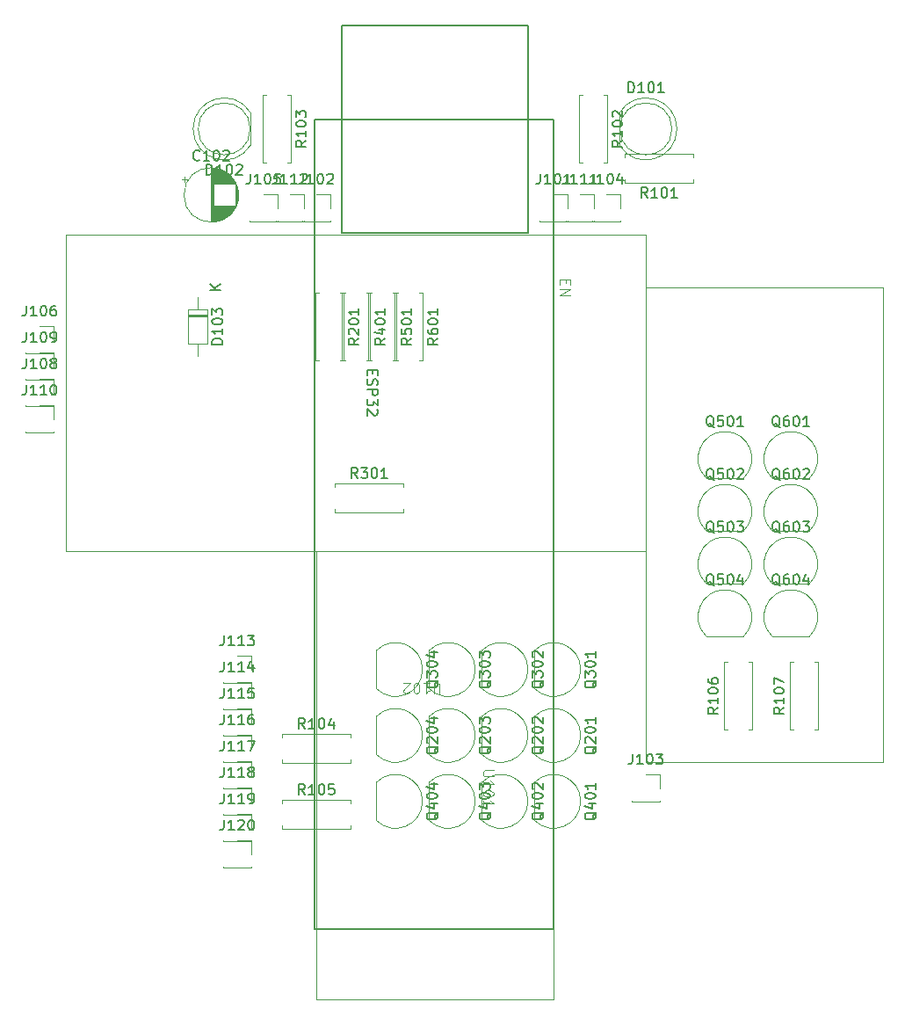
<source format=gbr>
%TF.GenerationSoftware,KiCad,Pcbnew,7.0.10*%
%TF.CreationDate,2024-02-07T11:55:43-05:00*%
%TF.ProjectId,board_up,626f6172-645f-4757-902e-6b696361645f,rev?*%
%TF.SameCoordinates,Original*%
%TF.FileFunction,Legend,Top*%
%TF.FilePolarity,Positive*%
%FSLAX46Y46*%
G04 Gerber Fmt 4.6, Leading zero omitted, Abs format (unit mm)*
G04 Created by KiCad (PCBNEW 7.0.10) date 2024-02-07 11:55:43*
%MOMM*%
%LPD*%
G01*
G04 APERTURE LIST*
%ADD10C,0.150000*%
%ADD11C,0.100000*%
%ADD12C,0.120000*%
G04 APERTURE END LIST*
D10*
X37960000Y-88530000D02*
X60960000Y-88530000D01*
X40530000Y-1430000D02*
X58530000Y-1430000D01*
X58530000Y-21430000D01*
X40530000Y-21430000D01*
X40530000Y-1430000D01*
X37960000Y-10530000D02*
X37960000Y-88530000D01*
X60960000Y-10530000D02*
X60960000Y-88530000D01*
X37960000Y-10530000D02*
X60960000Y-10530000D01*
X59990057Y-77247619D02*
X59942438Y-77342857D01*
X59942438Y-77342857D02*
X59847200Y-77438095D01*
X59847200Y-77438095D02*
X59704342Y-77580952D01*
X59704342Y-77580952D02*
X59656723Y-77676190D01*
X59656723Y-77676190D02*
X59656723Y-77771428D01*
X59894819Y-77723809D02*
X59847200Y-77819047D01*
X59847200Y-77819047D02*
X59751961Y-77914285D01*
X59751961Y-77914285D02*
X59561485Y-77961904D01*
X59561485Y-77961904D02*
X59228152Y-77961904D01*
X59228152Y-77961904D02*
X59037676Y-77914285D01*
X59037676Y-77914285D02*
X58942438Y-77819047D01*
X58942438Y-77819047D02*
X58894819Y-77723809D01*
X58894819Y-77723809D02*
X58894819Y-77533333D01*
X58894819Y-77533333D02*
X58942438Y-77438095D01*
X58942438Y-77438095D02*
X59037676Y-77342857D01*
X59037676Y-77342857D02*
X59228152Y-77295238D01*
X59228152Y-77295238D02*
X59561485Y-77295238D01*
X59561485Y-77295238D02*
X59751961Y-77342857D01*
X59751961Y-77342857D02*
X59847200Y-77438095D01*
X59847200Y-77438095D02*
X59894819Y-77533333D01*
X59894819Y-77533333D02*
X59894819Y-77723809D01*
X59228152Y-76438095D02*
X59894819Y-76438095D01*
X58847200Y-76676190D02*
X59561485Y-76914285D01*
X59561485Y-76914285D02*
X59561485Y-76295238D01*
X58894819Y-75723809D02*
X58894819Y-75628571D01*
X58894819Y-75628571D02*
X58942438Y-75533333D01*
X58942438Y-75533333D02*
X58990057Y-75485714D01*
X58990057Y-75485714D02*
X59085295Y-75438095D01*
X59085295Y-75438095D02*
X59275771Y-75390476D01*
X59275771Y-75390476D02*
X59513866Y-75390476D01*
X59513866Y-75390476D02*
X59704342Y-75438095D01*
X59704342Y-75438095D02*
X59799580Y-75485714D01*
X59799580Y-75485714D02*
X59847200Y-75533333D01*
X59847200Y-75533333D02*
X59894819Y-75628571D01*
X59894819Y-75628571D02*
X59894819Y-75723809D01*
X59894819Y-75723809D02*
X59847200Y-75819047D01*
X59847200Y-75819047D02*
X59799580Y-75866666D01*
X59799580Y-75866666D02*
X59704342Y-75914285D01*
X59704342Y-75914285D02*
X59513866Y-75961904D01*
X59513866Y-75961904D02*
X59275771Y-75961904D01*
X59275771Y-75961904D02*
X59085295Y-75914285D01*
X59085295Y-75914285D02*
X58990057Y-75866666D01*
X58990057Y-75866666D02*
X58942438Y-75819047D01*
X58942438Y-75819047D02*
X58894819Y-75723809D01*
X58990057Y-75009523D02*
X58942438Y-74961904D01*
X58942438Y-74961904D02*
X58894819Y-74866666D01*
X58894819Y-74866666D02*
X58894819Y-74628571D01*
X58894819Y-74628571D02*
X58942438Y-74533333D01*
X58942438Y-74533333D02*
X58990057Y-74485714D01*
X58990057Y-74485714D02*
X59085295Y-74438095D01*
X59085295Y-74438095D02*
X59180533Y-74438095D01*
X59180533Y-74438095D02*
X59323390Y-74485714D01*
X59323390Y-74485714D02*
X59894819Y-75057142D01*
X59894819Y-75057142D02*
X59894819Y-74438095D01*
X67594819Y-12549047D02*
X67118628Y-12882380D01*
X67594819Y-13120475D02*
X66594819Y-13120475D01*
X66594819Y-13120475D02*
X66594819Y-12739523D01*
X66594819Y-12739523D02*
X66642438Y-12644285D01*
X66642438Y-12644285D02*
X66690057Y-12596666D01*
X66690057Y-12596666D02*
X66785295Y-12549047D01*
X66785295Y-12549047D02*
X66928152Y-12549047D01*
X66928152Y-12549047D02*
X67023390Y-12596666D01*
X67023390Y-12596666D02*
X67071009Y-12644285D01*
X67071009Y-12644285D02*
X67118628Y-12739523D01*
X67118628Y-12739523D02*
X67118628Y-13120475D01*
X67594819Y-11596666D02*
X67594819Y-12168094D01*
X67594819Y-11882380D02*
X66594819Y-11882380D01*
X66594819Y-11882380D02*
X66737676Y-11977618D01*
X66737676Y-11977618D02*
X66832914Y-12072856D01*
X66832914Y-12072856D02*
X66880533Y-12168094D01*
X66594819Y-10977618D02*
X66594819Y-10882380D01*
X66594819Y-10882380D02*
X66642438Y-10787142D01*
X66642438Y-10787142D02*
X66690057Y-10739523D01*
X66690057Y-10739523D02*
X66785295Y-10691904D01*
X66785295Y-10691904D02*
X66975771Y-10644285D01*
X66975771Y-10644285D02*
X67213866Y-10644285D01*
X67213866Y-10644285D02*
X67404342Y-10691904D01*
X67404342Y-10691904D02*
X67499580Y-10739523D01*
X67499580Y-10739523D02*
X67547200Y-10787142D01*
X67547200Y-10787142D02*
X67594819Y-10882380D01*
X67594819Y-10882380D02*
X67594819Y-10977618D01*
X67594819Y-10977618D02*
X67547200Y-11072856D01*
X67547200Y-11072856D02*
X67499580Y-11120475D01*
X67499580Y-11120475D02*
X67404342Y-11168094D01*
X67404342Y-11168094D02*
X67213866Y-11215713D01*
X67213866Y-11215713D02*
X66975771Y-11215713D01*
X66975771Y-11215713D02*
X66785295Y-11168094D01*
X66785295Y-11168094D02*
X66690057Y-11120475D01*
X66690057Y-11120475D02*
X66642438Y-11072856D01*
X66642438Y-11072856D02*
X66594819Y-10977618D01*
X66690057Y-10263332D02*
X66642438Y-10215713D01*
X66642438Y-10215713D02*
X66594819Y-10120475D01*
X66594819Y-10120475D02*
X66594819Y-9882380D01*
X66594819Y-9882380D02*
X66642438Y-9787142D01*
X66642438Y-9787142D02*
X66690057Y-9739523D01*
X66690057Y-9739523D02*
X66785295Y-9691904D01*
X66785295Y-9691904D02*
X66880533Y-9691904D01*
X66880533Y-9691904D02*
X67023390Y-9739523D01*
X67023390Y-9739523D02*
X67594819Y-10310951D01*
X67594819Y-10310951D02*
X67594819Y-9691904D01*
X29194285Y-77964819D02*
X29194285Y-78679104D01*
X29194285Y-78679104D02*
X29146666Y-78821961D01*
X29146666Y-78821961D02*
X29051428Y-78917200D01*
X29051428Y-78917200D02*
X28908571Y-78964819D01*
X28908571Y-78964819D02*
X28813333Y-78964819D01*
X30194285Y-78964819D02*
X29622857Y-78964819D01*
X29908571Y-78964819D02*
X29908571Y-77964819D01*
X29908571Y-77964819D02*
X29813333Y-78107676D01*
X29813333Y-78107676D02*
X29718095Y-78202914D01*
X29718095Y-78202914D02*
X29622857Y-78250533D01*
X30575238Y-78060057D02*
X30622857Y-78012438D01*
X30622857Y-78012438D02*
X30718095Y-77964819D01*
X30718095Y-77964819D02*
X30956190Y-77964819D01*
X30956190Y-77964819D02*
X31051428Y-78012438D01*
X31051428Y-78012438D02*
X31099047Y-78060057D01*
X31099047Y-78060057D02*
X31146666Y-78155295D01*
X31146666Y-78155295D02*
X31146666Y-78250533D01*
X31146666Y-78250533D02*
X31099047Y-78393390D01*
X31099047Y-78393390D02*
X30527619Y-78964819D01*
X30527619Y-78964819D02*
X31146666Y-78964819D01*
X31765714Y-77964819D02*
X31860952Y-77964819D01*
X31860952Y-77964819D02*
X31956190Y-78012438D01*
X31956190Y-78012438D02*
X32003809Y-78060057D01*
X32003809Y-78060057D02*
X32051428Y-78155295D01*
X32051428Y-78155295D02*
X32099047Y-78345771D01*
X32099047Y-78345771D02*
X32099047Y-78583866D01*
X32099047Y-78583866D02*
X32051428Y-78774342D01*
X32051428Y-78774342D02*
X32003809Y-78869580D01*
X32003809Y-78869580D02*
X31956190Y-78917200D01*
X31956190Y-78917200D02*
X31860952Y-78964819D01*
X31860952Y-78964819D02*
X31765714Y-78964819D01*
X31765714Y-78964819D02*
X31670476Y-78917200D01*
X31670476Y-78917200D02*
X31622857Y-78869580D01*
X31622857Y-78869580D02*
X31575238Y-78774342D01*
X31575238Y-78774342D02*
X31527619Y-78583866D01*
X31527619Y-78583866D02*
X31527619Y-78345771D01*
X31527619Y-78345771D02*
X31575238Y-78155295D01*
X31575238Y-78155295D02*
X31622857Y-78060057D01*
X31622857Y-78060057D02*
X31670476Y-78012438D01*
X31670476Y-78012438D02*
X31765714Y-77964819D01*
X76422380Y-45250057D02*
X76327142Y-45202438D01*
X76327142Y-45202438D02*
X76231904Y-45107200D01*
X76231904Y-45107200D02*
X76089047Y-44964342D01*
X76089047Y-44964342D02*
X75993809Y-44916723D01*
X75993809Y-44916723D02*
X75898571Y-44916723D01*
X75946190Y-45154819D02*
X75850952Y-45107200D01*
X75850952Y-45107200D02*
X75755714Y-45011961D01*
X75755714Y-45011961D02*
X75708095Y-44821485D01*
X75708095Y-44821485D02*
X75708095Y-44488152D01*
X75708095Y-44488152D02*
X75755714Y-44297676D01*
X75755714Y-44297676D02*
X75850952Y-44202438D01*
X75850952Y-44202438D02*
X75946190Y-44154819D01*
X75946190Y-44154819D02*
X76136666Y-44154819D01*
X76136666Y-44154819D02*
X76231904Y-44202438D01*
X76231904Y-44202438D02*
X76327142Y-44297676D01*
X76327142Y-44297676D02*
X76374761Y-44488152D01*
X76374761Y-44488152D02*
X76374761Y-44821485D01*
X76374761Y-44821485D02*
X76327142Y-45011961D01*
X76327142Y-45011961D02*
X76231904Y-45107200D01*
X76231904Y-45107200D02*
X76136666Y-45154819D01*
X76136666Y-45154819D02*
X75946190Y-45154819D01*
X77279523Y-44154819D02*
X76803333Y-44154819D01*
X76803333Y-44154819D02*
X76755714Y-44631009D01*
X76755714Y-44631009D02*
X76803333Y-44583390D01*
X76803333Y-44583390D02*
X76898571Y-44535771D01*
X76898571Y-44535771D02*
X77136666Y-44535771D01*
X77136666Y-44535771D02*
X77231904Y-44583390D01*
X77231904Y-44583390D02*
X77279523Y-44631009D01*
X77279523Y-44631009D02*
X77327142Y-44726247D01*
X77327142Y-44726247D02*
X77327142Y-44964342D01*
X77327142Y-44964342D02*
X77279523Y-45059580D01*
X77279523Y-45059580D02*
X77231904Y-45107200D01*
X77231904Y-45107200D02*
X77136666Y-45154819D01*
X77136666Y-45154819D02*
X76898571Y-45154819D01*
X76898571Y-45154819D02*
X76803333Y-45107200D01*
X76803333Y-45107200D02*
X76755714Y-45059580D01*
X77946190Y-44154819D02*
X78041428Y-44154819D01*
X78041428Y-44154819D02*
X78136666Y-44202438D01*
X78136666Y-44202438D02*
X78184285Y-44250057D01*
X78184285Y-44250057D02*
X78231904Y-44345295D01*
X78231904Y-44345295D02*
X78279523Y-44535771D01*
X78279523Y-44535771D02*
X78279523Y-44773866D01*
X78279523Y-44773866D02*
X78231904Y-44964342D01*
X78231904Y-44964342D02*
X78184285Y-45059580D01*
X78184285Y-45059580D02*
X78136666Y-45107200D01*
X78136666Y-45107200D02*
X78041428Y-45154819D01*
X78041428Y-45154819D02*
X77946190Y-45154819D01*
X77946190Y-45154819D02*
X77850952Y-45107200D01*
X77850952Y-45107200D02*
X77803333Y-45059580D01*
X77803333Y-45059580D02*
X77755714Y-44964342D01*
X77755714Y-44964342D02*
X77708095Y-44773866D01*
X77708095Y-44773866D02*
X77708095Y-44535771D01*
X77708095Y-44535771D02*
X77755714Y-44345295D01*
X77755714Y-44345295D02*
X77803333Y-44250057D01*
X77803333Y-44250057D02*
X77850952Y-44202438D01*
X77850952Y-44202438D02*
X77946190Y-44154819D01*
X78660476Y-44250057D02*
X78708095Y-44202438D01*
X78708095Y-44202438D02*
X78803333Y-44154819D01*
X78803333Y-44154819D02*
X79041428Y-44154819D01*
X79041428Y-44154819D02*
X79136666Y-44202438D01*
X79136666Y-44202438D02*
X79184285Y-44250057D01*
X79184285Y-44250057D02*
X79231904Y-44345295D01*
X79231904Y-44345295D02*
X79231904Y-44440533D01*
X79231904Y-44440533D02*
X79184285Y-44583390D01*
X79184285Y-44583390D02*
X78612857Y-45154819D01*
X78612857Y-45154819D02*
X79231904Y-45154819D01*
X83174819Y-67159047D02*
X82698628Y-67492380D01*
X83174819Y-67730475D02*
X82174819Y-67730475D01*
X82174819Y-67730475D02*
X82174819Y-67349523D01*
X82174819Y-67349523D02*
X82222438Y-67254285D01*
X82222438Y-67254285D02*
X82270057Y-67206666D01*
X82270057Y-67206666D02*
X82365295Y-67159047D01*
X82365295Y-67159047D02*
X82508152Y-67159047D01*
X82508152Y-67159047D02*
X82603390Y-67206666D01*
X82603390Y-67206666D02*
X82651009Y-67254285D01*
X82651009Y-67254285D02*
X82698628Y-67349523D01*
X82698628Y-67349523D02*
X82698628Y-67730475D01*
X83174819Y-66206666D02*
X83174819Y-66778094D01*
X83174819Y-66492380D02*
X82174819Y-66492380D01*
X82174819Y-66492380D02*
X82317676Y-66587618D01*
X82317676Y-66587618D02*
X82412914Y-66682856D01*
X82412914Y-66682856D02*
X82460533Y-66778094D01*
X82174819Y-65587618D02*
X82174819Y-65492380D01*
X82174819Y-65492380D02*
X82222438Y-65397142D01*
X82222438Y-65397142D02*
X82270057Y-65349523D01*
X82270057Y-65349523D02*
X82365295Y-65301904D01*
X82365295Y-65301904D02*
X82555771Y-65254285D01*
X82555771Y-65254285D02*
X82793866Y-65254285D01*
X82793866Y-65254285D02*
X82984342Y-65301904D01*
X82984342Y-65301904D02*
X83079580Y-65349523D01*
X83079580Y-65349523D02*
X83127200Y-65397142D01*
X83127200Y-65397142D02*
X83174819Y-65492380D01*
X83174819Y-65492380D02*
X83174819Y-65587618D01*
X83174819Y-65587618D02*
X83127200Y-65682856D01*
X83127200Y-65682856D02*
X83079580Y-65730475D01*
X83079580Y-65730475D02*
X82984342Y-65778094D01*
X82984342Y-65778094D02*
X82793866Y-65825713D01*
X82793866Y-65825713D02*
X82555771Y-65825713D01*
X82555771Y-65825713D02*
X82365295Y-65778094D01*
X82365295Y-65778094D02*
X82270057Y-65730475D01*
X82270057Y-65730475D02*
X82222438Y-65682856D01*
X82222438Y-65682856D02*
X82174819Y-65587618D01*
X82174819Y-64920951D02*
X82174819Y-64254285D01*
X82174819Y-64254285D02*
X83174819Y-64682856D01*
X62214285Y-15734819D02*
X62214285Y-16449104D01*
X62214285Y-16449104D02*
X62166666Y-16591961D01*
X62166666Y-16591961D02*
X62071428Y-16687200D01*
X62071428Y-16687200D02*
X61928571Y-16734819D01*
X61928571Y-16734819D02*
X61833333Y-16734819D01*
X63214285Y-16734819D02*
X62642857Y-16734819D01*
X62928571Y-16734819D02*
X62928571Y-15734819D01*
X62928571Y-15734819D02*
X62833333Y-15877676D01*
X62833333Y-15877676D02*
X62738095Y-15972914D01*
X62738095Y-15972914D02*
X62642857Y-16020533D01*
X64166666Y-16734819D02*
X63595238Y-16734819D01*
X63880952Y-16734819D02*
X63880952Y-15734819D01*
X63880952Y-15734819D02*
X63785714Y-15877676D01*
X63785714Y-15877676D02*
X63690476Y-15972914D01*
X63690476Y-15972914D02*
X63595238Y-16020533D01*
X65119047Y-16734819D02*
X64547619Y-16734819D01*
X64833333Y-16734819D02*
X64833333Y-15734819D01*
X64833333Y-15734819D02*
X64738095Y-15877676D01*
X64738095Y-15877676D02*
X64642857Y-15972914D01*
X64642857Y-15972914D02*
X64547619Y-16020533D01*
X76422380Y-40170057D02*
X76327142Y-40122438D01*
X76327142Y-40122438D02*
X76231904Y-40027200D01*
X76231904Y-40027200D02*
X76089047Y-39884342D01*
X76089047Y-39884342D02*
X75993809Y-39836723D01*
X75993809Y-39836723D02*
X75898571Y-39836723D01*
X75946190Y-40074819D02*
X75850952Y-40027200D01*
X75850952Y-40027200D02*
X75755714Y-39931961D01*
X75755714Y-39931961D02*
X75708095Y-39741485D01*
X75708095Y-39741485D02*
X75708095Y-39408152D01*
X75708095Y-39408152D02*
X75755714Y-39217676D01*
X75755714Y-39217676D02*
X75850952Y-39122438D01*
X75850952Y-39122438D02*
X75946190Y-39074819D01*
X75946190Y-39074819D02*
X76136666Y-39074819D01*
X76136666Y-39074819D02*
X76231904Y-39122438D01*
X76231904Y-39122438D02*
X76327142Y-39217676D01*
X76327142Y-39217676D02*
X76374761Y-39408152D01*
X76374761Y-39408152D02*
X76374761Y-39741485D01*
X76374761Y-39741485D02*
X76327142Y-39931961D01*
X76327142Y-39931961D02*
X76231904Y-40027200D01*
X76231904Y-40027200D02*
X76136666Y-40074819D01*
X76136666Y-40074819D02*
X75946190Y-40074819D01*
X77279523Y-39074819D02*
X76803333Y-39074819D01*
X76803333Y-39074819D02*
X76755714Y-39551009D01*
X76755714Y-39551009D02*
X76803333Y-39503390D01*
X76803333Y-39503390D02*
X76898571Y-39455771D01*
X76898571Y-39455771D02*
X77136666Y-39455771D01*
X77136666Y-39455771D02*
X77231904Y-39503390D01*
X77231904Y-39503390D02*
X77279523Y-39551009D01*
X77279523Y-39551009D02*
X77327142Y-39646247D01*
X77327142Y-39646247D02*
X77327142Y-39884342D01*
X77327142Y-39884342D02*
X77279523Y-39979580D01*
X77279523Y-39979580D02*
X77231904Y-40027200D01*
X77231904Y-40027200D02*
X77136666Y-40074819D01*
X77136666Y-40074819D02*
X76898571Y-40074819D01*
X76898571Y-40074819D02*
X76803333Y-40027200D01*
X76803333Y-40027200D02*
X76755714Y-39979580D01*
X77946190Y-39074819D02*
X78041428Y-39074819D01*
X78041428Y-39074819D02*
X78136666Y-39122438D01*
X78136666Y-39122438D02*
X78184285Y-39170057D01*
X78184285Y-39170057D02*
X78231904Y-39265295D01*
X78231904Y-39265295D02*
X78279523Y-39455771D01*
X78279523Y-39455771D02*
X78279523Y-39693866D01*
X78279523Y-39693866D02*
X78231904Y-39884342D01*
X78231904Y-39884342D02*
X78184285Y-39979580D01*
X78184285Y-39979580D02*
X78136666Y-40027200D01*
X78136666Y-40027200D02*
X78041428Y-40074819D01*
X78041428Y-40074819D02*
X77946190Y-40074819D01*
X77946190Y-40074819D02*
X77850952Y-40027200D01*
X77850952Y-40027200D02*
X77803333Y-39979580D01*
X77803333Y-39979580D02*
X77755714Y-39884342D01*
X77755714Y-39884342D02*
X77708095Y-39693866D01*
X77708095Y-39693866D02*
X77708095Y-39455771D01*
X77708095Y-39455771D02*
X77755714Y-39265295D01*
X77755714Y-39265295D02*
X77803333Y-39170057D01*
X77803333Y-39170057D02*
X77850952Y-39122438D01*
X77850952Y-39122438D02*
X77946190Y-39074819D01*
X79231904Y-40074819D02*
X78660476Y-40074819D01*
X78946190Y-40074819D02*
X78946190Y-39074819D01*
X78946190Y-39074819D02*
X78850952Y-39217676D01*
X78850952Y-39217676D02*
X78755714Y-39312914D01*
X78755714Y-39312914D02*
X78660476Y-39360533D01*
X29194285Y-70344819D02*
X29194285Y-71059104D01*
X29194285Y-71059104D02*
X29146666Y-71201961D01*
X29146666Y-71201961D02*
X29051428Y-71297200D01*
X29051428Y-71297200D02*
X28908571Y-71344819D01*
X28908571Y-71344819D02*
X28813333Y-71344819D01*
X30194285Y-71344819D02*
X29622857Y-71344819D01*
X29908571Y-71344819D02*
X29908571Y-70344819D01*
X29908571Y-70344819D02*
X29813333Y-70487676D01*
X29813333Y-70487676D02*
X29718095Y-70582914D01*
X29718095Y-70582914D02*
X29622857Y-70630533D01*
X31146666Y-71344819D02*
X30575238Y-71344819D01*
X30860952Y-71344819D02*
X30860952Y-70344819D01*
X30860952Y-70344819D02*
X30765714Y-70487676D01*
X30765714Y-70487676D02*
X30670476Y-70582914D01*
X30670476Y-70582914D02*
X30575238Y-70630533D01*
X31480000Y-70344819D02*
X32146666Y-70344819D01*
X32146666Y-70344819D02*
X31718095Y-71344819D01*
X47274819Y-31599047D02*
X46798628Y-31932380D01*
X47274819Y-32170475D02*
X46274819Y-32170475D01*
X46274819Y-32170475D02*
X46274819Y-31789523D01*
X46274819Y-31789523D02*
X46322438Y-31694285D01*
X46322438Y-31694285D02*
X46370057Y-31646666D01*
X46370057Y-31646666D02*
X46465295Y-31599047D01*
X46465295Y-31599047D02*
X46608152Y-31599047D01*
X46608152Y-31599047D02*
X46703390Y-31646666D01*
X46703390Y-31646666D02*
X46751009Y-31694285D01*
X46751009Y-31694285D02*
X46798628Y-31789523D01*
X46798628Y-31789523D02*
X46798628Y-32170475D01*
X46274819Y-30694285D02*
X46274819Y-31170475D01*
X46274819Y-31170475D02*
X46751009Y-31218094D01*
X46751009Y-31218094D02*
X46703390Y-31170475D01*
X46703390Y-31170475D02*
X46655771Y-31075237D01*
X46655771Y-31075237D02*
X46655771Y-30837142D01*
X46655771Y-30837142D02*
X46703390Y-30741904D01*
X46703390Y-30741904D02*
X46751009Y-30694285D01*
X46751009Y-30694285D02*
X46846247Y-30646666D01*
X46846247Y-30646666D02*
X47084342Y-30646666D01*
X47084342Y-30646666D02*
X47179580Y-30694285D01*
X47179580Y-30694285D02*
X47227200Y-30741904D01*
X47227200Y-30741904D02*
X47274819Y-30837142D01*
X47274819Y-30837142D02*
X47274819Y-31075237D01*
X47274819Y-31075237D02*
X47227200Y-31170475D01*
X47227200Y-31170475D02*
X47179580Y-31218094D01*
X46274819Y-30027618D02*
X46274819Y-29932380D01*
X46274819Y-29932380D02*
X46322438Y-29837142D01*
X46322438Y-29837142D02*
X46370057Y-29789523D01*
X46370057Y-29789523D02*
X46465295Y-29741904D01*
X46465295Y-29741904D02*
X46655771Y-29694285D01*
X46655771Y-29694285D02*
X46893866Y-29694285D01*
X46893866Y-29694285D02*
X47084342Y-29741904D01*
X47084342Y-29741904D02*
X47179580Y-29789523D01*
X47179580Y-29789523D02*
X47227200Y-29837142D01*
X47227200Y-29837142D02*
X47274819Y-29932380D01*
X47274819Y-29932380D02*
X47274819Y-30027618D01*
X47274819Y-30027618D02*
X47227200Y-30122856D01*
X47227200Y-30122856D02*
X47179580Y-30170475D01*
X47179580Y-30170475D02*
X47084342Y-30218094D01*
X47084342Y-30218094D02*
X46893866Y-30265713D01*
X46893866Y-30265713D02*
X46655771Y-30265713D01*
X46655771Y-30265713D02*
X46465295Y-30218094D01*
X46465295Y-30218094D02*
X46370057Y-30170475D01*
X46370057Y-30170475D02*
X46322438Y-30122856D01*
X46322438Y-30122856D02*
X46274819Y-30027618D01*
X47274819Y-28741904D02*
X47274819Y-29313332D01*
X47274819Y-29027618D02*
X46274819Y-29027618D01*
X46274819Y-29027618D02*
X46417676Y-29122856D01*
X46417676Y-29122856D02*
X46512914Y-29218094D01*
X46512914Y-29218094D02*
X46560533Y-29313332D01*
X36814285Y-15734819D02*
X36814285Y-16449104D01*
X36814285Y-16449104D02*
X36766666Y-16591961D01*
X36766666Y-16591961D02*
X36671428Y-16687200D01*
X36671428Y-16687200D02*
X36528571Y-16734819D01*
X36528571Y-16734819D02*
X36433333Y-16734819D01*
X37814285Y-16734819D02*
X37242857Y-16734819D01*
X37528571Y-16734819D02*
X37528571Y-15734819D01*
X37528571Y-15734819D02*
X37433333Y-15877676D01*
X37433333Y-15877676D02*
X37338095Y-15972914D01*
X37338095Y-15972914D02*
X37242857Y-16020533D01*
X38433333Y-15734819D02*
X38528571Y-15734819D01*
X38528571Y-15734819D02*
X38623809Y-15782438D01*
X38623809Y-15782438D02*
X38671428Y-15830057D01*
X38671428Y-15830057D02*
X38719047Y-15925295D01*
X38719047Y-15925295D02*
X38766666Y-16115771D01*
X38766666Y-16115771D02*
X38766666Y-16353866D01*
X38766666Y-16353866D02*
X38719047Y-16544342D01*
X38719047Y-16544342D02*
X38671428Y-16639580D01*
X38671428Y-16639580D02*
X38623809Y-16687200D01*
X38623809Y-16687200D02*
X38528571Y-16734819D01*
X38528571Y-16734819D02*
X38433333Y-16734819D01*
X38433333Y-16734819D02*
X38338095Y-16687200D01*
X38338095Y-16687200D02*
X38290476Y-16639580D01*
X38290476Y-16639580D02*
X38242857Y-16544342D01*
X38242857Y-16544342D02*
X38195238Y-16353866D01*
X38195238Y-16353866D02*
X38195238Y-16115771D01*
X38195238Y-16115771D02*
X38242857Y-15925295D01*
X38242857Y-15925295D02*
X38290476Y-15830057D01*
X38290476Y-15830057D02*
X38338095Y-15782438D01*
X38338095Y-15782438D02*
X38433333Y-15734819D01*
X39147619Y-15830057D02*
X39195238Y-15782438D01*
X39195238Y-15782438D02*
X39290476Y-15734819D01*
X39290476Y-15734819D02*
X39528571Y-15734819D01*
X39528571Y-15734819D02*
X39623809Y-15782438D01*
X39623809Y-15782438D02*
X39671428Y-15830057D01*
X39671428Y-15830057D02*
X39719047Y-15925295D01*
X39719047Y-15925295D02*
X39719047Y-16020533D01*
X39719047Y-16020533D02*
X39671428Y-16163390D01*
X39671428Y-16163390D02*
X39100000Y-16734819D01*
X39100000Y-16734819D02*
X39719047Y-16734819D01*
X82772380Y-45250057D02*
X82677142Y-45202438D01*
X82677142Y-45202438D02*
X82581904Y-45107200D01*
X82581904Y-45107200D02*
X82439047Y-44964342D01*
X82439047Y-44964342D02*
X82343809Y-44916723D01*
X82343809Y-44916723D02*
X82248571Y-44916723D01*
X82296190Y-45154819D02*
X82200952Y-45107200D01*
X82200952Y-45107200D02*
X82105714Y-45011961D01*
X82105714Y-45011961D02*
X82058095Y-44821485D01*
X82058095Y-44821485D02*
X82058095Y-44488152D01*
X82058095Y-44488152D02*
X82105714Y-44297676D01*
X82105714Y-44297676D02*
X82200952Y-44202438D01*
X82200952Y-44202438D02*
X82296190Y-44154819D01*
X82296190Y-44154819D02*
X82486666Y-44154819D01*
X82486666Y-44154819D02*
X82581904Y-44202438D01*
X82581904Y-44202438D02*
X82677142Y-44297676D01*
X82677142Y-44297676D02*
X82724761Y-44488152D01*
X82724761Y-44488152D02*
X82724761Y-44821485D01*
X82724761Y-44821485D02*
X82677142Y-45011961D01*
X82677142Y-45011961D02*
X82581904Y-45107200D01*
X82581904Y-45107200D02*
X82486666Y-45154819D01*
X82486666Y-45154819D02*
X82296190Y-45154819D01*
X83581904Y-44154819D02*
X83391428Y-44154819D01*
X83391428Y-44154819D02*
X83296190Y-44202438D01*
X83296190Y-44202438D02*
X83248571Y-44250057D01*
X83248571Y-44250057D02*
X83153333Y-44392914D01*
X83153333Y-44392914D02*
X83105714Y-44583390D01*
X83105714Y-44583390D02*
X83105714Y-44964342D01*
X83105714Y-44964342D02*
X83153333Y-45059580D01*
X83153333Y-45059580D02*
X83200952Y-45107200D01*
X83200952Y-45107200D02*
X83296190Y-45154819D01*
X83296190Y-45154819D02*
X83486666Y-45154819D01*
X83486666Y-45154819D02*
X83581904Y-45107200D01*
X83581904Y-45107200D02*
X83629523Y-45059580D01*
X83629523Y-45059580D02*
X83677142Y-44964342D01*
X83677142Y-44964342D02*
X83677142Y-44726247D01*
X83677142Y-44726247D02*
X83629523Y-44631009D01*
X83629523Y-44631009D02*
X83581904Y-44583390D01*
X83581904Y-44583390D02*
X83486666Y-44535771D01*
X83486666Y-44535771D02*
X83296190Y-44535771D01*
X83296190Y-44535771D02*
X83200952Y-44583390D01*
X83200952Y-44583390D02*
X83153333Y-44631009D01*
X83153333Y-44631009D02*
X83105714Y-44726247D01*
X84296190Y-44154819D02*
X84391428Y-44154819D01*
X84391428Y-44154819D02*
X84486666Y-44202438D01*
X84486666Y-44202438D02*
X84534285Y-44250057D01*
X84534285Y-44250057D02*
X84581904Y-44345295D01*
X84581904Y-44345295D02*
X84629523Y-44535771D01*
X84629523Y-44535771D02*
X84629523Y-44773866D01*
X84629523Y-44773866D02*
X84581904Y-44964342D01*
X84581904Y-44964342D02*
X84534285Y-45059580D01*
X84534285Y-45059580D02*
X84486666Y-45107200D01*
X84486666Y-45107200D02*
X84391428Y-45154819D01*
X84391428Y-45154819D02*
X84296190Y-45154819D01*
X84296190Y-45154819D02*
X84200952Y-45107200D01*
X84200952Y-45107200D02*
X84153333Y-45059580D01*
X84153333Y-45059580D02*
X84105714Y-44964342D01*
X84105714Y-44964342D02*
X84058095Y-44773866D01*
X84058095Y-44773866D02*
X84058095Y-44535771D01*
X84058095Y-44535771D02*
X84105714Y-44345295D01*
X84105714Y-44345295D02*
X84153333Y-44250057D01*
X84153333Y-44250057D02*
X84200952Y-44202438D01*
X84200952Y-44202438D02*
X84296190Y-44154819D01*
X85010476Y-44250057D02*
X85058095Y-44202438D01*
X85058095Y-44202438D02*
X85153333Y-44154819D01*
X85153333Y-44154819D02*
X85391428Y-44154819D01*
X85391428Y-44154819D02*
X85486666Y-44202438D01*
X85486666Y-44202438D02*
X85534285Y-44250057D01*
X85534285Y-44250057D02*
X85581904Y-44345295D01*
X85581904Y-44345295D02*
X85581904Y-44440533D01*
X85581904Y-44440533D02*
X85534285Y-44583390D01*
X85534285Y-44583390D02*
X84962857Y-45154819D01*
X84962857Y-45154819D02*
X85581904Y-45154819D01*
X68564285Y-71614819D02*
X68564285Y-72329104D01*
X68564285Y-72329104D02*
X68516666Y-72471961D01*
X68516666Y-72471961D02*
X68421428Y-72567200D01*
X68421428Y-72567200D02*
X68278571Y-72614819D01*
X68278571Y-72614819D02*
X68183333Y-72614819D01*
X69564285Y-72614819D02*
X68992857Y-72614819D01*
X69278571Y-72614819D02*
X69278571Y-71614819D01*
X69278571Y-71614819D02*
X69183333Y-71757676D01*
X69183333Y-71757676D02*
X69088095Y-71852914D01*
X69088095Y-71852914D02*
X68992857Y-71900533D01*
X70183333Y-71614819D02*
X70278571Y-71614819D01*
X70278571Y-71614819D02*
X70373809Y-71662438D01*
X70373809Y-71662438D02*
X70421428Y-71710057D01*
X70421428Y-71710057D02*
X70469047Y-71805295D01*
X70469047Y-71805295D02*
X70516666Y-71995771D01*
X70516666Y-71995771D02*
X70516666Y-72233866D01*
X70516666Y-72233866D02*
X70469047Y-72424342D01*
X70469047Y-72424342D02*
X70421428Y-72519580D01*
X70421428Y-72519580D02*
X70373809Y-72567200D01*
X70373809Y-72567200D02*
X70278571Y-72614819D01*
X70278571Y-72614819D02*
X70183333Y-72614819D01*
X70183333Y-72614819D02*
X70088095Y-72567200D01*
X70088095Y-72567200D02*
X70040476Y-72519580D01*
X70040476Y-72519580D02*
X69992857Y-72424342D01*
X69992857Y-72424342D02*
X69945238Y-72233866D01*
X69945238Y-72233866D02*
X69945238Y-71995771D01*
X69945238Y-71995771D02*
X69992857Y-71805295D01*
X69992857Y-71805295D02*
X70040476Y-71710057D01*
X70040476Y-71710057D02*
X70088095Y-71662438D01*
X70088095Y-71662438D02*
X70183333Y-71614819D01*
X70850000Y-71614819D02*
X71469047Y-71614819D01*
X71469047Y-71614819D02*
X71135714Y-71995771D01*
X71135714Y-71995771D02*
X71278571Y-71995771D01*
X71278571Y-71995771D02*
X71373809Y-72043390D01*
X71373809Y-72043390D02*
X71421428Y-72091009D01*
X71421428Y-72091009D02*
X71469047Y-72186247D01*
X71469047Y-72186247D02*
X71469047Y-72424342D01*
X71469047Y-72424342D02*
X71421428Y-72519580D01*
X71421428Y-72519580D02*
X71373809Y-72567200D01*
X71373809Y-72567200D02*
X71278571Y-72614819D01*
X71278571Y-72614819D02*
X70992857Y-72614819D01*
X70992857Y-72614819D02*
X70897619Y-72567200D01*
X70897619Y-72567200D02*
X70850000Y-72519580D01*
X31734285Y-15734819D02*
X31734285Y-16449104D01*
X31734285Y-16449104D02*
X31686666Y-16591961D01*
X31686666Y-16591961D02*
X31591428Y-16687200D01*
X31591428Y-16687200D02*
X31448571Y-16734819D01*
X31448571Y-16734819D02*
X31353333Y-16734819D01*
X32734285Y-16734819D02*
X32162857Y-16734819D01*
X32448571Y-16734819D02*
X32448571Y-15734819D01*
X32448571Y-15734819D02*
X32353333Y-15877676D01*
X32353333Y-15877676D02*
X32258095Y-15972914D01*
X32258095Y-15972914D02*
X32162857Y-16020533D01*
X33353333Y-15734819D02*
X33448571Y-15734819D01*
X33448571Y-15734819D02*
X33543809Y-15782438D01*
X33543809Y-15782438D02*
X33591428Y-15830057D01*
X33591428Y-15830057D02*
X33639047Y-15925295D01*
X33639047Y-15925295D02*
X33686666Y-16115771D01*
X33686666Y-16115771D02*
X33686666Y-16353866D01*
X33686666Y-16353866D02*
X33639047Y-16544342D01*
X33639047Y-16544342D02*
X33591428Y-16639580D01*
X33591428Y-16639580D02*
X33543809Y-16687200D01*
X33543809Y-16687200D02*
X33448571Y-16734819D01*
X33448571Y-16734819D02*
X33353333Y-16734819D01*
X33353333Y-16734819D02*
X33258095Y-16687200D01*
X33258095Y-16687200D02*
X33210476Y-16639580D01*
X33210476Y-16639580D02*
X33162857Y-16544342D01*
X33162857Y-16544342D02*
X33115238Y-16353866D01*
X33115238Y-16353866D02*
X33115238Y-16115771D01*
X33115238Y-16115771D02*
X33162857Y-15925295D01*
X33162857Y-15925295D02*
X33210476Y-15830057D01*
X33210476Y-15830057D02*
X33258095Y-15782438D01*
X33258095Y-15782438D02*
X33353333Y-15734819D01*
X34591428Y-15734819D02*
X34115238Y-15734819D01*
X34115238Y-15734819D02*
X34067619Y-16211009D01*
X34067619Y-16211009D02*
X34115238Y-16163390D01*
X34115238Y-16163390D02*
X34210476Y-16115771D01*
X34210476Y-16115771D02*
X34448571Y-16115771D01*
X34448571Y-16115771D02*
X34543809Y-16163390D01*
X34543809Y-16163390D02*
X34591428Y-16211009D01*
X34591428Y-16211009D02*
X34639047Y-16306247D01*
X34639047Y-16306247D02*
X34639047Y-16544342D01*
X34639047Y-16544342D02*
X34591428Y-16639580D01*
X34591428Y-16639580D02*
X34543809Y-16687200D01*
X34543809Y-16687200D02*
X34448571Y-16734819D01*
X34448571Y-16734819D02*
X34210476Y-16734819D01*
X34210476Y-16734819D02*
X34115238Y-16687200D01*
X34115238Y-16687200D02*
X34067619Y-16639580D01*
X29194285Y-62724819D02*
X29194285Y-63439104D01*
X29194285Y-63439104D02*
X29146666Y-63581961D01*
X29146666Y-63581961D02*
X29051428Y-63677200D01*
X29051428Y-63677200D02*
X28908571Y-63724819D01*
X28908571Y-63724819D02*
X28813333Y-63724819D01*
X30194285Y-63724819D02*
X29622857Y-63724819D01*
X29908571Y-63724819D02*
X29908571Y-62724819D01*
X29908571Y-62724819D02*
X29813333Y-62867676D01*
X29813333Y-62867676D02*
X29718095Y-62962914D01*
X29718095Y-62962914D02*
X29622857Y-63010533D01*
X31146666Y-63724819D02*
X30575238Y-63724819D01*
X30860952Y-63724819D02*
X30860952Y-62724819D01*
X30860952Y-62724819D02*
X30765714Y-62867676D01*
X30765714Y-62867676D02*
X30670476Y-62962914D01*
X30670476Y-62962914D02*
X30575238Y-63010533D01*
X32003809Y-63058152D02*
X32003809Y-63724819D01*
X31765714Y-62677200D02*
X31527619Y-63391485D01*
X31527619Y-63391485D02*
X32146666Y-63391485D01*
X82772380Y-50330057D02*
X82677142Y-50282438D01*
X82677142Y-50282438D02*
X82581904Y-50187200D01*
X82581904Y-50187200D02*
X82439047Y-50044342D01*
X82439047Y-50044342D02*
X82343809Y-49996723D01*
X82343809Y-49996723D02*
X82248571Y-49996723D01*
X82296190Y-50234819D02*
X82200952Y-50187200D01*
X82200952Y-50187200D02*
X82105714Y-50091961D01*
X82105714Y-50091961D02*
X82058095Y-49901485D01*
X82058095Y-49901485D02*
X82058095Y-49568152D01*
X82058095Y-49568152D02*
X82105714Y-49377676D01*
X82105714Y-49377676D02*
X82200952Y-49282438D01*
X82200952Y-49282438D02*
X82296190Y-49234819D01*
X82296190Y-49234819D02*
X82486666Y-49234819D01*
X82486666Y-49234819D02*
X82581904Y-49282438D01*
X82581904Y-49282438D02*
X82677142Y-49377676D01*
X82677142Y-49377676D02*
X82724761Y-49568152D01*
X82724761Y-49568152D02*
X82724761Y-49901485D01*
X82724761Y-49901485D02*
X82677142Y-50091961D01*
X82677142Y-50091961D02*
X82581904Y-50187200D01*
X82581904Y-50187200D02*
X82486666Y-50234819D01*
X82486666Y-50234819D02*
X82296190Y-50234819D01*
X83581904Y-49234819D02*
X83391428Y-49234819D01*
X83391428Y-49234819D02*
X83296190Y-49282438D01*
X83296190Y-49282438D02*
X83248571Y-49330057D01*
X83248571Y-49330057D02*
X83153333Y-49472914D01*
X83153333Y-49472914D02*
X83105714Y-49663390D01*
X83105714Y-49663390D02*
X83105714Y-50044342D01*
X83105714Y-50044342D02*
X83153333Y-50139580D01*
X83153333Y-50139580D02*
X83200952Y-50187200D01*
X83200952Y-50187200D02*
X83296190Y-50234819D01*
X83296190Y-50234819D02*
X83486666Y-50234819D01*
X83486666Y-50234819D02*
X83581904Y-50187200D01*
X83581904Y-50187200D02*
X83629523Y-50139580D01*
X83629523Y-50139580D02*
X83677142Y-50044342D01*
X83677142Y-50044342D02*
X83677142Y-49806247D01*
X83677142Y-49806247D02*
X83629523Y-49711009D01*
X83629523Y-49711009D02*
X83581904Y-49663390D01*
X83581904Y-49663390D02*
X83486666Y-49615771D01*
X83486666Y-49615771D02*
X83296190Y-49615771D01*
X83296190Y-49615771D02*
X83200952Y-49663390D01*
X83200952Y-49663390D02*
X83153333Y-49711009D01*
X83153333Y-49711009D02*
X83105714Y-49806247D01*
X84296190Y-49234819D02*
X84391428Y-49234819D01*
X84391428Y-49234819D02*
X84486666Y-49282438D01*
X84486666Y-49282438D02*
X84534285Y-49330057D01*
X84534285Y-49330057D02*
X84581904Y-49425295D01*
X84581904Y-49425295D02*
X84629523Y-49615771D01*
X84629523Y-49615771D02*
X84629523Y-49853866D01*
X84629523Y-49853866D02*
X84581904Y-50044342D01*
X84581904Y-50044342D02*
X84534285Y-50139580D01*
X84534285Y-50139580D02*
X84486666Y-50187200D01*
X84486666Y-50187200D02*
X84391428Y-50234819D01*
X84391428Y-50234819D02*
X84296190Y-50234819D01*
X84296190Y-50234819D02*
X84200952Y-50187200D01*
X84200952Y-50187200D02*
X84153333Y-50139580D01*
X84153333Y-50139580D02*
X84105714Y-50044342D01*
X84105714Y-50044342D02*
X84058095Y-49853866D01*
X84058095Y-49853866D02*
X84058095Y-49615771D01*
X84058095Y-49615771D02*
X84105714Y-49425295D01*
X84105714Y-49425295D02*
X84153333Y-49330057D01*
X84153333Y-49330057D02*
X84200952Y-49282438D01*
X84200952Y-49282438D02*
X84296190Y-49234819D01*
X84962857Y-49234819D02*
X85581904Y-49234819D01*
X85581904Y-49234819D02*
X85248571Y-49615771D01*
X85248571Y-49615771D02*
X85391428Y-49615771D01*
X85391428Y-49615771D02*
X85486666Y-49663390D01*
X85486666Y-49663390D02*
X85534285Y-49711009D01*
X85534285Y-49711009D02*
X85581904Y-49806247D01*
X85581904Y-49806247D02*
X85581904Y-50044342D01*
X85581904Y-50044342D02*
X85534285Y-50139580D01*
X85534285Y-50139580D02*
X85486666Y-50187200D01*
X85486666Y-50187200D02*
X85391428Y-50234819D01*
X85391428Y-50234819D02*
X85105714Y-50234819D01*
X85105714Y-50234819D02*
X85010476Y-50187200D01*
X85010476Y-50187200D02*
X84962857Y-50139580D01*
X54910057Y-64547619D02*
X54862438Y-64642857D01*
X54862438Y-64642857D02*
X54767200Y-64738095D01*
X54767200Y-64738095D02*
X54624342Y-64880952D01*
X54624342Y-64880952D02*
X54576723Y-64976190D01*
X54576723Y-64976190D02*
X54576723Y-65071428D01*
X54814819Y-65023809D02*
X54767200Y-65119047D01*
X54767200Y-65119047D02*
X54671961Y-65214285D01*
X54671961Y-65214285D02*
X54481485Y-65261904D01*
X54481485Y-65261904D02*
X54148152Y-65261904D01*
X54148152Y-65261904D02*
X53957676Y-65214285D01*
X53957676Y-65214285D02*
X53862438Y-65119047D01*
X53862438Y-65119047D02*
X53814819Y-65023809D01*
X53814819Y-65023809D02*
X53814819Y-64833333D01*
X53814819Y-64833333D02*
X53862438Y-64738095D01*
X53862438Y-64738095D02*
X53957676Y-64642857D01*
X53957676Y-64642857D02*
X54148152Y-64595238D01*
X54148152Y-64595238D02*
X54481485Y-64595238D01*
X54481485Y-64595238D02*
X54671961Y-64642857D01*
X54671961Y-64642857D02*
X54767200Y-64738095D01*
X54767200Y-64738095D02*
X54814819Y-64833333D01*
X54814819Y-64833333D02*
X54814819Y-65023809D01*
X53814819Y-64261904D02*
X53814819Y-63642857D01*
X53814819Y-63642857D02*
X54195771Y-63976190D01*
X54195771Y-63976190D02*
X54195771Y-63833333D01*
X54195771Y-63833333D02*
X54243390Y-63738095D01*
X54243390Y-63738095D02*
X54291009Y-63690476D01*
X54291009Y-63690476D02*
X54386247Y-63642857D01*
X54386247Y-63642857D02*
X54624342Y-63642857D01*
X54624342Y-63642857D02*
X54719580Y-63690476D01*
X54719580Y-63690476D02*
X54767200Y-63738095D01*
X54767200Y-63738095D02*
X54814819Y-63833333D01*
X54814819Y-63833333D02*
X54814819Y-64119047D01*
X54814819Y-64119047D02*
X54767200Y-64214285D01*
X54767200Y-64214285D02*
X54719580Y-64261904D01*
X53814819Y-63023809D02*
X53814819Y-62928571D01*
X53814819Y-62928571D02*
X53862438Y-62833333D01*
X53862438Y-62833333D02*
X53910057Y-62785714D01*
X53910057Y-62785714D02*
X54005295Y-62738095D01*
X54005295Y-62738095D02*
X54195771Y-62690476D01*
X54195771Y-62690476D02*
X54433866Y-62690476D01*
X54433866Y-62690476D02*
X54624342Y-62738095D01*
X54624342Y-62738095D02*
X54719580Y-62785714D01*
X54719580Y-62785714D02*
X54767200Y-62833333D01*
X54767200Y-62833333D02*
X54814819Y-62928571D01*
X54814819Y-62928571D02*
X54814819Y-63023809D01*
X54814819Y-63023809D02*
X54767200Y-63119047D01*
X54767200Y-63119047D02*
X54719580Y-63166666D01*
X54719580Y-63166666D02*
X54624342Y-63214285D01*
X54624342Y-63214285D02*
X54433866Y-63261904D01*
X54433866Y-63261904D02*
X54195771Y-63261904D01*
X54195771Y-63261904D02*
X54005295Y-63214285D01*
X54005295Y-63214285D02*
X53910057Y-63166666D01*
X53910057Y-63166666D02*
X53862438Y-63119047D01*
X53862438Y-63119047D02*
X53814819Y-63023809D01*
X53814819Y-62357142D02*
X53814819Y-61738095D01*
X53814819Y-61738095D02*
X54195771Y-62071428D01*
X54195771Y-62071428D02*
X54195771Y-61928571D01*
X54195771Y-61928571D02*
X54243390Y-61833333D01*
X54243390Y-61833333D02*
X54291009Y-61785714D01*
X54291009Y-61785714D02*
X54386247Y-61738095D01*
X54386247Y-61738095D02*
X54624342Y-61738095D01*
X54624342Y-61738095D02*
X54719580Y-61785714D01*
X54719580Y-61785714D02*
X54767200Y-61833333D01*
X54767200Y-61833333D02*
X54814819Y-61928571D01*
X54814819Y-61928571D02*
X54814819Y-62214285D01*
X54814819Y-62214285D02*
X54767200Y-62309523D01*
X54767200Y-62309523D02*
X54719580Y-62357142D01*
X49814819Y-31599047D02*
X49338628Y-31932380D01*
X49814819Y-32170475D02*
X48814819Y-32170475D01*
X48814819Y-32170475D02*
X48814819Y-31789523D01*
X48814819Y-31789523D02*
X48862438Y-31694285D01*
X48862438Y-31694285D02*
X48910057Y-31646666D01*
X48910057Y-31646666D02*
X49005295Y-31599047D01*
X49005295Y-31599047D02*
X49148152Y-31599047D01*
X49148152Y-31599047D02*
X49243390Y-31646666D01*
X49243390Y-31646666D02*
X49291009Y-31694285D01*
X49291009Y-31694285D02*
X49338628Y-31789523D01*
X49338628Y-31789523D02*
X49338628Y-32170475D01*
X48814819Y-30741904D02*
X48814819Y-30932380D01*
X48814819Y-30932380D02*
X48862438Y-31027618D01*
X48862438Y-31027618D02*
X48910057Y-31075237D01*
X48910057Y-31075237D02*
X49052914Y-31170475D01*
X49052914Y-31170475D02*
X49243390Y-31218094D01*
X49243390Y-31218094D02*
X49624342Y-31218094D01*
X49624342Y-31218094D02*
X49719580Y-31170475D01*
X49719580Y-31170475D02*
X49767200Y-31122856D01*
X49767200Y-31122856D02*
X49814819Y-31027618D01*
X49814819Y-31027618D02*
X49814819Y-30837142D01*
X49814819Y-30837142D02*
X49767200Y-30741904D01*
X49767200Y-30741904D02*
X49719580Y-30694285D01*
X49719580Y-30694285D02*
X49624342Y-30646666D01*
X49624342Y-30646666D02*
X49386247Y-30646666D01*
X49386247Y-30646666D02*
X49291009Y-30694285D01*
X49291009Y-30694285D02*
X49243390Y-30741904D01*
X49243390Y-30741904D02*
X49195771Y-30837142D01*
X49195771Y-30837142D02*
X49195771Y-31027618D01*
X49195771Y-31027618D02*
X49243390Y-31122856D01*
X49243390Y-31122856D02*
X49291009Y-31170475D01*
X49291009Y-31170475D02*
X49386247Y-31218094D01*
X48814819Y-30027618D02*
X48814819Y-29932380D01*
X48814819Y-29932380D02*
X48862438Y-29837142D01*
X48862438Y-29837142D02*
X48910057Y-29789523D01*
X48910057Y-29789523D02*
X49005295Y-29741904D01*
X49005295Y-29741904D02*
X49195771Y-29694285D01*
X49195771Y-29694285D02*
X49433866Y-29694285D01*
X49433866Y-29694285D02*
X49624342Y-29741904D01*
X49624342Y-29741904D02*
X49719580Y-29789523D01*
X49719580Y-29789523D02*
X49767200Y-29837142D01*
X49767200Y-29837142D02*
X49814819Y-29932380D01*
X49814819Y-29932380D02*
X49814819Y-30027618D01*
X49814819Y-30027618D02*
X49767200Y-30122856D01*
X49767200Y-30122856D02*
X49719580Y-30170475D01*
X49719580Y-30170475D02*
X49624342Y-30218094D01*
X49624342Y-30218094D02*
X49433866Y-30265713D01*
X49433866Y-30265713D02*
X49195771Y-30265713D01*
X49195771Y-30265713D02*
X49005295Y-30218094D01*
X49005295Y-30218094D02*
X48910057Y-30170475D01*
X48910057Y-30170475D02*
X48862438Y-30122856D01*
X48862438Y-30122856D02*
X48814819Y-30027618D01*
X49814819Y-28741904D02*
X49814819Y-29313332D01*
X49814819Y-29027618D02*
X48814819Y-29027618D01*
X48814819Y-29027618D02*
X48957676Y-29122856D01*
X48957676Y-29122856D02*
X49052914Y-29218094D01*
X49052914Y-29218094D02*
X49100533Y-29313332D01*
X10144285Y-36054819D02*
X10144285Y-36769104D01*
X10144285Y-36769104D02*
X10096666Y-36911961D01*
X10096666Y-36911961D02*
X10001428Y-37007200D01*
X10001428Y-37007200D02*
X9858571Y-37054819D01*
X9858571Y-37054819D02*
X9763333Y-37054819D01*
X11144285Y-37054819D02*
X10572857Y-37054819D01*
X10858571Y-37054819D02*
X10858571Y-36054819D01*
X10858571Y-36054819D02*
X10763333Y-36197676D01*
X10763333Y-36197676D02*
X10668095Y-36292914D01*
X10668095Y-36292914D02*
X10572857Y-36340533D01*
X12096666Y-37054819D02*
X11525238Y-37054819D01*
X11810952Y-37054819D02*
X11810952Y-36054819D01*
X11810952Y-36054819D02*
X11715714Y-36197676D01*
X11715714Y-36197676D02*
X11620476Y-36292914D01*
X11620476Y-36292914D02*
X11525238Y-36340533D01*
X12715714Y-36054819D02*
X12810952Y-36054819D01*
X12810952Y-36054819D02*
X12906190Y-36102438D01*
X12906190Y-36102438D02*
X12953809Y-36150057D01*
X12953809Y-36150057D02*
X13001428Y-36245295D01*
X13001428Y-36245295D02*
X13049047Y-36435771D01*
X13049047Y-36435771D02*
X13049047Y-36673866D01*
X13049047Y-36673866D02*
X13001428Y-36864342D01*
X13001428Y-36864342D02*
X12953809Y-36959580D01*
X12953809Y-36959580D02*
X12906190Y-37007200D01*
X12906190Y-37007200D02*
X12810952Y-37054819D01*
X12810952Y-37054819D02*
X12715714Y-37054819D01*
X12715714Y-37054819D02*
X12620476Y-37007200D01*
X12620476Y-37007200D02*
X12572857Y-36959580D01*
X12572857Y-36959580D02*
X12525238Y-36864342D01*
X12525238Y-36864342D02*
X12477619Y-36673866D01*
X12477619Y-36673866D02*
X12477619Y-36435771D01*
X12477619Y-36435771D02*
X12525238Y-36245295D01*
X12525238Y-36245295D02*
X12572857Y-36150057D01*
X12572857Y-36150057D02*
X12620476Y-36102438D01*
X12620476Y-36102438D02*
X12715714Y-36054819D01*
X59990057Y-64547619D02*
X59942438Y-64642857D01*
X59942438Y-64642857D02*
X59847200Y-64738095D01*
X59847200Y-64738095D02*
X59704342Y-64880952D01*
X59704342Y-64880952D02*
X59656723Y-64976190D01*
X59656723Y-64976190D02*
X59656723Y-65071428D01*
X59894819Y-65023809D02*
X59847200Y-65119047D01*
X59847200Y-65119047D02*
X59751961Y-65214285D01*
X59751961Y-65214285D02*
X59561485Y-65261904D01*
X59561485Y-65261904D02*
X59228152Y-65261904D01*
X59228152Y-65261904D02*
X59037676Y-65214285D01*
X59037676Y-65214285D02*
X58942438Y-65119047D01*
X58942438Y-65119047D02*
X58894819Y-65023809D01*
X58894819Y-65023809D02*
X58894819Y-64833333D01*
X58894819Y-64833333D02*
X58942438Y-64738095D01*
X58942438Y-64738095D02*
X59037676Y-64642857D01*
X59037676Y-64642857D02*
X59228152Y-64595238D01*
X59228152Y-64595238D02*
X59561485Y-64595238D01*
X59561485Y-64595238D02*
X59751961Y-64642857D01*
X59751961Y-64642857D02*
X59847200Y-64738095D01*
X59847200Y-64738095D02*
X59894819Y-64833333D01*
X59894819Y-64833333D02*
X59894819Y-65023809D01*
X58894819Y-64261904D02*
X58894819Y-63642857D01*
X58894819Y-63642857D02*
X59275771Y-63976190D01*
X59275771Y-63976190D02*
X59275771Y-63833333D01*
X59275771Y-63833333D02*
X59323390Y-63738095D01*
X59323390Y-63738095D02*
X59371009Y-63690476D01*
X59371009Y-63690476D02*
X59466247Y-63642857D01*
X59466247Y-63642857D02*
X59704342Y-63642857D01*
X59704342Y-63642857D02*
X59799580Y-63690476D01*
X59799580Y-63690476D02*
X59847200Y-63738095D01*
X59847200Y-63738095D02*
X59894819Y-63833333D01*
X59894819Y-63833333D02*
X59894819Y-64119047D01*
X59894819Y-64119047D02*
X59847200Y-64214285D01*
X59847200Y-64214285D02*
X59799580Y-64261904D01*
X58894819Y-63023809D02*
X58894819Y-62928571D01*
X58894819Y-62928571D02*
X58942438Y-62833333D01*
X58942438Y-62833333D02*
X58990057Y-62785714D01*
X58990057Y-62785714D02*
X59085295Y-62738095D01*
X59085295Y-62738095D02*
X59275771Y-62690476D01*
X59275771Y-62690476D02*
X59513866Y-62690476D01*
X59513866Y-62690476D02*
X59704342Y-62738095D01*
X59704342Y-62738095D02*
X59799580Y-62785714D01*
X59799580Y-62785714D02*
X59847200Y-62833333D01*
X59847200Y-62833333D02*
X59894819Y-62928571D01*
X59894819Y-62928571D02*
X59894819Y-63023809D01*
X59894819Y-63023809D02*
X59847200Y-63119047D01*
X59847200Y-63119047D02*
X59799580Y-63166666D01*
X59799580Y-63166666D02*
X59704342Y-63214285D01*
X59704342Y-63214285D02*
X59513866Y-63261904D01*
X59513866Y-63261904D02*
X59275771Y-63261904D01*
X59275771Y-63261904D02*
X59085295Y-63214285D01*
X59085295Y-63214285D02*
X58990057Y-63166666D01*
X58990057Y-63166666D02*
X58942438Y-63119047D01*
X58942438Y-63119047D02*
X58894819Y-63023809D01*
X58990057Y-62309523D02*
X58942438Y-62261904D01*
X58942438Y-62261904D02*
X58894819Y-62166666D01*
X58894819Y-62166666D02*
X58894819Y-61928571D01*
X58894819Y-61928571D02*
X58942438Y-61833333D01*
X58942438Y-61833333D02*
X58990057Y-61785714D01*
X58990057Y-61785714D02*
X59085295Y-61738095D01*
X59085295Y-61738095D02*
X59180533Y-61738095D01*
X59180533Y-61738095D02*
X59323390Y-61785714D01*
X59323390Y-61785714D02*
X59894819Y-62357142D01*
X59894819Y-62357142D02*
X59894819Y-61738095D01*
X54910057Y-70897619D02*
X54862438Y-70992857D01*
X54862438Y-70992857D02*
X54767200Y-71088095D01*
X54767200Y-71088095D02*
X54624342Y-71230952D01*
X54624342Y-71230952D02*
X54576723Y-71326190D01*
X54576723Y-71326190D02*
X54576723Y-71421428D01*
X54814819Y-71373809D02*
X54767200Y-71469047D01*
X54767200Y-71469047D02*
X54671961Y-71564285D01*
X54671961Y-71564285D02*
X54481485Y-71611904D01*
X54481485Y-71611904D02*
X54148152Y-71611904D01*
X54148152Y-71611904D02*
X53957676Y-71564285D01*
X53957676Y-71564285D02*
X53862438Y-71469047D01*
X53862438Y-71469047D02*
X53814819Y-71373809D01*
X53814819Y-71373809D02*
X53814819Y-71183333D01*
X53814819Y-71183333D02*
X53862438Y-71088095D01*
X53862438Y-71088095D02*
X53957676Y-70992857D01*
X53957676Y-70992857D02*
X54148152Y-70945238D01*
X54148152Y-70945238D02*
X54481485Y-70945238D01*
X54481485Y-70945238D02*
X54671961Y-70992857D01*
X54671961Y-70992857D02*
X54767200Y-71088095D01*
X54767200Y-71088095D02*
X54814819Y-71183333D01*
X54814819Y-71183333D02*
X54814819Y-71373809D01*
X53910057Y-70564285D02*
X53862438Y-70516666D01*
X53862438Y-70516666D02*
X53814819Y-70421428D01*
X53814819Y-70421428D02*
X53814819Y-70183333D01*
X53814819Y-70183333D02*
X53862438Y-70088095D01*
X53862438Y-70088095D02*
X53910057Y-70040476D01*
X53910057Y-70040476D02*
X54005295Y-69992857D01*
X54005295Y-69992857D02*
X54100533Y-69992857D01*
X54100533Y-69992857D02*
X54243390Y-70040476D01*
X54243390Y-70040476D02*
X54814819Y-70611904D01*
X54814819Y-70611904D02*
X54814819Y-69992857D01*
X53814819Y-69373809D02*
X53814819Y-69278571D01*
X53814819Y-69278571D02*
X53862438Y-69183333D01*
X53862438Y-69183333D02*
X53910057Y-69135714D01*
X53910057Y-69135714D02*
X54005295Y-69088095D01*
X54005295Y-69088095D02*
X54195771Y-69040476D01*
X54195771Y-69040476D02*
X54433866Y-69040476D01*
X54433866Y-69040476D02*
X54624342Y-69088095D01*
X54624342Y-69088095D02*
X54719580Y-69135714D01*
X54719580Y-69135714D02*
X54767200Y-69183333D01*
X54767200Y-69183333D02*
X54814819Y-69278571D01*
X54814819Y-69278571D02*
X54814819Y-69373809D01*
X54814819Y-69373809D02*
X54767200Y-69469047D01*
X54767200Y-69469047D02*
X54719580Y-69516666D01*
X54719580Y-69516666D02*
X54624342Y-69564285D01*
X54624342Y-69564285D02*
X54433866Y-69611904D01*
X54433866Y-69611904D02*
X54195771Y-69611904D01*
X54195771Y-69611904D02*
X54005295Y-69564285D01*
X54005295Y-69564285D02*
X53910057Y-69516666D01*
X53910057Y-69516666D02*
X53862438Y-69469047D01*
X53862438Y-69469047D02*
X53814819Y-69373809D01*
X53814819Y-68707142D02*
X53814819Y-68088095D01*
X53814819Y-68088095D02*
X54195771Y-68421428D01*
X54195771Y-68421428D02*
X54195771Y-68278571D01*
X54195771Y-68278571D02*
X54243390Y-68183333D01*
X54243390Y-68183333D02*
X54291009Y-68135714D01*
X54291009Y-68135714D02*
X54386247Y-68088095D01*
X54386247Y-68088095D02*
X54624342Y-68088095D01*
X54624342Y-68088095D02*
X54719580Y-68135714D01*
X54719580Y-68135714D02*
X54767200Y-68183333D01*
X54767200Y-68183333D02*
X54814819Y-68278571D01*
X54814819Y-68278571D02*
X54814819Y-68564285D01*
X54814819Y-68564285D02*
X54767200Y-68659523D01*
X54767200Y-68659523D02*
X54719580Y-68707142D01*
X36980952Y-75554819D02*
X36647619Y-75078628D01*
X36409524Y-75554819D02*
X36409524Y-74554819D01*
X36409524Y-74554819D02*
X36790476Y-74554819D01*
X36790476Y-74554819D02*
X36885714Y-74602438D01*
X36885714Y-74602438D02*
X36933333Y-74650057D01*
X36933333Y-74650057D02*
X36980952Y-74745295D01*
X36980952Y-74745295D02*
X36980952Y-74888152D01*
X36980952Y-74888152D02*
X36933333Y-74983390D01*
X36933333Y-74983390D02*
X36885714Y-75031009D01*
X36885714Y-75031009D02*
X36790476Y-75078628D01*
X36790476Y-75078628D02*
X36409524Y-75078628D01*
X37933333Y-75554819D02*
X37361905Y-75554819D01*
X37647619Y-75554819D02*
X37647619Y-74554819D01*
X37647619Y-74554819D02*
X37552381Y-74697676D01*
X37552381Y-74697676D02*
X37457143Y-74792914D01*
X37457143Y-74792914D02*
X37361905Y-74840533D01*
X38552381Y-74554819D02*
X38647619Y-74554819D01*
X38647619Y-74554819D02*
X38742857Y-74602438D01*
X38742857Y-74602438D02*
X38790476Y-74650057D01*
X38790476Y-74650057D02*
X38838095Y-74745295D01*
X38838095Y-74745295D02*
X38885714Y-74935771D01*
X38885714Y-74935771D02*
X38885714Y-75173866D01*
X38885714Y-75173866D02*
X38838095Y-75364342D01*
X38838095Y-75364342D02*
X38790476Y-75459580D01*
X38790476Y-75459580D02*
X38742857Y-75507200D01*
X38742857Y-75507200D02*
X38647619Y-75554819D01*
X38647619Y-75554819D02*
X38552381Y-75554819D01*
X38552381Y-75554819D02*
X38457143Y-75507200D01*
X38457143Y-75507200D02*
X38409524Y-75459580D01*
X38409524Y-75459580D02*
X38361905Y-75364342D01*
X38361905Y-75364342D02*
X38314286Y-75173866D01*
X38314286Y-75173866D02*
X38314286Y-74935771D01*
X38314286Y-74935771D02*
X38361905Y-74745295D01*
X38361905Y-74745295D02*
X38409524Y-74650057D01*
X38409524Y-74650057D02*
X38457143Y-74602438D01*
X38457143Y-74602438D02*
X38552381Y-74554819D01*
X39790476Y-74554819D02*
X39314286Y-74554819D01*
X39314286Y-74554819D02*
X39266667Y-75031009D01*
X39266667Y-75031009D02*
X39314286Y-74983390D01*
X39314286Y-74983390D02*
X39409524Y-74935771D01*
X39409524Y-74935771D02*
X39647619Y-74935771D01*
X39647619Y-74935771D02*
X39742857Y-74983390D01*
X39742857Y-74983390D02*
X39790476Y-75031009D01*
X39790476Y-75031009D02*
X39838095Y-75126247D01*
X39838095Y-75126247D02*
X39838095Y-75364342D01*
X39838095Y-75364342D02*
X39790476Y-75459580D01*
X39790476Y-75459580D02*
X39742857Y-75507200D01*
X39742857Y-75507200D02*
X39647619Y-75554819D01*
X39647619Y-75554819D02*
X39409524Y-75554819D01*
X39409524Y-75554819D02*
X39314286Y-75507200D01*
X39314286Y-75507200D02*
X39266667Y-75459580D01*
X59990057Y-70897619D02*
X59942438Y-70992857D01*
X59942438Y-70992857D02*
X59847200Y-71088095D01*
X59847200Y-71088095D02*
X59704342Y-71230952D01*
X59704342Y-71230952D02*
X59656723Y-71326190D01*
X59656723Y-71326190D02*
X59656723Y-71421428D01*
X59894819Y-71373809D02*
X59847200Y-71469047D01*
X59847200Y-71469047D02*
X59751961Y-71564285D01*
X59751961Y-71564285D02*
X59561485Y-71611904D01*
X59561485Y-71611904D02*
X59228152Y-71611904D01*
X59228152Y-71611904D02*
X59037676Y-71564285D01*
X59037676Y-71564285D02*
X58942438Y-71469047D01*
X58942438Y-71469047D02*
X58894819Y-71373809D01*
X58894819Y-71373809D02*
X58894819Y-71183333D01*
X58894819Y-71183333D02*
X58942438Y-71088095D01*
X58942438Y-71088095D02*
X59037676Y-70992857D01*
X59037676Y-70992857D02*
X59228152Y-70945238D01*
X59228152Y-70945238D02*
X59561485Y-70945238D01*
X59561485Y-70945238D02*
X59751961Y-70992857D01*
X59751961Y-70992857D02*
X59847200Y-71088095D01*
X59847200Y-71088095D02*
X59894819Y-71183333D01*
X59894819Y-71183333D02*
X59894819Y-71373809D01*
X58990057Y-70564285D02*
X58942438Y-70516666D01*
X58942438Y-70516666D02*
X58894819Y-70421428D01*
X58894819Y-70421428D02*
X58894819Y-70183333D01*
X58894819Y-70183333D02*
X58942438Y-70088095D01*
X58942438Y-70088095D02*
X58990057Y-70040476D01*
X58990057Y-70040476D02*
X59085295Y-69992857D01*
X59085295Y-69992857D02*
X59180533Y-69992857D01*
X59180533Y-69992857D02*
X59323390Y-70040476D01*
X59323390Y-70040476D02*
X59894819Y-70611904D01*
X59894819Y-70611904D02*
X59894819Y-69992857D01*
X58894819Y-69373809D02*
X58894819Y-69278571D01*
X58894819Y-69278571D02*
X58942438Y-69183333D01*
X58942438Y-69183333D02*
X58990057Y-69135714D01*
X58990057Y-69135714D02*
X59085295Y-69088095D01*
X59085295Y-69088095D02*
X59275771Y-69040476D01*
X59275771Y-69040476D02*
X59513866Y-69040476D01*
X59513866Y-69040476D02*
X59704342Y-69088095D01*
X59704342Y-69088095D02*
X59799580Y-69135714D01*
X59799580Y-69135714D02*
X59847200Y-69183333D01*
X59847200Y-69183333D02*
X59894819Y-69278571D01*
X59894819Y-69278571D02*
X59894819Y-69373809D01*
X59894819Y-69373809D02*
X59847200Y-69469047D01*
X59847200Y-69469047D02*
X59799580Y-69516666D01*
X59799580Y-69516666D02*
X59704342Y-69564285D01*
X59704342Y-69564285D02*
X59513866Y-69611904D01*
X59513866Y-69611904D02*
X59275771Y-69611904D01*
X59275771Y-69611904D02*
X59085295Y-69564285D01*
X59085295Y-69564285D02*
X58990057Y-69516666D01*
X58990057Y-69516666D02*
X58942438Y-69469047D01*
X58942438Y-69469047D02*
X58894819Y-69373809D01*
X58990057Y-68659523D02*
X58942438Y-68611904D01*
X58942438Y-68611904D02*
X58894819Y-68516666D01*
X58894819Y-68516666D02*
X58894819Y-68278571D01*
X58894819Y-68278571D02*
X58942438Y-68183333D01*
X58942438Y-68183333D02*
X58990057Y-68135714D01*
X58990057Y-68135714D02*
X59085295Y-68088095D01*
X59085295Y-68088095D02*
X59180533Y-68088095D01*
X59180533Y-68088095D02*
X59323390Y-68135714D01*
X59323390Y-68135714D02*
X59894819Y-68707142D01*
X59894819Y-68707142D02*
X59894819Y-68088095D01*
X29194285Y-72884819D02*
X29194285Y-73599104D01*
X29194285Y-73599104D02*
X29146666Y-73741961D01*
X29146666Y-73741961D02*
X29051428Y-73837200D01*
X29051428Y-73837200D02*
X28908571Y-73884819D01*
X28908571Y-73884819D02*
X28813333Y-73884819D01*
X30194285Y-73884819D02*
X29622857Y-73884819D01*
X29908571Y-73884819D02*
X29908571Y-72884819D01*
X29908571Y-72884819D02*
X29813333Y-73027676D01*
X29813333Y-73027676D02*
X29718095Y-73122914D01*
X29718095Y-73122914D02*
X29622857Y-73170533D01*
X31146666Y-73884819D02*
X30575238Y-73884819D01*
X30860952Y-73884819D02*
X30860952Y-72884819D01*
X30860952Y-72884819D02*
X30765714Y-73027676D01*
X30765714Y-73027676D02*
X30670476Y-73122914D01*
X30670476Y-73122914D02*
X30575238Y-73170533D01*
X31718095Y-73313390D02*
X31622857Y-73265771D01*
X31622857Y-73265771D02*
X31575238Y-73218152D01*
X31575238Y-73218152D02*
X31527619Y-73122914D01*
X31527619Y-73122914D02*
X31527619Y-73075295D01*
X31527619Y-73075295D02*
X31575238Y-72980057D01*
X31575238Y-72980057D02*
X31622857Y-72932438D01*
X31622857Y-72932438D02*
X31718095Y-72884819D01*
X31718095Y-72884819D02*
X31908571Y-72884819D01*
X31908571Y-72884819D02*
X32003809Y-72932438D01*
X32003809Y-72932438D02*
X32051428Y-72980057D01*
X32051428Y-72980057D02*
X32099047Y-73075295D01*
X32099047Y-73075295D02*
X32099047Y-73122914D01*
X32099047Y-73122914D02*
X32051428Y-73218152D01*
X32051428Y-73218152D02*
X32003809Y-73265771D01*
X32003809Y-73265771D02*
X31908571Y-73313390D01*
X31908571Y-73313390D02*
X31718095Y-73313390D01*
X31718095Y-73313390D02*
X31622857Y-73361009D01*
X31622857Y-73361009D02*
X31575238Y-73408628D01*
X31575238Y-73408628D02*
X31527619Y-73503866D01*
X31527619Y-73503866D02*
X31527619Y-73694342D01*
X31527619Y-73694342D02*
X31575238Y-73789580D01*
X31575238Y-73789580D02*
X31622857Y-73837200D01*
X31622857Y-73837200D02*
X31718095Y-73884819D01*
X31718095Y-73884819D02*
X31908571Y-73884819D01*
X31908571Y-73884819D02*
X32003809Y-73837200D01*
X32003809Y-73837200D02*
X32051428Y-73789580D01*
X32051428Y-73789580D02*
X32099047Y-73694342D01*
X32099047Y-73694342D02*
X32099047Y-73503866D01*
X32099047Y-73503866D02*
X32051428Y-73408628D01*
X32051428Y-73408628D02*
X32003809Y-73361009D01*
X32003809Y-73361009D02*
X31908571Y-73313390D01*
X29194285Y-65264819D02*
X29194285Y-65979104D01*
X29194285Y-65979104D02*
X29146666Y-66121961D01*
X29146666Y-66121961D02*
X29051428Y-66217200D01*
X29051428Y-66217200D02*
X28908571Y-66264819D01*
X28908571Y-66264819D02*
X28813333Y-66264819D01*
X30194285Y-66264819D02*
X29622857Y-66264819D01*
X29908571Y-66264819D02*
X29908571Y-65264819D01*
X29908571Y-65264819D02*
X29813333Y-65407676D01*
X29813333Y-65407676D02*
X29718095Y-65502914D01*
X29718095Y-65502914D02*
X29622857Y-65550533D01*
X31146666Y-66264819D02*
X30575238Y-66264819D01*
X30860952Y-66264819D02*
X30860952Y-65264819D01*
X30860952Y-65264819D02*
X30765714Y-65407676D01*
X30765714Y-65407676D02*
X30670476Y-65502914D01*
X30670476Y-65502914D02*
X30575238Y-65550533D01*
X32051428Y-65264819D02*
X31575238Y-65264819D01*
X31575238Y-65264819D02*
X31527619Y-65741009D01*
X31527619Y-65741009D02*
X31575238Y-65693390D01*
X31575238Y-65693390D02*
X31670476Y-65645771D01*
X31670476Y-65645771D02*
X31908571Y-65645771D01*
X31908571Y-65645771D02*
X32003809Y-65693390D01*
X32003809Y-65693390D02*
X32051428Y-65741009D01*
X32051428Y-65741009D02*
X32099047Y-65836247D01*
X32099047Y-65836247D02*
X32099047Y-66074342D01*
X32099047Y-66074342D02*
X32051428Y-66169580D01*
X32051428Y-66169580D02*
X32003809Y-66217200D01*
X32003809Y-66217200D02*
X31908571Y-66264819D01*
X31908571Y-66264819D02*
X31670476Y-66264819D01*
X31670476Y-66264819D02*
X31575238Y-66217200D01*
X31575238Y-66217200D02*
X31527619Y-66169580D01*
X34274285Y-15734819D02*
X34274285Y-16449104D01*
X34274285Y-16449104D02*
X34226666Y-16591961D01*
X34226666Y-16591961D02*
X34131428Y-16687200D01*
X34131428Y-16687200D02*
X33988571Y-16734819D01*
X33988571Y-16734819D02*
X33893333Y-16734819D01*
X35274285Y-16734819D02*
X34702857Y-16734819D01*
X34988571Y-16734819D02*
X34988571Y-15734819D01*
X34988571Y-15734819D02*
X34893333Y-15877676D01*
X34893333Y-15877676D02*
X34798095Y-15972914D01*
X34798095Y-15972914D02*
X34702857Y-16020533D01*
X36226666Y-16734819D02*
X35655238Y-16734819D01*
X35940952Y-16734819D02*
X35940952Y-15734819D01*
X35940952Y-15734819D02*
X35845714Y-15877676D01*
X35845714Y-15877676D02*
X35750476Y-15972914D01*
X35750476Y-15972914D02*
X35655238Y-16020533D01*
X36607619Y-15830057D02*
X36655238Y-15782438D01*
X36655238Y-15782438D02*
X36750476Y-15734819D01*
X36750476Y-15734819D02*
X36988571Y-15734819D01*
X36988571Y-15734819D02*
X37083809Y-15782438D01*
X37083809Y-15782438D02*
X37131428Y-15830057D01*
X37131428Y-15830057D02*
X37179047Y-15925295D01*
X37179047Y-15925295D02*
X37179047Y-16020533D01*
X37179047Y-16020533D02*
X37131428Y-16163390D01*
X37131428Y-16163390D02*
X36560000Y-16734819D01*
X36560000Y-16734819D02*
X37179047Y-16734819D01*
X82772380Y-40170057D02*
X82677142Y-40122438D01*
X82677142Y-40122438D02*
X82581904Y-40027200D01*
X82581904Y-40027200D02*
X82439047Y-39884342D01*
X82439047Y-39884342D02*
X82343809Y-39836723D01*
X82343809Y-39836723D02*
X82248571Y-39836723D01*
X82296190Y-40074819D02*
X82200952Y-40027200D01*
X82200952Y-40027200D02*
X82105714Y-39931961D01*
X82105714Y-39931961D02*
X82058095Y-39741485D01*
X82058095Y-39741485D02*
X82058095Y-39408152D01*
X82058095Y-39408152D02*
X82105714Y-39217676D01*
X82105714Y-39217676D02*
X82200952Y-39122438D01*
X82200952Y-39122438D02*
X82296190Y-39074819D01*
X82296190Y-39074819D02*
X82486666Y-39074819D01*
X82486666Y-39074819D02*
X82581904Y-39122438D01*
X82581904Y-39122438D02*
X82677142Y-39217676D01*
X82677142Y-39217676D02*
X82724761Y-39408152D01*
X82724761Y-39408152D02*
X82724761Y-39741485D01*
X82724761Y-39741485D02*
X82677142Y-39931961D01*
X82677142Y-39931961D02*
X82581904Y-40027200D01*
X82581904Y-40027200D02*
X82486666Y-40074819D01*
X82486666Y-40074819D02*
X82296190Y-40074819D01*
X83581904Y-39074819D02*
X83391428Y-39074819D01*
X83391428Y-39074819D02*
X83296190Y-39122438D01*
X83296190Y-39122438D02*
X83248571Y-39170057D01*
X83248571Y-39170057D02*
X83153333Y-39312914D01*
X83153333Y-39312914D02*
X83105714Y-39503390D01*
X83105714Y-39503390D02*
X83105714Y-39884342D01*
X83105714Y-39884342D02*
X83153333Y-39979580D01*
X83153333Y-39979580D02*
X83200952Y-40027200D01*
X83200952Y-40027200D02*
X83296190Y-40074819D01*
X83296190Y-40074819D02*
X83486666Y-40074819D01*
X83486666Y-40074819D02*
X83581904Y-40027200D01*
X83581904Y-40027200D02*
X83629523Y-39979580D01*
X83629523Y-39979580D02*
X83677142Y-39884342D01*
X83677142Y-39884342D02*
X83677142Y-39646247D01*
X83677142Y-39646247D02*
X83629523Y-39551009D01*
X83629523Y-39551009D02*
X83581904Y-39503390D01*
X83581904Y-39503390D02*
X83486666Y-39455771D01*
X83486666Y-39455771D02*
X83296190Y-39455771D01*
X83296190Y-39455771D02*
X83200952Y-39503390D01*
X83200952Y-39503390D02*
X83153333Y-39551009D01*
X83153333Y-39551009D02*
X83105714Y-39646247D01*
X84296190Y-39074819D02*
X84391428Y-39074819D01*
X84391428Y-39074819D02*
X84486666Y-39122438D01*
X84486666Y-39122438D02*
X84534285Y-39170057D01*
X84534285Y-39170057D02*
X84581904Y-39265295D01*
X84581904Y-39265295D02*
X84629523Y-39455771D01*
X84629523Y-39455771D02*
X84629523Y-39693866D01*
X84629523Y-39693866D02*
X84581904Y-39884342D01*
X84581904Y-39884342D02*
X84534285Y-39979580D01*
X84534285Y-39979580D02*
X84486666Y-40027200D01*
X84486666Y-40027200D02*
X84391428Y-40074819D01*
X84391428Y-40074819D02*
X84296190Y-40074819D01*
X84296190Y-40074819D02*
X84200952Y-40027200D01*
X84200952Y-40027200D02*
X84153333Y-39979580D01*
X84153333Y-39979580D02*
X84105714Y-39884342D01*
X84105714Y-39884342D02*
X84058095Y-39693866D01*
X84058095Y-39693866D02*
X84058095Y-39455771D01*
X84058095Y-39455771D02*
X84105714Y-39265295D01*
X84105714Y-39265295D02*
X84153333Y-39170057D01*
X84153333Y-39170057D02*
X84200952Y-39122438D01*
X84200952Y-39122438D02*
X84296190Y-39074819D01*
X85581904Y-40074819D02*
X85010476Y-40074819D01*
X85296190Y-40074819D02*
X85296190Y-39074819D01*
X85296190Y-39074819D02*
X85200952Y-39217676D01*
X85200952Y-39217676D02*
X85105714Y-39312914D01*
X85105714Y-39312914D02*
X85010476Y-39360533D01*
X70000952Y-18064819D02*
X69667619Y-17588628D01*
X69429524Y-18064819D02*
X69429524Y-17064819D01*
X69429524Y-17064819D02*
X69810476Y-17064819D01*
X69810476Y-17064819D02*
X69905714Y-17112438D01*
X69905714Y-17112438D02*
X69953333Y-17160057D01*
X69953333Y-17160057D02*
X70000952Y-17255295D01*
X70000952Y-17255295D02*
X70000952Y-17398152D01*
X70000952Y-17398152D02*
X69953333Y-17493390D01*
X69953333Y-17493390D02*
X69905714Y-17541009D01*
X69905714Y-17541009D02*
X69810476Y-17588628D01*
X69810476Y-17588628D02*
X69429524Y-17588628D01*
X70953333Y-18064819D02*
X70381905Y-18064819D01*
X70667619Y-18064819D02*
X70667619Y-17064819D01*
X70667619Y-17064819D02*
X70572381Y-17207676D01*
X70572381Y-17207676D02*
X70477143Y-17302914D01*
X70477143Y-17302914D02*
X70381905Y-17350533D01*
X71572381Y-17064819D02*
X71667619Y-17064819D01*
X71667619Y-17064819D02*
X71762857Y-17112438D01*
X71762857Y-17112438D02*
X71810476Y-17160057D01*
X71810476Y-17160057D02*
X71858095Y-17255295D01*
X71858095Y-17255295D02*
X71905714Y-17445771D01*
X71905714Y-17445771D02*
X71905714Y-17683866D01*
X71905714Y-17683866D02*
X71858095Y-17874342D01*
X71858095Y-17874342D02*
X71810476Y-17969580D01*
X71810476Y-17969580D02*
X71762857Y-18017200D01*
X71762857Y-18017200D02*
X71667619Y-18064819D01*
X71667619Y-18064819D02*
X71572381Y-18064819D01*
X71572381Y-18064819D02*
X71477143Y-18017200D01*
X71477143Y-18017200D02*
X71429524Y-17969580D01*
X71429524Y-17969580D02*
X71381905Y-17874342D01*
X71381905Y-17874342D02*
X71334286Y-17683866D01*
X71334286Y-17683866D02*
X71334286Y-17445771D01*
X71334286Y-17445771D02*
X71381905Y-17255295D01*
X71381905Y-17255295D02*
X71429524Y-17160057D01*
X71429524Y-17160057D02*
X71477143Y-17112438D01*
X71477143Y-17112438D02*
X71572381Y-17064819D01*
X72858095Y-18064819D02*
X72286667Y-18064819D01*
X72572381Y-18064819D02*
X72572381Y-17064819D01*
X72572381Y-17064819D02*
X72477143Y-17207676D01*
X72477143Y-17207676D02*
X72381905Y-17302914D01*
X72381905Y-17302914D02*
X72286667Y-17350533D01*
X76422380Y-55410057D02*
X76327142Y-55362438D01*
X76327142Y-55362438D02*
X76231904Y-55267200D01*
X76231904Y-55267200D02*
X76089047Y-55124342D01*
X76089047Y-55124342D02*
X75993809Y-55076723D01*
X75993809Y-55076723D02*
X75898571Y-55076723D01*
X75946190Y-55314819D02*
X75850952Y-55267200D01*
X75850952Y-55267200D02*
X75755714Y-55171961D01*
X75755714Y-55171961D02*
X75708095Y-54981485D01*
X75708095Y-54981485D02*
X75708095Y-54648152D01*
X75708095Y-54648152D02*
X75755714Y-54457676D01*
X75755714Y-54457676D02*
X75850952Y-54362438D01*
X75850952Y-54362438D02*
X75946190Y-54314819D01*
X75946190Y-54314819D02*
X76136666Y-54314819D01*
X76136666Y-54314819D02*
X76231904Y-54362438D01*
X76231904Y-54362438D02*
X76327142Y-54457676D01*
X76327142Y-54457676D02*
X76374761Y-54648152D01*
X76374761Y-54648152D02*
X76374761Y-54981485D01*
X76374761Y-54981485D02*
X76327142Y-55171961D01*
X76327142Y-55171961D02*
X76231904Y-55267200D01*
X76231904Y-55267200D02*
X76136666Y-55314819D01*
X76136666Y-55314819D02*
X75946190Y-55314819D01*
X77279523Y-54314819D02*
X76803333Y-54314819D01*
X76803333Y-54314819D02*
X76755714Y-54791009D01*
X76755714Y-54791009D02*
X76803333Y-54743390D01*
X76803333Y-54743390D02*
X76898571Y-54695771D01*
X76898571Y-54695771D02*
X77136666Y-54695771D01*
X77136666Y-54695771D02*
X77231904Y-54743390D01*
X77231904Y-54743390D02*
X77279523Y-54791009D01*
X77279523Y-54791009D02*
X77327142Y-54886247D01*
X77327142Y-54886247D02*
X77327142Y-55124342D01*
X77327142Y-55124342D02*
X77279523Y-55219580D01*
X77279523Y-55219580D02*
X77231904Y-55267200D01*
X77231904Y-55267200D02*
X77136666Y-55314819D01*
X77136666Y-55314819D02*
X76898571Y-55314819D01*
X76898571Y-55314819D02*
X76803333Y-55267200D01*
X76803333Y-55267200D02*
X76755714Y-55219580D01*
X77946190Y-54314819D02*
X78041428Y-54314819D01*
X78041428Y-54314819D02*
X78136666Y-54362438D01*
X78136666Y-54362438D02*
X78184285Y-54410057D01*
X78184285Y-54410057D02*
X78231904Y-54505295D01*
X78231904Y-54505295D02*
X78279523Y-54695771D01*
X78279523Y-54695771D02*
X78279523Y-54933866D01*
X78279523Y-54933866D02*
X78231904Y-55124342D01*
X78231904Y-55124342D02*
X78184285Y-55219580D01*
X78184285Y-55219580D02*
X78136666Y-55267200D01*
X78136666Y-55267200D02*
X78041428Y-55314819D01*
X78041428Y-55314819D02*
X77946190Y-55314819D01*
X77946190Y-55314819D02*
X77850952Y-55267200D01*
X77850952Y-55267200D02*
X77803333Y-55219580D01*
X77803333Y-55219580D02*
X77755714Y-55124342D01*
X77755714Y-55124342D02*
X77708095Y-54933866D01*
X77708095Y-54933866D02*
X77708095Y-54695771D01*
X77708095Y-54695771D02*
X77755714Y-54505295D01*
X77755714Y-54505295D02*
X77803333Y-54410057D01*
X77803333Y-54410057D02*
X77850952Y-54362438D01*
X77850952Y-54362438D02*
X77946190Y-54314819D01*
X79136666Y-54648152D02*
X79136666Y-55314819D01*
X78898571Y-54267200D02*
X78660476Y-54981485D01*
X78660476Y-54981485D02*
X79279523Y-54981485D01*
X76824819Y-67159047D02*
X76348628Y-67492380D01*
X76824819Y-67730475D02*
X75824819Y-67730475D01*
X75824819Y-67730475D02*
X75824819Y-67349523D01*
X75824819Y-67349523D02*
X75872438Y-67254285D01*
X75872438Y-67254285D02*
X75920057Y-67206666D01*
X75920057Y-67206666D02*
X76015295Y-67159047D01*
X76015295Y-67159047D02*
X76158152Y-67159047D01*
X76158152Y-67159047D02*
X76253390Y-67206666D01*
X76253390Y-67206666D02*
X76301009Y-67254285D01*
X76301009Y-67254285D02*
X76348628Y-67349523D01*
X76348628Y-67349523D02*
X76348628Y-67730475D01*
X76824819Y-66206666D02*
X76824819Y-66778094D01*
X76824819Y-66492380D02*
X75824819Y-66492380D01*
X75824819Y-66492380D02*
X75967676Y-66587618D01*
X75967676Y-66587618D02*
X76062914Y-66682856D01*
X76062914Y-66682856D02*
X76110533Y-66778094D01*
X75824819Y-65587618D02*
X75824819Y-65492380D01*
X75824819Y-65492380D02*
X75872438Y-65397142D01*
X75872438Y-65397142D02*
X75920057Y-65349523D01*
X75920057Y-65349523D02*
X76015295Y-65301904D01*
X76015295Y-65301904D02*
X76205771Y-65254285D01*
X76205771Y-65254285D02*
X76443866Y-65254285D01*
X76443866Y-65254285D02*
X76634342Y-65301904D01*
X76634342Y-65301904D02*
X76729580Y-65349523D01*
X76729580Y-65349523D02*
X76777200Y-65397142D01*
X76777200Y-65397142D02*
X76824819Y-65492380D01*
X76824819Y-65492380D02*
X76824819Y-65587618D01*
X76824819Y-65587618D02*
X76777200Y-65682856D01*
X76777200Y-65682856D02*
X76729580Y-65730475D01*
X76729580Y-65730475D02*
X76634342Y-65778094D01*
X76634342Y-65778094D02*
X76443866Y-65825713D01*
X76443866Y-65825713D02*
X76205771Y-65825713D01*
X76205771Y-65825713D02*
X76015295Y-65778094D01*
X76015295Y-65778094D02*
X75920057Y-65730475D01*
X75920057Y-65730475D02*
X75872438Y-65682856D01*
X75872438Y-65682856D02*
X75824819Y-65587618D01*
X75824819Y-64397142D02*
X75824819Y-64587618D01*
X75824819Y-64587618D02*
X75872438Y-64682856D01*
X75872438Y-64682856D02*
X75920057Y-64730475D01*
X75920057Y-64730475D02*
X76062914Y-64825713D01*
X76062914Y-64825713D02*
X76253390Y-64873332D01*
X76253390Y-64873332D02*
X76634342Y-64873332D01*
X76634342Y-64873332D02*
X76729580Y-64825713D01*
X76729580Y-64825713D02*
X76777200Y-64778094D01*
X76777200Y-64778094D02*
X76824819Y-64682856D01*
X76824819Y-64682856D02*
X76824819Y-64492380D01*
X76824819Y-64492380D02*
X76777200Y-64397142D01*
X76777200Y-64397142D02*
X76729580Y-64349523D01*
X76729580Y-64349523D02*
X76634342Y-64301904D01*
X76634342Y-64301904D02*
X76396247Y-64301904D01*
X76396247Y-64301904D02*
X76301009Y-64349523D01*
X76301009Y-64349523D02*
X76253390Y-64397142D01*
X76253390Y-64397142D02*
X76205771Y-64492380D01*
X76205771Y-64492380D02*
X76205771Y-64682856D01*
X76205771Y-64682856D02*
X76253390Y-64778094D01*
X76253390Y-64778094D02*
X76301009Y-64825713D01*
X76301009Y-64825713D02*
X76396247Y-64873332D01*
X10144285Y-33514819D02*
X10144285Y-34229104D01*
X10144285Y-34229104D02*
X10096666Y-34371961D01*
X10096666Y-34371961D02*
X10001428Y-34467200D01*
X10001428Y-34467200D02*
X9858571Y-34514819D01*
X9858571Y-34514819D02*
X9763333Y-34514819D01*
X11144285Y-34514819D02*
X10572857Y-34514819D01*
X10858571Y-34514819D02*
X10858571Y-33514819D01*
X10858571Y-33514819D02*
X10763333Y-33657676D01*
X10763333Y-33657676D02*
X10668095Y-33752914D01*
X10668095Y-33752914D02*
X10572857Y-33800533D01*
X11763333Y-33514819D02*
X11858571Y-33514819D01*
X11858571Y-33514819D02*
X11953809Y-33562438D01*
X11953809Y-33562438D02*
X12001428Y-33610057D01*
X12001428Y-33610057D02*
X12049047Y-33705295D01*
X12049047Y-33705295D02*
X12096666Y-33895771D01*
X12096666Y-33895771D02*
X12096666Y-34133866D01*
X12096666Y-34133866D02*
X12049047Y-34324342D01*
X12049047Y-34324342D02*
X12001428Y-34419580D01*
X12001428Y-34419580D02*
X11953809Y-34467200D01*
X11953809Y-34467200D02*
X11858571Y-34514819D01*
X11858571Y-34514819D02*
X11763333Y-34514819D01*
X11763333Y-34514819D02*
X11668095Y-34467200D01*
X11668095Y-34467200D02*
X11620476Y-34419580D01*
X11620476Y-34419580D02*
X11572857Y-34324342D01*
X11572857Y-34324342D02*
X11525238Y-34133866D01*
X11525238Y-34133866D02*
X11525238Y-33895771D01*
X11525238Y-33895771D02*
X11572857Y-33705295D01*
X11572857Y-33705295D02*
X11620476Y-33610057D01*
X11620476Y-33610057D02*
X11668095Y-33562438D01*
X11668095Y-33562438D02*
X11763333Y-33514819D01*
X12668095Y-33943390D02*
X12572857Y-33895771D01*
X12572857Y-33895771D02*
X12525238Y-33848152D01*
X12525238Y-33848152D02*
X12477619Y-33752914D01*
X12477619Y-33752914D02*
X12477619Y-33705295D01*
X12477619Y-33705295D02*
X12525238Y-33610057D01*
X12525238Y-33610057D02*
X12572857Y-33562438D01*
X12572857Y-33562438D02*
X12668095Y-33514819D01*
X12668095Y-33514819D02*
X12858571Y-33514819D01*
X12858571Y-33514819D02*
X12953809Y-33562438D01*
X12953809Y-33562438D02*
X13001428Y-33610057D01*
X13001428Y-33610057D02*
X13049047Y-33705295D01*
X13049047Y-33705295D02*
X13049047Y-33752914D01*
X13049047Y-33752914D02*
X13001428Y-33848152D01*
X13001428Y-33848152D02*
X12953809Y-33895771D01*
X12953809Y-33895771D02*
X12858571Y-33943390D01*
X12858571Y-33943390D02*
X12668095Y-33943390D01*
X12668095Y-33943390D02*
X12572857Y-33991009D01*
X12572857Y-33991009D02*
X12525238Y-34038628D01*
X12525238Y-34038628D02*
X12477619Y-34133866D01*
X12477619Y-34133866D02*
X12477619Y-34324342D01*
X12477619Y-34324342D02*
X12525238Y-34419580D01*
X12525238Y-34419580D02*
X12572857Y-34467200D01*
X12572857Y-34467200D02*
X12668095Y-34514819D01*
X12668095Y-34514819D02*
X12858571Y-34514819D01*
X12858571Y-34514819D02*
X12953809Y-34467200D01*
X12953809Y-34467200D02*
X13001428Y-34419580D01*
X13001428Y-34419580D02*
X13049047Y-34324342D01*
X13049047Y-34324342D02*
X13049047Y-34133866D01*
X13049047Y-34133866D02*
X13001428Y-34038628D01*
X13001428Y-34038628D02*
X12953809Y-33991009D01*
X12953809Y-33991009D02*
X12858571Y-33943390D01*
X10144285Y-28434819D02*
X10144285Y-29149104D01*
X10144285Y-29149104D02*
X10096666Y-29291961D01*
X10096666Y-29291961D02*
X10001428Y-29387200D01*
X10001428Y-29387200D02*
X9858571Y-29434819D01*
X9858571Y-29434819D02*
X9763333Y-29434819D01*
X11144285Y-29434819D02*
X10572857Y-29434819D01*
X10858571Y-29434819D02*
X10858571Y-28434819D01*
X10858571Y-28434819D02*
X10763333Y-28577676D01*
X10763333Y-28577676D02*
X10668095Y-28672914D01*
X10668095Y-28672914D02*
X10572857Y-28720533D01*
X11763333Y-28434819D02*
X11858571Y-28434819D01*
X11858571Y-28434819D02*
X11953809Y-28482438D01*
X11953809Y-28482438D02*
X12001428Y-28530057D01*
X12001428Y-28530057D02*
X12049047Y-28625295D01*
X12049047Y-28625295D02*
X12096666Y-28815771D01*
X12096666Y-28815771D02*
X12096666Y-29053866D01*
X12096666Y-29053866D02*
X12049047Y-29244342D01*
X12049047Y-29244342D02*
X12001428Y-29339580D01*
X12001428Y-29339580D02*
X11953809Y-29387200D01*
X11953809Y-29387200D02*
X11858571Y-29434819D01*
X11858571Y-29434819D02*
X11763333Y-29434819D01*
X11763333Y-29434819D02*
X11668095Y-29387200D01*
X11668095Y-29387200D02*
X11620476Y-29339580D01*
X11620476Y-29339580D02*
X11572857Y-29244342D01*
X11572857Y-29244342D02*
X11525238Y-29053866D01*
X11525238Y-29053866D02*
X11525238Y-28815771D01*
X11525238Y-28815771D02*
X11572857Y-28625295D01*
X11572857Y-28625295D02*
X11620476Y-28530057D01*
X11620476Y-28530057D02*
X11668095Y-28482438D01*
X11668095Y-28482438D02*
X11763333Y-28434819D01*
X12953809Y-28434819D02*
X12763333Y-28434819D01*
X12763333Y-28434819D02*
X12668095Y-28482438D01*
X12668095Y-28482438D02*
X12620476Y-28530057D01*
X12620476Y-28530057D02*
X12525238Y-28672914D01*
X12525238Y-28672914D02*
X12477619Y-28863390D01*
X12477619Y-28863390D02*
X12477619Y-29244342D01*
X12477619Y-29244342D02*
X12525238Y-29339580D01*
X12525238Y-29339580D02*
X12572857Y-29387200D01*
X12572857Y-29387200D02*
X12668095Y-29434819D01*
X12668095Y-29434819D02*
X12858571Y-29434819D01*
X12858571Y-29434819D02*
X12953809Y-29387200D01*
X12953809Y-29387200D02*
X13001428Y-29339580D01*
X13001428Y-29339580D02*
X13049047Y-29244342D01*
X13049047Y-29244342D02*
X13049047Y-29006247D01*
X13049047Y-29006247D02*
X13001428Y-28911009D01*
X13001428Y-28911009D02*
X12953809Y-28863390D01*
X12953809Y-28863390D02*
X12858571Y-28815771D01*
X12858571Y-28815771D02*
X12668095Y-28815771D01*
X12668095Y-28815771D02*
X12572857Y-28863390D01*
X12572857Y-28863390D02*
X12525238Y-28911009D01*
X12525238Y-28911009D02*
X12477619Y-29006247D01*
X64754285Y-15734819D02*
X64754285Y-16449104D01*
X64754285Y-16449104D02*
X64706666Y-16591961D01*
X64706666Y-16591961D02*
X64611428Y-16687200D01*
X64611428Y-16687200D02*
X64468571Y-16734819D01*
X64468571Y-16734819D02*
X64373333Y-16734819D01*
X65754285Y-16734819D02*
X65182857Y-16734819D01*
X65468571Y-16734819D02*
X65468571Y-15734819D01*
X65468571Y-15734819D02*
X65373333Y-15877676D01*
X65373333Y-15877676D02*
X65278095Y-15972914D01*
X65278095Y-15972914D02*
X65182857Y-16020533D01*
X66373333Y-15734819D02*
X66468571Y-15734819D01*
X66468571Y-15734819D02*
X66563809Y-15782438D01*
X66563809Y-15782438D02*
X66611428Y-15830057D01*
X66611428Y-15830057D02*
X66659047Y-15925295D01*
X66659047Y-15925295D02*
X66706666Y-16115771D01*
X66706666Y-16115771D02*
X66706666Y-16353866D01*
X66706666Y-16353866D02*
X66659047Y-16544342D01*
X66659047Y-16544342D02*
X66611428Y-16639580D01*
X66611428Y-16639580D02*
X66563809Y-16687200D01*
X66563809Y-16687200D02*
X66468571Y-16734819D01*
X66468571Y-16734819D02*
X66373333Y-16734819D01*
X66373333Y-16734819D02*
X66278095Y-16687200D01*
X66278095Y-16687200D02*
X66230476Y-16639580D01*
X66230476Y-16639580D02*
X66182857Y-16544342D01*
X66182857Y-16544342D02*
X66135238Y-16353866D01*
X66135238Y-16353866D02*
X66135238Y-16115771D01*
X66135238Y-16115771D02*
X66182857Y-15925295D01*
X66182857Y-15925295D02*
X66230476Y-15830057D01*
X66230476Y-15830057D02*
X66278095Y-15782438D01*
X66278095Y-15782438D02*
X66373333Y-15734819D01*
X67563809Y-16068152D02*
X67563809Y-16734819D01*
X67325714Y-15687200D02*
X67087619Y-16401485D01*
X67087619Y-16401485D02*
X67706666Y-16401485D01*
X59674285Y-15734819D02*
X59674285Y-16449104D01*
X59674285Y-16449104D02*
X59626666Y-16591961D01*
X59626666Y-16591961D02*
X59531428Y-16687200D01*
X59531428Y-16687200D02*
X59388571Y-16734819D01*
X59388571Y-16734819D02*
X59293333Y-16734819D01*
X60674285Y-16734819D02*
X60102857Y-16734819D01*
X60388571Y-16734819D02*
X60388571Y-15734819D01*
X60388571Y-15734819D02*
X60293333Y-15877676D01*
X60293333Y-15877676D02*
X60198095Y-15972914D01*
X60198095Y-15972914D02*
X60102857Y-16020533D01*
X61293333Y-15734819D02*
X61388571Y-15734819D01*
X61388571Y-15734819D02*
X61483809Y-15782438D01*
X61483809Y-15782438D02*
X61531428Y-15830057D01*
X61531428Y-15830057D02*
X61579047Y-15925295D01*
X61579047Y-15925295D02*
X61626666Y-16115771D01*
X61626666Y-16115771D02*
X61626666Y-16353866D01*
X61626666Y-16353866D02*
X61579047Y-16544342D01*
X61579047Y-16544342D02*
X61531428Y-16639580D01*
X61531428Y-16639580D02*
X61483809Y-16687200D01*
X61483809Y-16687200D02*
X61388571Y-16734819D01*
X61388571Y-16734819D02*
X61293333Y-16734819D01*
X61293333Y-16734819D02*
X61198095Y-16687200D01*
X61198095Y-16687200D02*
X61150476Y-16639580D01*
X61150476Y-16639580D02*
X61102857Y-16544342D01*
X61102857Y-16544342D02*
X61055238Y-16353866D01*
X61055238Y-16353866D02*
X61055238Y-16115771D01*
X61055238Y-16115771D02*
X61102857Y-15925295D01*
X61102857Y-15925295D02*
X61150476Y-15830057D01*
X61150476Y-15830057D02*
X61198095Y-15782438D01*
X61198095Y-15782438D02*
X61293333Y-15734819D01*
X62579047Y-16734819D02*
X62007619Y-16734819D01*
X62293333Y-16734819D02*
X62293333Y-15734819D01*
X62293333Y-15734819D02*
X62198095Y-15877676D01*
X62198095Y-15877676D02*
X62102857Y-15972914D01*
X62102857Y-15972914D02*
X62007619Y-16020533D01*
X43518990Y-34687143D02*
X43518990Y-35020476D01*
X42995180Y-35163333D02*
X42995180Y-34687143D01*
X42995180Y-34687143D02*
X43995180Y-34687143D01*
X43995180Y-34687143D02*
X43995180Y-35163333D01*
X43042800Y-35544286D02*
X42995180Y-35687143D01*
X42995180Y-35687143D02*
X42995180Y-35925238D01*
X42995180Y-35925238D02*
X43042800Y-36020476D01*
X43042800Y-36020476D02*
X43090419Y-36068095D01*
X43090419Y-36068095D02*
X43185657Y-36115714D01*
X43185657Y-36115714D02*
X43280895Y-36115714D01*
X43280895Y-36115714D02*
X43376133Y-36068095D01*
X43376133Y-36068095D02*
X43423752Y-36020476D01*
X43423752Y-36020476D02*
X43471371Y-35925238D01*
X43471371Y-35925238D02*
X43518990Y-35734762D01*
X43518990Y-35734762D02*
X43566609Y-35639524D01*
X43566609Y-35639524D02*
X43614228Y-35591905D01*
X43614228Y-35591905D02*
X43709466Y-35544286D01*
X43709466Y-35544286D02*
X43804704Y-35544286D01*
X43804704Y-35544286D02*
X43899942Y-35591905D01*
X43899942Y-35591905D02*
X43947561Y-35639524D01*
X43947561Y-35639524D02*
X43995180Y-35734762D01*
X43995180Y-35734762D02*
X43995180Y-35972857D01*
X43995180Y-35972857D02*
X43947561Y-36115714D01*
X42995180Y-36544286D02*
X43995180Y-36544286D01*
X43995180Y-36544286D02*
X43995180Y-36925238D01*
X43995180Y-36925238D02*
X43947561Y-37020476D01*
X43947561Y-37020476D02*
X43899942Y-37068095D01*
X43899942Y-37068095D02*
X43804704Y-37115714D01*
X43804704Y-37115714D02*
X43661847Y-37115714D01*
X43661847Y-37115714D02*
X43566609Y-37068095D01*
X43566609Y-37068095D02*
X43518990Y-37020476D01*
X43518990Y-37020476D02*
X43471371Y-36925238D01*
X43471371Y-36925238D02*
X43471371Y-36544286D01*
X43995180Y-37449048D02*
X43995180Y-38068095D01*
X43995180Y-38068095D02*
X43614228Y-37734762D01*
X43614228Y-37734762D02*
X43614228Y-37877619D01*
X43614228Y-37877619D02*
X43566609Y-37972857D01*
X43566609Y-37972857D02*
X43518990Y-38020476D01*
X43518990Y-38020476D02*
X43423752Y-38068095D01*
X43423752Y-38068095D02*
X43185657Y-38068095D01*
X43185657Y-38068095D02*
X43090419Y-38020476D01*
X43090419Y-38020476D02*
X43042800Y-37972857D01*
X43042800Y-37972857D02*
X42995180Y-37877619D01*
X42995180Y-37877619D02*
X42995180Y-37591905D01*
X42995180Y-37591905D02*
X43042800Y-37496667D01*
X43042800Y-37496667D02*
X43090419Y-37449048D01*
X43899942Y-38449048D02*
X43947561Y-38496667D01*
X43947561Y-38496667D02*
X43995180Y-38591905D01*
X43995180Y-38591905D02*
X43995180Y-38830000D01*
X43995180Y-38830000D02*
X43947561Y-38925238D01*
X43947561Y-38925238D02*
X43899942Y-38972857D01*
X43899942Y-38972857D02*
X43804704Y-39020476D01*
X43804704Y-39020476D02*
X43709466Y-39020476D01*
X43709466Y-39020476D02*
X43566609Y-38972857D01*
X43566609Y-38972857D02*
X42995180Y-38401429D01*
X42995180Y-38401429D02*
X42995180Y-39020476D01*
D11*
X62101390Y-25973884D02*
X62101390Y-26307217D01*
X61577580Y-26450074D02*
X61577580Y-25973884D01*
X61577580Y-25973884D02*
X62577580Y-25973884D01*
X62577580Y-25973884D02*
X62577580Y-26450074D01*
X61577580Y-26878646D02*
X62577580Y-26878646D01*
X62577580Y-26878646D02*
X61577580Y-27450074D01*
X61577580Y-27450074D02*
X62577580Y-27450074D01*
D10*
X49830057Y-64547619D02*
X49782438Y-64642857D01*
X49782438Y-64642857D02*
X49687200Y-64738095D01*
X49687200Y-64738095D02*
X49544342Y-64880952D01*
X49544342Y-64880952D02*
X49496723Y-64976190D01*
X49496723Y-64976190D02*
X49496723Y-65071428D01*
X49734819Y-65023809D02*
X49687200Y-65119047D01*
X49687200Y-65119047D02*
X49591961Y-65214285D01*
X49591961Y-65214285D02*
X49401485Y-65261904D01*
X49401485Y-65261904D02*
X49068152Y-65261904D01*
X49068152Y-65261904D02*
X48877676Y-65214285D01*
X48877676Y-65214285D02*
X48782438Y-65119047D01*
X48782438Y-65119047D02*
X48734819Y-65023809D01*
X48734819Y-65023809D02*
X48734819Y-64833333D01*
X48734819Y-64833333D02*
X48782438Y-64738095D01*
X48782438Y-64738095D02*
X48877676Y-64642857D01*
X48877676Y-64642857D02*
X49068152Y-64595238D01*
X49068152Y-64595238D02*
X49401485Y-64595238D01*
X49401485Y-64595238D02*
X49591961Y-64642857D01*
X49591961Y-64642857D02*
X49687200Y-64738095D01*
X49687200Y-64738095D02*
X49734819Y-64833333D01*
X49734819Y-64833333D02*
X49734819Y-65023809D01*
X48734819Y-64261904D02*
X48734819Y-63642857D01*
X48734819Y-63642857D02*
X49115771Y-63976190D01*
X49115771Y-63976190D02*
X49115771Y-63833333D01*
X49115771Y-63833333D02*
X49163390Y-63738095D01*
X49163390Y-63738095D02*
X49211009Y-63690476D01*
X49211009Y-63690476D02*
X49306247Y-63642857D01*
X49306247Y-63642857D02*
X49544342Y-63642857D01*
X49544342Y-63642857D02*
X49639580Y-63690476D01*
X49639580Y-63690476D02*
X49687200Y-63738095D01*
X49687200Y-63738095D02*
X49734819Y-63833333D01*
X49734819Y-63833333D02*
X49734819Y-64119047D01*
X49734819Y-64119047D02*
X49687200Y-64214285D01*
X49687200Y-64214285D02*
X49639580Y-64261904D01*
X48734819Y-63023809D02*
X48734819Y-62928571D01*
X48734819Y-62928571D02*
X48782438Y-62833333D01*
X48782438Y-62833333D02*
X48830057Y-62785714D01*
X48830057Y-62785714D02*
X48925295Y-62738095D01*
X48925295Y-62738095D02*
X49115771Y-62690476D01*
X49115771Y-62690476D02*
X49353866Y-62690476D01*
X49353866Y-62690476D02*
X49544342Y-62738095D01*
X49544342Y-62738095D02*
X49639580Y-62785714D01*
X49639580Y-62785714D02*
X49687200Y-62833333D01*
X49687200Y-62833333D02*
X49734819Y-62928571D01*
X49734819Y-62928571D02*
X49734819Y-63023809D01*
X49734819Y-63023809D02*
X49687200Y-63119047D01*
X49687200Y-63119047D02*
X49639580Y-63166666D01*
X49639580Y-63166666D02*
X49544342Y-63214285D01*
X49544342Y-63214285D02*
X49353866Y-63261904D01*
X49353866Y-63261904D02*
X49115771Y-63261904D01*
X49115771Y-63261904D02*
X48925295Y-63214285D01*
X48925295Y-63214285D02*
X48830057Y-63166666D01*
X48830057Y-63166666D02*
X48782438Y-63119047D01*
X48782438Y-63119047D02*
X48734819Y-63023809D01*
X49068152Y-61833333D02*
X49734819Y-61833333D01*
X48687200Y-62071428D02*
X49401485Y-62309523D01*
X49401485Y-62309523D02*
X49401485Y-61690476D01*
X68159524Y-7924819D02*
X68159524Y-6924819D01*
X68159524Y-6924819D02*
X68397619Y-6924819D01*
X68397619Y-6924819D02*
X68540476Y-6972438D01*
X68540476Y-6972438D02*
X68635714Y-7067676D01*
X68635714Y-7067676D02*
X68683333Y-7162914D01*
X68683333Y-7162914D02*
X68730952Y-7353390D01*
X68730952Y-7353390D02*
X68730952Y-7496247D01*
X68730952Y-7496247D02*
X68683333Y-7686723D01*
X68683333Y-7686723D02*
X68635714Y-7781961D01*
X68635714Y-7781961D02*
X68540476Y-7877200D01*
X68540476Y-7877200D02*
X68397619Y-7924819D01*
X68397619Y-7924819D02*
X68159524Y-7924819D01*
X69683333Y-7924819D02*
X69111905Y-7924819D01*
X69397619Y-7924819D02*
X69397619Y-6924819D01*
X69397619Y-6924819D02*
X69302381Y-7067676D01*
X69302381Y-7067676D02*
X69207143Y-7162914D01*
X69207143Y-7162914D02*
X69111905Y-7210533D01*
X70302381Y-6924819D02*
X70397619Y-6924819D01*
X70397619Y-6924819D02*
X70492857Y-6972438D01*
X70492857Y-6972438D02*
X70540476Y-7020057D01*
X70540476Y-7020057D02*
X70588095Y-7115295D01*
X70588095Y-7115295D02*
X70635714Y-7305771D01*
X70635714Y-7305771D02*
X70635714Y-7543866D01*
X70635714Y-7543866D02*
X70588095Y-7734342D01*
X70588095Y-7734342D02*
X70540476Y-7829580D01*
X70540476Y-7829580D02*
X70492857Y-7877200D01*
X70492857Y-7877200D02*
X70397619Y-7924819D01*
X70397619Y-7924819D02*
X70302381Y-7924819D01*
X70302381Y-7924819D02*
X70207143Y-7877200D01*
X70207143Y-7877200D02*
X70159524Y-7829580D01*
X70159524Y-7829580D02*
X70111905Y-7734342D01*
X70111905Y-7734342D02*
X70064286Y-7543866D01*
X70064286Y-7543866D02*
X70064286Y-7305771D01*
X70064286Y-7305771D02*
X70111905Y-7115295D01*
X70111905Y-7115295D02*
X70159524Y-7020057D01*
X70159524Y-7020057D02*
X70207143Y-6972438D01*
X70207143Y-6972438D02*
X70302381Y-6924819D01*
X71588095Y-7924819D02*
X71016667Y-7924819D01*
X71302381Y-7924819D02*
X71302381Y-6924819D01*
X71302381Y-6924819D02*
X71207143Y-7067676D01*
X71207143Y-7067676D02*
X71111905Y-7162914D01*
X71111905Y-7162914D02*
X71016667Y-7210533D01*
X65070057Y-77247619D02*
X65022438Y-77342857D01*
X65022438Y-77342857D02*
X64927200Y-77438095D01*
X64927200Y-77438095D02*
X64784342Y-77580952D01*
X64784342Y-77580952D02*
X64736723Y-77676190D01*
X64736723Y-77676190D02*
X64736723Y-77771428D01*
X64974819Y-77723809D02*
X64927200Y-77819047D01*
X64927200Y-77819047D02*
X64831961Y-77914285D01*
X64831961Y-77914285D02*
X64641485Y-77961904D01*
X64641485Y-77961904D02*
X64308152Y-77961904D01*
X64308152Y-77961904D02*
X64117676Y-77914285D01*
X64117676Y-77914285D02*
X64022438Y-77819047D01*
X64022438Y-77819047D02*
X63974819Y-77723809D01*
X63974819Y-77723809D02*
X63974819Y-77533333D01*
X63974819Y-77533333D02*
X64022438Y-77438095D01*
X64022438Y-77438095D02*
X64117676Y-77342857D01*
X64117676Y-77342857D02*
X64308152Y-77295238D01*
X64308152Y-77295238D02*
X64641485Y-77295238D01*
X64641485Y-77295238D02*
X64831961Y-77342857D01*
X64831961Y-77342857D02*
X64927200Y-77438095D01*
X64927200Y-77438095D02*
X64974819Y-77533333D01*
X64974819Y-77533333D02*
X64974819Y-77723809D01*
X64308152Y-76438095D02*
X64974819Y-76438095D01*
X63927200Y-76676190D02*
X64641485Y-76914285D01*
X64641485Y-76914285D02*
X64641485Y-76295238D01*
X63974819Y-75723809D02*
X63974819Y-75628571D01*
X63974819Y-75628571D02*
X64022438Y-75533333D01*
X64022438Y-75533333D02*
X64070057Y-75485714D01*
X64070057Y-75485714D02*
X64165295Y-75438095D01*
X64165295Y-75438095D02*
X64355771Y-75390476D01*
X64355771Y-75390476D02*
X64593866Y-75390476D01*
X64593866Y-75390476D02*
X64784342Y-75438095D01*
X64784342Y-75438095D02*
X64879580Y-75485714D01*
X64879580Y-75485714D02*
X64927200Y-75533333D01*
X64927200Y-75533333D02*
X64974819Y-75628571D01*
X64974819Y-75628571D02*
X64974819Y-75723809D01*
X64974819Y-75723809D02*
X64927200Y-75819047D01*
X64927200Y-75819047D02*
X64879580Y-75866666D01*
X64879580Y-75866666D02*
X64784342Y-75914285D01*
X64784342Y-75914285D02*
X64593866Y-75961904D01*
X64593866Y-75961904D02*
X64355771Y-75961904D01*
X64355771Y-75961904D02*
X64165295Y-75914285D01*
X64165295Y-75914285D02*
X64070057Y-75866666D01*
X64070057Y-75866666D02*
X64022438Y-75819047D01*
X64022438Y-75819047D02*
X63974819Y-75723809D01*
X64974819Y-74438095D02*
X64974819Y-75009523D01*
X64974819Y-74723809D02*
X63974819Y-74723809D01*
X63974819Y-74723809D02*
X64117676Y-74819047D01*
X64117676Y-74819047D02*
X64212914Y-74914285D01*
X64212914Y-74914285D02*
X64260533Y-75009523D01*
X65070057Y-70897619D02*
X65022438Y-70992857D01*
X65022438Y-70992857D02*
X64927200Y-71088095D01*
X64927200Y-71088095D02*
X64784342Y-71230952D01*
X64784342Y-71230952D02*
X64736723Y-71326190D01*
X64736723Y-71326190D02*
X64736723Y-71421428D01*
X64974819Y-71373809D02*
X64927200Y-71469047D01*
X64927200Y-71469047D02*
X64831961Y-71564285D01*
X64831961Y-71564285D02*
X64641485Y-71611904D01*
X64641485Y-71611904D02*
X64308152Y-71611904D01*
X64308152Y-71611904D02*
X64117676Y-71564285D01*
X64117676Y-71564285D02*
X64022438Y-71469047D01*
X64022438Y-71469047D02*
X63974819Y-71373809D01*
X63974819Y-71373809D02*
X63974819Y-71183333D01*
X63974819Y-71183333D02*
X64022438Y-71088095D01*
X64022438Y-71088095D02*
X64117676Y-70992857D01*
X64117676Y-70992857D02*
X64308152Y-70945238D01*
X64308152Y-70945238D02*
X64641485Y-70945238D01*
X64641485Y-70945238D02*
X64831961Y-70992857D01*
X64831961Y-70992857D02*
X64927200Y-71088095D01*
X64927200Y-71088095D02*
X64974819Y-71183333D01*
X64974819Y-71183333D02*
X64974819Y-71373809D01*
X64070057Y-70564285D02*
X64022438Y-70516666D01*
X64022438Y-70516666D02*
X63974819Y-70421428D01*
X63974819Y-70421428D02*
X63974819Y-70183333D01*
X63974819Y-70183333D02*
X64022438Y-70088095D01*
X64022438Y-70088095D02*
X64070057Y-70040476D01*
X64070057Y-70040476D02*
X64165295Y-69992857D01*
X64165295Y-69992857D02*
X64260533Y-69992857D01*
X64260533Y-69992857D02*
X64403390Y-70040476D01*
X64403390Y-70040476D02*
X64974819Y-70611904D01*
X64974819Y-70611904D02*
X64974819Y-69992857D01*
X63974819Y-69373809D02*
X63974819Y-69278571D01*
X63974819Y-69278571D02*
X64022438Y-69183333D01*
X64022438Y-69183333D02*
X64070057Y-69135714D01*
X64070057Y-69135714D02*
X64165295Y-69088095D01*
X64165295Y-69088095D02*
X64355771Y-69040476D01*
X64355771Y-69040476D02*
X64593866Y-69040476D01*
X64593866Y-69040476D02*
X64784342Y-69088095D01*
X64784342Y-69088095D02*
X64879580Y-69135714D01*
X64879580Y-69135714D02*
X64927200Y-69183333D01*
X64927200Y-69183333D02*
X64974819Y-69278571D01*
X64974819Y-69278571D02*
X64974819Y-69373809D01*
X64974819Y-69373809D02*
X64927200Y-69469047D01*
X64927200Y-69469047D02*
X64879580Y-69516666D01*
X64879580Y-69516666D02*
X64784342Y-69564285D01*
X64784342Y-69564285D02*
X64593866Y-69611904D01*
X64593866Y-69611904D02*
X64355771Y-69611904D01*
X64355771Y-69611904D02*
X64165295Y-69564285D01*
X64165295Y-69564285D02*
X64070057Y-69516666D01*
X64070057Y-69516666D02*
X64022438Y-69469047D01*
X64022438Y-69469047D02*
X63974819Y-69373809D01*
X64974819Y-68088095D02*
X64974819Y-68659523D01*
X64974819Y-68373809D02*
X63974819Y-68373809D01*
X63974819Y-68373809D02*
X64117676Y-68469047D01*
X64117676Y-68469047D02*
X64212914Y-68564285D01*
X64212914Y-68564285D02*
X64260533Y-68659523D01*
X65070057Y-64547619D02*
X65022438Y-64642857D01*
X65022438Y-64642857D02*
X64927200Y-64738095D01*
X64927200Y-64738095D02*
X64784342Y-64880952D01*
X64784342Y-64880952D02*
X64736723Y-64976190D01*
X64736723Y-64976190D02*
X64736723Y-65071428D01*
X64974819Y-65023809D02*
X64927200Y-65119047D01*
X64927200Y-65119047D02*
X64831961Y-65214285D01*
X64831961Y-65214285D02*
X64641485Y-65261904D01*
X64641485Y-65261904D02*
X64308152Y-65261904D01*
X64308152Y-65261904D02*
X64117676Y-65214285D01*
X64117676Y-65214285D02*
X64022438Y-65119047D01*
X64022438Y-65119047D02*
X63974819Y-65023809D01*
X63974819Y-65023809D02*
X63974819Y-64833333D01*
X63974819Y-64833333D02*
X64022438Y-64738095D01*
X64022438Y-64738095D02*
X64117676Y-64642857D01*
X64117676Y-64642857D02*
X64308152Y-64595238D01*
X64308152Y-64595238D02*
X64641485Y-64595238D01*
X64641485Y-64595238D02*
X64831961Y-64642857D01*
X64831961Y-64642857D02*
X64927200Y-64738095D01*
X64927200Y-64738095D02*
X64974819Y-64833333D01*
X64974819Y-64833333D02*
X64974819Y-65023809D01*
X63974819Y-64261904D02*
X63974819Y-63642857D01*
X63974819Y-63642857D02*
X64355771Y-63976190D01*
X64355771Y-63976190D02*
X64355771Y-63833333D01*
X64355771Y-63833333D02*
X64403390Y-63738095D01*
X64403390Y-63738095D02*
X64451009Y-63690476D01*
X64451009Y-63690476D02*
X64546247Y-63642857D01*
X64546247Y-63642857D02*
X64784342Y-63642857D01*
X64784342Y-63642857D02*
X64879580Y-63690476D01*
X64879580Y-63690476D02*
X64927200Y-63738095D01*
X64927200Y-63738095D02*
X64974819Y-63833333D01*
X64974819Y-63833333D02*
X64974819Y-64119047D01*
X64974819Y-64119047D02*
X64927200Y-64214285D01*
X64927200Y-64214285D02*
X64879580Y-64261904D01*
X63974819Y-63023809D02*
X63974819Y-62928571D01*
X63974819Y-62928571D02*
X64022438Y-62833333D01*
X64022438Y-62833333D02*
X64070057Y-62785714D01*
X64070057Y-62785714D02*
X64165295Y-62738095D01*
X64165295Y-62738095D02*
X64355771Y-62690476D01*
X64355771Y-62690476D02*
X64593866Y-62690476D01*
X64593866Y-62690476D02*
X64784342Y-62738095D01*
X64784342Y-62738095D02*
X64879580Y-62785714D01*
X64879580Y-62785714D02*
X64927200Y-62833333D01*
X64927200Y-62833333D02*
X64974819Y-62928571D01*
X64974819Y-62928571D02*
X64974819Y-63023809D01*
X64974819Y-63023809D02*
X64927200Y-63119047D01*
X64927200Y-63119047D02*
X64879580Y-63166666D01*
X64879580Y-63166666D02*
X64784342Y-63214285D01*
X64784342Y-63214285D02*
X64593866Y-63261904D01*
X64593866Y-63261904D02*
X64355771Y-63261904D01*
X64355771Y-63261904D02*
X64165295Y-63214285D01*
X64165295Y-63214285D02*
X64070057Y-63166666D01*
X64070057Y-63166666D02*
X64022438Y-63119047D01*
X64022438Y-63119047D02*
X63974819Y-63023809D01*
X64974819Y-61738095D02*
X64974819Y-62309523D01*
X64974819Y-62023809D02*
X63974819Y-62023809D01*
X63974819Y-62023809D02*
X64117676Y-62119047D01*
X64117676Y-62119047D02*
X64212914Y-62214285D01*
X64212914Y-62214285D02*
X64260533Y-62309523D01*
X27519524Y-15844819D02*
X27519524Y-14844819D01*
X27519524Y-14844819D02*
X27757619Y-14844819D01*
X27757619Y-14844819D02*
X27900476Y-14892438D01*
X27900476Y-14892438D02*
X27995714Y-14987676D01*
X27995714Y-14987676D02*
X28043333Y-15082914D01*
X28043333Y-15082914D02*
X28090952Y-15273390D01*
X28090952Y-15273390D02*
X28090952Y-15416247D01*
X28090952Y-15416247D02*
X28043333Y-15606723D01*
X28043333Y-15606723D02*
X27995714Y-15701961D01*
X27995714Y-15701961D02*
X27900476Y-15797200D01*
X27900476Y-15797200D02*
X27757619Y-15844819D01*
X27757619Y-15844819D02*
X27519524Y-15844819D01*
X29043333Y-15844819D02*
X28471905Y-15844819D01*
X28757619Y-15844819D02*
X28757619Y-14844819D01*
X28757619Y-14844819D02*
X28662381Y-14987676D01*
X28662381Y-14987676D02*
X28567143Y-15082914D01*
X28567143Y-15082914D02*
X28471905Y-15130533D01*
X29662381Y-14844819D02*
X29757619Y-14844819D01*
X29757619Y-14844819D02*
X29852857Y-14892438D01*
X29852857Y-14892438D02*
X29900476Y-14940057D01*
X29900476Y-14940057D02*
X29948095Y-15035295D01*
X29948095Y-15035295D02*
X29995714Y-15225771D01*
X29995714Y-15225771D02*
X29995714Y-15463866D01*
X29995714Y-15463866D02*
X29948095Y-15654342D01*
X29948095Y-15654342D02*
X29900476Y-15749580D01*
X29900476Y-15749580D02*
X29852857Y-15797200D01*
X29852857Y-15797200D02*
X29757619Y-15844819D01*
X29757619Y-15844819D02*
X29662381Y-15844819D01*
X29662381Y-15844819D02*
X29567143Y-15797200D01*
X29567143Y-15797200D02*
X29519524Y-15749580D01*
X29519524Y-15749580D02*
X29471905Y-15654342D01*
X29471905Y-15654342D02*
X29424286Y-15463866D01*
X29424286Y-15463866D02*
X29424286Y-15225771D01*
X29424286Y-15225771D02*
X29471905Y-15035295D01*
X29471905Y-15035295D02*
X29519524Y-14940057D01*
X29519524Y-14940057D02*
X29567143Y-14892438D01*
X29567143Y-14892438D02*
X29662381Y-14844819D01*
X30376667Y-14940057D02*
X30424286Y-14892438D01*
X30424286Y-14892438D02*
X30519524Y-14844819D01*
X30519524Y-14844819D02*
X30757619Y-14844819D01*
X30757619Y-14844819D02*
X30852857Y-14892438D01*
X30852857Y-14892438D02*
X30900476Y-14940057D01*
X30900476Y-14940057D02*
X30948095Y-15035295D01*
X30948095Y-15035295D02*
X30948095Y-15130533D01*
X30948095Y-15130533D02*
X30900476Y-15273390D01*
X30900476Y-15273390D02*
X30329048Y-15844819D01*
X30329048Y-15844819D02*
X30948095Y-15844819D01*
X26840952Y-14389580D02*
X26793333Y-14437200D01*
X26793333Y-14437200D02*
X26650476Y-14484819D01*
X26650476Y-14484819D02*
X26555238Y-14484819D01*
X26555238Y-14484819D02*
X26412381Y-14437200D01*
X26412381Y-14437200D02*
X26317143Y-14341961D01*
X26317143Y-14341961D02*
X26269524Y-14246723D01*
X26269524Y-14246723D02*
X26221905Y-14056247D01*
X26221905Y-14056247D02*
X26221905Y-13913390D01*
X26221905Y-13913390D02*
X26269524Y-13722914D01*
X26269524Y-13722914D02*
X26317143Y-13627676D01*
X26317143Y-13627676D02*
X26412381Y-13532438D01*
X26412381Y-13532438D02*
X26555238Y-13484819D01*
X26555238Y-13484819D02*
X26650476Y-13484819D01*
X26650476Y-13484819D02*
X26793333Y-13532438D01*
X26793333Y-13532438D02*
X26840952Y-13580057D01*
X27793333Y-14484819D02*
X27221905Y-14484819D01*
X27507619Y-14484819D02*
X27507619Y-13484819D01*
X27507619Y-13484819D02*
X27412381Y-13627676D01*
X27412381Y-13627676D02*
X27317143Y-13722914D01*
X27317143Y-13722914D02*
X27221905Y-13770533D01*
X28412381Y-13484819D02*
X28507619Y-13484819D01*
X28507619Y-13484819D02*
X28602857Y-13532438D01*
X28602857Y-13532438D02*
X28650476Y-13580057D01*
X28650476Y-13580057D02*
X28698095Y-13675295D01*
X28698095Y-13675295D02*
X28745714Y-13865771D01*
X28745714Y-13865771D02*
X28745714Y-14103866D01*
X28745714Y-14103866D02*
X28698095Y-14294342D01*
X28698095Y-14294342D02*
X28650476Y-14389580D01*
X28650476Y-14389580D02*
X28602857Y-14437200D01*
X28602857Y-14437200D02*
X28507619Y-14484819D01*
X28507619Y-14484819D02*
X28412381Y-14484819D01*
X28412381Y-14484819D02*
X28317143Y-14437200D01*
X28317143Y-14437200D02*
X28269524Y-14389580D01*
X28269524Y-14389580D02*
X28221905Y-14294342D01*
X28221905Y-14294342D02*
X28174286Y-14103866D01*
X28174286Y-14103866D02*
X28174286Y-13865771D01*
X28174286Y-13865771D02*
X28221905Y-13675295D01*
X28221905Y-13675295D02*
X28269524Y-13580057D01*
X28269524Y-13580057D02*
X28317143Y-13532438D01*
X28317143Y-13532438D02*
X28412381Y-13484819D01*
X29126667Y-13580057D02*
X29174286Y-13532438D01*
X29174286Y-13532438D02*
X29269524Y-13484819D01*
X29269524Y-13484819D02*
X29507619Y-13484819D01*
X29507619Y-13484819D02*
X29602857Y-13532438D01*
X29602857Y-13532438D02*
X29650476Y-13580057D01*
X29650476Y-13580057D02*
X29698095Y-13675295D01*
X29698095Y-13675295D02*
X29698095Y-13770533D01*
X29698095Y-13770533D02*
X29650476Y-13913390D01*
X29650476Y-13913390D02*
X29079048Y-14484819D01*
X29079048Y-14484819D02*
X29698095Y-14484819D01*
X29044819Y-32165475D02*
X28044819Y-32165475D01*
X28044819Y-32165475D02*
X28044819Y-31927380D01*
X28044819Y-31927380D02*
X28092438Y-31784523D01*
X28092438Y-31784523D02*
X28187676Y-31689285D01*
X28187676Y-31689285D02*
X28282914Y-31641666D01*
X28282914Y-31641666D02*
X28473390Y-31594047D01*
X28473390Y-31594047D02*
X28616247Y-31594047D01*
X28616247Y-31594047D02*
X28806723Y-31641666D01*
X28806723Y-31641666D02*
X28901961Y-31689285D01*
X28901961Y-31689285D02*
X28997200Y-31784523D01*
X28997200Y-31784523D02*
X29044819Y-31927380D01*
X29044819Y-31927380D02*
X29044819Y-32165475D01*
X29044819Y-30641666D02*
X29044819Y-31213094D01*
X29044819Y-30927380D02*
X28044819Y-30927380D01*
X28044819Y-30927380D02*
X28187676Y-31022618D01*
X28187676Y-31022618D02*
X28282914Y-31117856D01*
X28282914Y-31117856D02*
X28330533Y-31213094D01*
X28044819Y-30022618D02*
X28044819Y-29927380D01*
X28044819Y-29927380D02*
X28092438Y-29832142D01*
X28092438Y-29832142D02*
X28140057Y-29784523D01*
X28140057Y-29784523D02*
X28235295Y-29736904D01*
X28235295Y-29736904D02*
X28425771Y-29689285D01*
X28425771Y-29689285D02*
X28663866Y-29689285D01*
X28663866Y-29689285D02*
X28854342Y-29736904D01*
X28854342Y-29736904D02*
X28949580Y-29784523D01*
X28949580Y-29784523D02*
X28997200Y-29832142D01*
X28997200Y-29832142D02*
X29044819Y-29927380D01*
X29044819Y-29927380D02*
X29044819Y-30022618D01*
X29044819Y-30022618D02*
X28997200Y-30117856D01*
X28997200Y-30117856D02*
X28949580Y-30165475D01*
X28949580Y-30165475D02*
X28854342Y-30213094D01*
X28854342Y-30213094D02*
X28663866Y-30260713D01*
X28663866Y-30260713D02*
X28425771Y-30260713D01*
X28425771Y-30260713D02*
X28235295Y-30213094D01*
X28235295Y-30213094D02*
X28140057Y-30165475D01*
X28140057Y-30165475D02*
X28092438Y-30117856D01*
X28092438Y-30117856D02*
X28044819Y-30022618D01*
X28044819Y-29355951D02*
X28044819Y-28736904D01*
X28044819Y-28736904D02*
X28425771Y-29070237D01*
X28425771Y-29070237D02*
X28425771Y-28927380D01*
X28425771Y-28927380D02*
X28473390Y-28832142D01*
X28473390Y-28832142D02*
X28521009Y-28784523D01*
X28521009Y-28784523D02*
X28616247Y-28736904D01*
X28616247Y-28736904D02*
X28854342Y-28736904D01*
X28854342Y-28736904D02*
X28949580Y-28784523D01*
X28949580Y-28784523D02*
X28997200Y-28832142D01*
X28997200Y-28832142D02*
X29044819Y-28927380D01*
X29044819Y-28927380D02*
X29044819Y-29213094D01*
X29044819Y-29213094D02*
X28997200Y-29308332D01*
X28997200Y-29308332D02*
X28949580Y-29355951D01*
X28874819Y-26926904D02*
X27874819Y-26926904D01*
X28874819Y-26355476D02*
X28303390Y-26784047D01*
X27874819Y-26355476D02*
X28446247Y-26926904D01*
X54910057Y-77247619D02*
X54862438Y-77342857D01*
X54862438Y-77342857D02*
X54767200Y-77438095D01*
X54767200Y-77438095D02*
X54624342Y-77580952D01*
X54624342Y-77580952D02*
X54576723Y-77676190D01*
X54576723Y-77676190D02*
X54576723Y-77771428D01*
X54814819Y-77723809D02*
X54767200Y-77819047D01*
X54767200Y-77819047D02*
X54671961Y-77914285D01*
X54671961Y-77914285D02*
X54481485Y-77961904D01*
X54481485Y-77961904D02*
X54148152Y-77961904D01*
X54148152Y-77961904D02*
X53957676Y-77914285D01*
X53957676Y-77914285D02*
X53862438Y-77819047D01*
X53862438Y-77819047D02*
X53814819Y-77723809D01*
X53814819Y-77723809D02*
X53814819Y-77533333D01*
X53814819Y-77533333D02*
X53862438Y-77438095D01*
X53862438Y-77438095D02*
X53957676Y-77342857D01*
X53957676Y-77342857D02*
X54148152Y-77295238D01*
X54148152Y-77295238D02*
X54481485Y-77295238D01*
X54481485Y-77295238D02*
X54671961Y-77342857D01*
X54671961Y-77342857D02*
X54767200Y-77438095D01*
X54767200Y-77438095D02*
X54814819Y-77533333D01*
X54814819Y-77533333D02*
X54814819Y-77723809D01*
X54148152Y-76438095D02*
X54814819Y-76438095D01*
X53767200Y-76676190D02*
X54481485Y-76914285D01*
X54481485Y-76914285D02*
X54481485Y-76295238D01*
X53814819Y-75723809D02*
X53814819Y-75628571D01*
X53814819Y-75628571D02*
X53862438Y-75533333D01*
X53862438Y-75533333D02*
X53910057Y-75485714D01*
X53910057Y-75485714D02*
X54005295Y-75438095D01*
X54005295Y-75438095D02*
X54195771Y-75390476D01*
X54195771Y-75390476D02*
X54433866Y-75390476D01*
X54433866Y-75390476D02*
X54624342Y-75438095D01*
X54624342Y-75438095D02*
X54719580Y-75485714D01*
X54719580Y-75485714D02*
X54767200Y-75533333D01*
X54767200Y-75533333D02*
X54814819Y-75628571D01*
X54814819Y-75628571D02*
X54814819Y-75723809D01*
X54814819Y-75723809D02*
X54767200Y-75819047D01*
X54767200Y-75819047D02*
X54719580Y-75866666D01*
X54719580Y-75866666D02*
X54624342Y-75914285D01*
X54624342Y-75914285D02*
X54433866Y-75961904D01*
X54433866Y-75961904D02*
X54195771Y-75961904D01*
X54195771Y-75961904D02*
X54005295Y-75914285D01*
X54005295Y-75914285D02*
X53910057Y-75866666D01*
X53910057Y-75866666D02*
X53862438Y-75819047D01*
X53862438Y-75819047D02*
X53814819Y-75723809D01*
X53814819Y-75057142D02*
X53814819Y-74438095D01*
X53814819Y-74438095D02*
X54195771Y-74771428D01*
X54195771Y-74771428D02*
X54195771Y-74628571D01*
X54195771Y-74628571D02*
X54243390Y-74533333D01*
X54243390Y-74533333D02*
X54291009Y-74485714D01*
X54291009Y-74485714D02*
X54386247Y-74438095D01*
X54386247Y-74438095D02*
X54624342Y-74438095D01*
X54624342Y-74438095D02*
X54719580Y-74485714D01*
X54719580Y-74485714D02*
X54767200Y-74533333D01*
X54767200Y-74533333D02*
X54814819Y-74628571D01*
X54814819Y-74628571D02*
X54814819Y-74914285D01*
X54814819Y-74914285D02*
X54767200Y-75009523D01*
X54767200Y-75009523D02*
X54719580Y-75057142D01*
X76422380Y-50330057D02*
X76327142Y-50282438D01*
X76327142Y-50282438D02*
X76231904Y-50187200D01*
X76231904Y-50187200D02*
X76089047Y-50044342D01*
X76089047Y-50044342D02*
X75993809Y-49996723D01*
X75993809Y-49996723D02*
X75898571Y-49996723D01*
X75946190Y-50234819D02*
X75850952Y-50187200D01*
X75850952Y-50187200D02*
X75755714Y-50091961D01*
X75755714Y-50091961D02*
X75708095Y-49901485D01*
X75708095Y-49901485D02*
X75708095Y-49568152D01*
X75708095Y-49568152D02*
X75755714Y-49377676D01*
X75755714Y-49377676D02*
X75850952Y-49282438D01*
X75850952Y-49282438D02*
X75946190Y-49234819D01*
X75946190Y-49234819D02*
X76136666Y-49234819D01*
X76136666Y-49234819D02*
X76231904Y-49282438D01*
X76231904Y-49282438D02*
X76327142Y-49377676D01*
X76327142Y-49377676D02*
X76374761Y-49568152D01*
X76374761Y-49568152D02*
X76374761Y-49901485D01*
X76374761Y-49901485D02*
X76327142Y-50091961D01*
X76327142Y-50091961D02*
X76231904Y-50187200D01*
X76231904Y-50187200D02*
X76136666Y-50234819D01*
X76136666Y-50234819D02*
X75946190Y-50234819D01*
X77279523Y-49234819D02*
X76803333Y-49234819D01*
X76803333Y-49234819D02*
X76755714Y-49711009D01*
X76755714Y-49711009D02*
X76803333Y-49663390D01*
X76803333Y-49663390D02*
X76898571Y-49615771D01*
X76898571Y-49615771D02*
X77136666Y-49615771D01*
X77136666Y-49615771D02*
X77231904Y-49663390D01*
X77231904Y-49663390D02*
X77279523Y-49711009D01*
X77279523Y-49711009D02*
X77327142Y-49806247D01*
X77327142Y-49806247D02*
X77327142Y-50044342D01*
X77327142Y-50044342D02*
X77279523Y-50139580D01*
X77279523Y-50139580D02*
X77231904Y-50187200D01*
X77231904Y-50187200D02*
X77136666Y-50234819D01*
X77136666Y-50234819D02*
X76898571Y-50234819D01*
X76898571Y-50234819D02*
X76803333Y-50187200D01*
X76803333Y-50187200D02*
X76755714Y-50139580D01*
X77946190Y-49234819D02*
X78041428Y-49234819D01*
X78041428Y-49234819D02*
X78136666Y-49282438D01*
X78136666Y-49282438D02*
X78184285Y-49330057D01*
X78184285Y-49330057D02*
X78231904Y-49425295D01*
X78231904Y-49425295D02*
X78279523Y-49615771D01*
X78279523Y-49615771D02*
X78279523Y-49853866D01*
X78279523Y-49853866D02*
X78231904Y-50044342D01*
X78231904Y-50044342D02*
X78184285Y-50139580D01*
X78184285Y-50139580D02*
X78136666Y-50187200D01*
X78136666Y-50187200D02*
X78041428Y-50234819D01*
X78041428Y-50234819D02*
X77946190Y-50234819D01*
X77946190Y-50234819D02*
X77850952Y-50187200D01*
X77850952Y-50187200D02*
X77803333Y-50139580D01*
X77803333Y-50139580D02*
X77755714Y-50044342D01*
X77755714Y-50044342D02*
X77708095Y-49853866D01*
X77708095Y-49853866D02*
X77708095Y-49615771D01*
X77708095Y-49615771D02*
X77755714Y-49425295D01*
X77755714Y-49425295D02*
X77803333Y-49330057D01*
X77803333Y-49330057D02*
X77850952Y-49282438D01*
X77850952Y-49282438D02*
X77946190Y-49234819D01*
X78612857Y-49234819D02*
X79231904Y-49234819D01*
X79231904Y-49234819D02*
X78898571Y-49615771D01*
X78898571Y-49615771D02*
X79041428Y-49615771D01*
X79041428Y-49615771D02*
X79136666Y-49663390D01*
X79136666Y-49663390D02*
X79184285Y-49711009D01*
X79184285Y-49711009D02*
X79231904Y-49806247D01*
X79231904Y-49806247D02*
X79231904Y-50044342D01*
X79231904Y-50044342D02*
X79184285Y-50139580D01*
X79184285Y-50139580D02*
X79136666Y-50187200D01*
X79136666Y-50187200D02*
X79041428Y-50234819D01*
X79041428Y-50234819D02*
X78755714Y-50234819D01*
X78755714Y-50234819D02*
X78660476Y-50187200D01*
X78660476Y-50187200D02*
X78612857Y-50139580D01*
D11*
X55152580Y-73215714D02*
X54343057Y-73215714D01*
X54343057Y-73215714D02*
X54247819Y-73263333D01*
X54247819Y-73263333D02*
X54200200Y-73310952D01*
X54200200Y-73310952D02*
X54152580Y-73406190D01*
X54152580Y-73406190D02*
X54152580Y-73596666D01*
X54152580Y-73596666D02*
X54200200Y-73691904D01*
X54200200Y-73691904D02*
X54247819Y-73739523D01*
X54247819Y-73739523D02*
X54343057Y-73787142D01*
X54343057Y-73787142D02*
X55152580Y-73787142D01*
X54152580Y-74787142D02*
X54152580Y-74215714D01*
X54152580Y-74501428D02*
X55152580Y-74501428D01*
X55152580Y-74501428D02*
X55009723Y-74406190D01*
X55009723Y-74406190D02*
X54914485Y-74310952D01*
X54914485Y-74310952D02*
X54866866Y-74215714D01*
X55152580Y-75406190D02*
X55152580Y-75501428D01*
X55152580Y-75501428D02*
X55104961Y-75596666D01*
X55104961Y-75596666D02*
X55057342Y-75644285D01*
X55057342Y-75644285D02*
X54962104Y-75691904D01*
X54962104Y-75691904D02*
X54771628Y-75739523D01*
X54771628Y-75739523D02*
X54533533Y-75739523D01*
X54533533Y-75739523D02*
X54343057Y-75691904D01*
X54343057Y-75691904D02*
X54247819Y-75644285D01*
X54247819Y-75644285D02*
X54200200Y-75596666D01*
X54200200Y-75596666D02*
X54152580Y-75501428D01*
X54152580Y-75501428D02*
X54152580Y-75406190D01*
X54152580Y-75406190D02*
X54200200Y-75310952D01*
X54200200Y-75310952D02*
X54247819Y-75263333D01*
X54247819Y-75263333D02*
X54343057Y-75215714D01*
X54343057Y-75215714D02*
X54533533Y-75168095D01*
X54533533Y-75168095D02*
X54771628Y-75168095D01*
X54771628Y-75168095D02*
X54962104Y-75215714D01*
X54962104Y-75215714D02*
X55057342Y-75263333D01*
X55057342Y-75263333D02*
X55104961Y-75310952D01*
X55104961Y-75310952D02*
X55152580Y-75406190D01*
X54152580Y-76691904D02*
X54152580Y-76120476D01*
X54152580Y-76406190D02*
X55152580Y-76406190D01*
X55152580Y-76406190D02*
X55009723Y-76310952D01*
X55009723Y-76310952D02*
X54914485Y-76215714D01*
X54914485Y-76215714D02*
X54866866Y-76120476D01*
D10*
X42060952Y-45074819D02*
X41727619Y-44598628D01*
X41489524Y-45074819D02*
X41489524Y-44074819D01*
X41489524Y-44074819D02*
X41870476Y-44074819D01*
X41870476Y-44074819D02*
X41965714Y-44122438D01*
X41965714Y-44122438D02*
X42013333Y-44170057D01*
X42013333Y-44170057D02*
X42060952Y-44265295D01*
X42060952Y-44265295D02*
X42060952Y-44408152D01*
X42060952Y-44408152D02*
X42013333Y-44503390D01*
X42013333Y-44503390D02*
X41965714Y-44551009D01*
X41965714Y-44551009D02*
X41870476Y-44598628D01*
X41870476Y-44598628D02*
X41489524Y-44598628D01*
X42394286Y-44074819D02*
X43013333Y-44074819D01*
X43013333Y-44074819D02*
X42680000Y-44455771D01*
X42680000Y-44455771D02*
X42822857Y-44455771D01*
X42822857Y-44455771D02*
X42918095Y-44503390D01*
X42918095Y-44503390D02*
X42965714Y-44551009D01*
X42965714Y-44551009D02*
X43013333Y-44646247D01*
X43013333Y-44646247D02*
X43013333Y-44884342D01*
X43013333Y-44884342D02*
X42965714Y-44979580D01*
X42965714Y-44979580D02*
X42918095Y-45027200D01*
X42918095Y-45027200D02*
X42822857Y-45074819D01*
X42822857Y-45074819D02*
X42537143Y-45074819D01*
X42537143Y-45074819D02*
X42441905Y-45027200D01*
X42441905Y-45027200D02*
X42394286Y-44979580D01*
X43632381Y-44074819D02*
X43727619Y-44074819D01*
X43727619Y-44074819D02*
X43822857Y-44122438D01*
X43822857Y-44122438D02*
X43870476Y-44170057D01*
X43870476Y-44170057D02*
X43918095Y-44265295D01*
X43918095Y-44265295D02*
X43965714Y-44455771D01*
X43965714Y-44455771D02*
X43965714Y-44693866D01*
X43965714Y-44693866D02*
X43918095Y-44884342D01*
X43918095Y-44884342D02*
X43870476Y-44979580D01*
X43870476Y-44979580D02*
X43822857Y-45027200D01*
X43822857Y-45027200D02*
X43727619Y-45074819D01*
X43727619Y-45074819D02*
X43632381Y-45074819D01*
X43632381Y-45074819D02*
X43537143Y-45027200D01*
X43537143Y-45027200D02*
X43489524Y-44979580D01*
X43489524Y-44979580D02*
X43441905Y-44884342D01*
X43441905Y-44884342D02*
X43394286Y-44693866D01*
X43394286Y-44693866D02*
X43394286Y-44455771D01*
X43394286Y-44455771D02*
X43441905Y-44265295D01*
X43441905Y-44265295D02*
X43489524Y-44170057D01*
X43489524Y-44170057D02*
X43537143Y-44122438D01*
X43537143Y-44122438D02*
X43632381Y-44074819D01*
X44918095Y-45074819D02*
X44346667Y-45074819D01*
X44632381Y-45074819D02*
X44632381Y-44074819D01*
X44632381Y-44074819D02*
X44537143Y-44217676D01*
X44537143Y-44217676D02*
X44441905Y-44312914D01*
X44441905Y-44312914D02*
X44346667Y-44360533D01*
X29194285Y-67804819D02*
X29194285Y-68519104D01*
X29194285Y-68519104D02*
X29146666Y-68661961D01*
X29146666Y-68661961D02*
X29051428Y-68757200D01*
X29051428Y-68757200D02*
X28908571Y-68804819D01*
X28908571Y-68804819D02*
X28813333Y-68804819D01*
X30194285Y-68804819D02*
X29622857Y-68804819D01*
X29908571Y-68804819D02*
X29908571Y-67804819D01*
X29908571Y-67804819D02*
X29813333Y-67947676D01*
X29813333Y-67947676D02*
X29718095Y-68042914D01*
X29718095Y-68042914D02*
X29622857Y-68090533D01*
X31146666Y-68804819D02*
X30575238Y-68804819D01*
X30860952Y-68804819D02*
X30860952Y-67804819D01*
X30860952Y-67804819D02*
X30765714Y-67947676D01*
X30765714Y-67947676D02*
X30670476Y-68042914D01*
X30670476Y-68042914D02*
X30575238Y-68090533D01*
X32003809Y-67804819D02*
X31813333Y-67804819D01*
X31813333Y-67804819D02*
X31718095Y-67852438D01*
X31718095Y-67852438D02*
X31670476Y-67900057D01*
X31670476Y-67900057D02*
X31575238Y-68042914D01*
X31575238Y-68042914D02*
X31527619Y-68233390D01*
X31527619Y-68233390D02*
X31527619Y-68614342D01*
X31527619Y-68614342D02*
X31575238Y-68709580D01*
X31575238Y-68709580D02*
X31622857Y-68757200D01*
X31622857Y-68757200D02*
X31718095Y-68804819D01*
X31718095Y-68804819D02*
X31908571Y-68804819D01*
X31908571Y-68804819D02*
X32003809Y-68757200D01*
X32003809Y-68757200D02*
X32051428Y-68709580D01*
X32051428Y-68709580D02*
X32099047Y-68614342D01*
X32099047Y-68614342D02*
X32099047Y-68376247D01*
X32099047Y-68376247D02*
X32051428Y-68281009D01*
X32051428Y-68281009D02*
X32003809Y-68233390D01*
X32003809Y-68233390D02*
X31908571Y-68185771D01*
X31908571Y-68185771D02*
X31718095Y-68185771D01*
X31718095Y-68185771D02*
X31622857Y-68233390D01*
X31622857Y-68233390D02*
X31575238Y-68281009D01*
X31575238Y-68281009D02*
X31527619Y-68376247D01*
X44734819Y-31599047D02*
X44258628Y-31932380D01*
X44734819Y-32170475D02*
X43734819Y-32170475D01*
X43734819Y-32170475D02*
X43734819Y-31789523D01*
X43734819Y-31789523D02*
X43782438Y-31694285D01*
X43782438Y-31694285D02*
X43830057Y-31646666D01*
X43830057Y-31646666D02*
X43925295Y-31599047D01*
X43925295Y-31599047D02*
X44068152Y-31599047D01*
X44068152Y-31599047D02*
X44163390Y-31646666D01*
X44163390Y-31646666D02*
X44211009Y-31694285D01*
X44211009Y-31694285D02*
X44258628Y-31789523D01*
X44258628Y-31789523D02*
X44258628Y-32170475D01*
X44068152Y-30741904D02*
X44734819Y-30741904D01*
X43687200Y-30979999D02*
X44401485Y-31218094D01*
X44401485Y-31218094D02*
X44401485Y-30599047D01*
X43734819Y-30027618D02*
X43734819Y-29932380D01*
X43734819Y-29932380D02*
X43782438Y-29837142D01*
X43782438Y-29837142D02*
X43830057Y-29789523D01*
X43830057Y-29789523D02*
X43925295Y-29741904D01*
X43925295Y-29741904D02*
X44115771Y-29694285D01*
X44115771Y-29694285D02*
X44353866Y-29694285D01*
X44353866Y-29694285D02*
X44544342Y-29741904D01*
X44544342Y-29741904D02*
X44639580Y-29789523D01*
X44639580Y-29789523D02*
X44687200Y-29837142D01*
X44687200Y-29837142D02*
X44734819Y-29932380D01*
X44734819Y-29932380D02*
X44734819Y-30027618D01*
X44734819Y-30027618D02*
X44687200Y-30122856D01*
X44687200Y-30122856D02*
X44639580Y-30170475D01*
X44639580Y-30170475D02*
X44544342Y-30218094D01*
X44544342Y-30218094D02*
X44353866Y-30265713D01*
X44353866Y-30265713D02*
X44115771Y-30265713D01*
X44115771Y-30265713D02*
X43925295Y-30218094D01*
X43925295Y-30218094D02*
X43830057Y-30170475D01*
X43830057Y-30170475D02*
X43782438Y-30122856D01*
X43782438Y-30122856D02*
X43734819Y-30027618D01*
X44734819Y-28741904D02*
X44734819Y-29313332D01*
X44734819Y-29027618D02*
X43734819Y-29027618D01*
X43734819Y-29027618D02*
X43877676Y-29122856D01*
X43877676Y-29122856D02*
X43972914Y-29218094D01*
X43972914Y-29218094D02*
X44020533Y-29313332D01*
X29194285Y-75424819D02*
X29194285Y-76139104D01*
X29194285Y-76139104D02*
X29146666Y-76281961D01*
X29146666Y-76281961D02*
X29051428Y-76377200D01*
X29051428Y-76377200D02*
X28908571Y-76424819D01*
X28908571Y-76424819D02*
X28813333Y-76424819D01*
X30194285Y-76424819D02*
X29622857Y-76424819D01*
X29908571Y-76424819D02*
X29908571Y-75424819D01*
X29908571Y-75424819D02*
X29813333Y-75567676D01*
X29813333Y-75567676D02*
X29718095Y-75662914D01*
X29718095Y-75662914D02*
X29622857Y-75710533D01*
X31146666Y-76424819D02*
X30575238Y-76424819D01*
X30860952Y-76424819D02*
X30860952Y-75424819D01*
X30860952Y-75424819D02*
X30765714Y-75567676D01*
X30765714Y-75567676D02*
X30670476Y-75662914D01*
X30670476Y-75662914D02*
X30575238Y-75710533D01*
X31622857Y-76424819D02*
X31813333Y-76424819D01*
X31813333Y-76424819D02*
X31908571Y-76377200D01*
X31908571Y-76377200D02*
X31956190Y-76329580D01*
X31956190Y-76329580D02*
X32051428Y-76186723D01*
X32051428Y-76186723D02*
X32099047Y-75996247D01*
X32099047Y-75996247D02*
X32099047Y-75615295D01*
X32099047Y-75615295D02*
X32051428Y-75520057D01*
X32051428Y-75520057D02*
X32003809Y-75472438D01*
X32003809Y-75472438D02*
X31908571Y-75424819D01*
X31908571Y-75424819D02*
X31718095Y-75424819D01*
X31718095Y-75424819D02*
X31622857Y-75472438D01*
X31622857Y-75472438D02*
X31575238Y-75520057D01*
X31575238Y-75520057D02*
X31527619Y-75615295D01*
X31527619Y-75615295D02*
X31527619Y-75853390D01*
X31527619Y-75853390D02*
X31575238Y-75948628D01*
X31575238Y-75948628D02*
X31622857Y-75996247D01*
X31622857Y-75996247D02*
X31718095Y-76043866D01*
X31718095Y-76043866D02*
X31908571Y-76043866D01*
X31908571Y-76043866D02*
X32003809Y-75996247D01*
X32003809Y-75996247D02*
X32051428Y-75948628D01*
X32051428Y-75948628D02*
X32099047Y-75853390D01*
D11*
X49974285Y-65812580D02*
X49974285Y-65003057D01*
X49974285Y-65003057D02*
X49926666Y-64907819D01*
X49926666Y-64907819D02*
X49879047Y-64860200D01*
X49879047Y-64860200D02*
X49783809Y-64812580D01*
X49783809Y-64812580D02*
X49593333Y-64812580D01*
X49593333Y-64812580D02*
X49498095Y-64860200D01*
X49498095Y-64860200D02*
X49450476Y-64907819D01*
X49450476Y-64907819D02*
X49402857Y-65003057D01*
X49402857Y-65003057D02*
X49402857Y-65812580D01*
X48402857Y-64812580D02*
X48974285Y-64812580D01*
X48688571Y-64812580D02*
X48688571Y-65812580D01*
X48688571Y-65812580D02*
X48783809Y-65669723D01*
X48783809Y-65669723D02*
X48879047Y-65574485D01*
X48879047Y-65574485D02*
X48974285Y-65526866D01*
X47783809Y-65812580D02*
X47688571Y-65812580D01*
X47688571Y-65812580D02*
X47593333Y-65764961D01*
X47593333Y-65764961D02*
X47545714Y-65717342D01*
X47545714Y-65717342D02*
X47498095Y-65622104D01*
X47498095Y-65622104D02*
X47450476Y-65431628D01*
X47450476Y-65431628D02*
X47450476Y-65193533D01*
X47450476Y-65193533D02*
X47498095Y-65003057D01*
X47498095Y-65003057D02*
X47545714Y-64907819D01*
X47545714Y-64907819D02*
X47593333Y-64860200D01*
X47593333Y-64860200D02*
X47688571Y-64812580D01*
X47688571Y-64812580D02*
X47783809Y-64812580D01*
X47783809Y-64812580D02*
X47879047Y-64860200D01*
X47879047Y-64860200D02*
X47926666Y-64907819D01*
X47926666Y-64907819D02*
X47974285Y-65003057D01*
X47974285Y-65003057D02*
X48021904Y-65193533D01*
X48021904Y-65193533D02*
X48021904Y-65431628D01*
X48021904Y-65431628D02*
X47974285Y-65622104D01*
X47974285Y-65622104D02*
X47926666Y-65717342D01*
X47926666Y-65717342D02*
X47879047Y-65764961D01*
X47879047Y-65764961D02*
X47783809Y-65812580D01*
X47069523Y-65717342D02*
X47021904Y-65764961D01*
X47021904Y-65764961D02*
X46926666Y-65812580D01*
X46926666Y-65812580D02*
X46688571Y-65812580D01*
X46688571Y-65812580D02*
X46593333Y-65764961D01*
X46593333Y-65764961D02*
X46545714Y-65717342D01*
X46545714Y-65717342D02*
X46498095Y-65622104D01*
X46498095Y-65622104D02*
X46498095Y-65526866D01*
X46498095Y-65526866D02*
X46545714Y-65384009D01*
X46545714Y-65384009D02*
X47117142Y-64812580D01*
X47117142Y-64812580D02*
X46498095Y-64812580D01*
D10*
X42194819Y-31599047D02*
X41718628Y-31932380D01*
X42194819Y-32170475D02*
X41194819Y-32170475D01*
X41194819Y-32170475D02*
X41194819Y-31789523D01*
X41194819Y-31789523D02*
X41242438Y-31694285D01*
X41242438Y-31694285D02*
X41290057Y-31646666D01*
X41290057Y-31646666D02*
X41385295Y-31599047D01*
X41385295Y-31599047D02*
X41528152Y-31599047D01*
X41528152Y-31599047D02*
X41623390Y-31646666D01*
X41623390Y-31646666D02*
X41671009Y-31694285D01*
X41671009Y-31694285D02*
X41718628Y-31789523D01*
X41718628Y-31789523D02*
X41718628Y-32170475D01*
X41290057Y-31218094D02*
X41242438Y-31170475D01*
X41242438Y-31170475D02*
X41194819Y-31075237D01*
X41194819Y-31075237D02*
X41194819Y-30837142D01*
X41194819Y-30837142D02*
X41242438Y-30741904D01*
X41242438Y-30741904D02*
X41290057Y-30694285D01*
X41290057Y-30694285D02*
X41385295Y-30646666D01*
X41385295Y-30646666D02*
X41480533Y-30646666D01*
X41480533Y-30646666D02*
X41623390Y-30694285D01*
X41623390Y-30694285D02*
X42194819Y-31265713D01*
X42194819Y-31265713D02*
X42194819Y-30646666D01*
X41194819Y-30027618D02*
X41194819Y-29932380D01*
X41194819Y-29932380D02*
X41242438Y-29837142D01*
X41242438Y-29837142D02*
X41290057Y-29789523D01*
X41290057Y-29789523D02*
X41385295Y-29741904D01*
X41385295Y-29741904D02*
X41575771Y-29694285D01*
X41575771Y-29694285D02*
X41813866Y-29694285D01*
X41813866Y-29694285D02*
X42004342Y-29741904D01*
X42004342Y-29741904D02*
X42099580Y-29789523D01*
X42099580Y-29789523D02*
X42147200Y-29837142D01*
X42147200Y-29837142D02*
X42194819Y-29932380D01*
X42194819Y-29932380D02*
X42194819Y-30027618D01*
X42194819Y-30027618D02*
X42147200Y-30122856D01*
X42147200Y-30122856D02*
X42099580Y-30170475D01*
X42099580Y-30170475D02*
X42004342Y-30218094D01*
X42004342Y-30218094D02*
X41813866Y-30265713D01*
X41813866Y-30265713D02*
X41575771Y-30265713D01*
X41575771Y-30265713D02*
X41385295Y-30218094D01*
X41385295Y-30218094D02*
X41290057Y-30170475D01*
X41290057Y-30170475D02*
X41242438Y-30122856D01*
X41242438Y-30122856D02*
X41194819Y-30027618D01*
X42194819Y-28741904D02*
X42194819Y-29313332D01*
X42194819Y-29027618D02*
X41194819Y-29027618D01*
X41194819Y-29027618D02*
X41337676Y-29122856D01*
X41337676Y-29122856D02*
X41432914Y-29218094D01*
X41432914Y-29218094D02*
X41480533Y-29313332D01*
X29194285Y-60184819D02*
X29194285Y-60899104D01*
X29194285Y-60899104D02*
X29146666Y-61041961D01*
X29146666Y-61041961D02*
X29051428Y-61137200D01*
X29051428Y-61137200D02*
X28908571Y-61184819D01*
X28908571Y-61184819D02*
X28813333Y-61184819D01*
X30194285Y-61184819D02*
X29622857Y-61184819D01*
X29908571Y-61184819D02*
X29908571Y-60184819D01*
X29908571Y-60184819D02*
X29813333Y-60327676D01*
X29813333Y-60327676D02*
X29718095Y-60422914D01*
X29718095Y-60422914D02*
X29622857Y-60470533D01*
X31146666Y-61184819D02*
X30575238Y-61184819D01*
X30860952Y-61184819D02*
X30860952Y-60184819D01*
X30860952Y-60184819D02*
X30765714Y-60327676D01*
X30765714Y-60327676D02*
X30670476Y-60422914D01*
X30670476Y-60422914D02*
X30575238Y-60470533D01*
X31480000Y-60184819D02*
X32099047Y-60184819D01*
X32099047Y-60184819D02*
X31765714Y-60565771D01*
X31765714Y-60565771D02*
X31908571Y-60565771D01*
X31908571Y-60565771D02*
X32003809Y-60613390D01*
X32003809Y-60613390D02*
X32051428Y-60661009D01*
X32051428Y-60661009D02*
X32099047Y-60756247D01*
X32099047Y-60756247D02*
X32099047Y-60994342D01*
X32099047Y-60994342D02*
X32051428Y-61089580D01*
X32051428Y-61089580D02*
X32003809Y-61137200D01*
X32003809Y-61137200D02*
X31908571Y-61184819D01*
X31908571Y-61184819D02*
X31622857Y-61184819D01*
X31622857Y-61184819D02*
X31527619Y-61137200D01*
X31527619Y-61137200D02*
X31480000Y-61089580D01*
X37114819Y-12549047D02*
X36638628Y-12882380D01*
X37114819Y-13120475D02*
X36114819Y-13120475D01*
X36114819Y-13120475D02*
X36114819Y-12739523D01*
X36114819Y-12739523D02*
X36162438Y-12644285D01*
X36162438Y-12644285D02*
X36210057Y-12596666D01*
X36210057Y-12596666D02*
X36305295Y-12549047D01*
X36305295Y-12549047D02*
X36448152Y-12549047D01*
X36448152Y-12549047D02*
X36543390Y-12596666D01*
X36543390Y-12596666D02*
X36591009Y-12644285D01*
X36591009Y-12644285D02*
X36638628Y-12739523D01*
X36638628Y-12739523D02*
X36638628Y-13120475D01*
X37114819Y-11596666D02*
X37114819Y-12168094D01*
X37114819Y-11882380D02*
X36114819Y-11882380D01*
X36114819Y-11882380D02*
X36257676Y-11977618D01*
X36257676Y-11977618D02*
X36352914Y-12072856D01*
X36352914Y-12072856D02*
X36400533Y-12168094D01*
X36114819Y-10977618D02*
X36114819Y-10882380D01*
X36114819Y-10882380D02*
X36162438Y-10787142D01*
X36162438Y-10787142D02*
X36210057Y-10739523D01*
X36210057Y-10739523D02*
X36305295Y-10691904D01*
X36305295Y-10691904D02*
X36495771Y-10644285D01*
X36495771Y-10644285D02*
X36733866Y-10644285D01*
X36733866Y-10644285D02*
X36924342Y-10691904D01*
X36924342Y-10691904D02*
X37019580Y-10739523D01*
X37019580Y-10739523D02*
X37067200Y-10787142D01*
X37067200Y-10787142D02*
X37114819Y-10882380D01*
X37114819Y-10882380D02*
X37114819Y-10977618D01*
X37114819Y-10977618D02*
X37067200Y-11072856D01*
X37067200Y-11072856D02*
X37019580Y-11120475D01*
X37019580Y-11120475D02*
X36924342Y-11168094D01*
X36924342Y-11168094D02*
X36733866Y-11215713D01*
X36733866Y-11215713D02*
X36495771Y-11215713D01*
X36495771Y-11215713D02*
X36305295Y-11168094D01*
X36305295Y-11168094D02*
X36210057Y-11120475D01*
X36210057Y-11120475D02*
X36162438Y-11072856D01*
X36162438Y-11072856D02*
X36114819Y-10977618D01*
X36114819Y-10310951D02*
X36114819Y-9691904D01*
X36114819Y-9691904D02*
X36495771Y-10025237D01*
X36495771Y-10025237D02*
X36495771Y-9882380D01*
X36495771Y-9882380D02*
X36543390Y-9787142D01*
X36543390Y-9787142D02*
X36591009Y-9739523D01*
X36591009Y-9739523D02*
X36686247Y-9691904D01*
X36686247Y-9691904D02*
X36924342Y-9691904D01*
X36924342Y-9691904D02*
X37019580Y-9739523D01*
X37019580Y-9739523D02*
X37067200Y-9787142D01*
X37067200Y-9787142D02*
X37114819Y-9882380D01*
X37114819Y-9882380D02*
X37114819Y-10168094D01*
X37114819Y-10168094D02*
X37067200Y-10263332D01*
X37067200Y-10263332D02*
X37019580Y-10310951D01*
X49830057Y-77247619D02*
X49782438Y-77342857D01*
X49782438Y-77342857D02*
X49687200Y-77438095D01*
X49687200Y-77438095D02*
X49544342Y-77580952D01*
X49544342Y-77580952D02*
X49496723Y-77676190D01*
X49496723Y-77676190D02*
X49496723Y-77771428D01*
X49734819Y-77723809D02*
X49687200Y-77819047D01*
X49687200Y-77819047D02*
X49591961Y-77914285D01*
X49591961Y-77914285D02*
X49401485Y-77961904D01*
X49401485Y-77961904D02*
X49068152Y-77961904D01*
X49068152Y-77961904D02*
X48877676Y-77914285D01*
X48877676Y-77914285D02*
X48782438Y-77819047D01*
X48782438Y-77819047D02*
X48734819Y-77723809D01*
X48734819Y-77723809D02*
X48734819Y-77533333D01*
X48734819Y-77533333D02*
X48782438Y-77438095D01*
X48782438Y-77438095D02*
X48877676Y-77342857D01*
X48877676Y-77342857D02*
X49068152Y-77295238D01*
X49068152Y-77295238D02*
X49401485Y-77295238D01*
X49401485Y-77295238D02*
X49591961Y-77342857D01*
X49591961Y-77342857D02*
X49687200Y-77438095D01*
X49687200Y-77438095D02*
X49734819Y-77533333D01*
X49734819Y-77533333D02*
X49734819Y-77723809D01*
X49068152Y-76438095D02*
X49734819Y-76438095D01*
X48687200Y-76676190D02*
X49401485Y-76914285D01*
X49401485Y-76914285D02*
X49401485Y-76295238D01*
X48734819Y-75723809D02*
X48734819Y-75628571D01*
X48734819Y-75628571D02*
X48782438Y-75533333D01*
X48782438Y-75533333D02*
X48830057Y-75485714D01*
X48830057Y-75485714D02*
X48925295Y-75438095D01*
X48925295Y-75438095D02*
X49115771Y-75390476D01*
X49115771Y-75390476D02*
X49353866Y-75390476D01*
X49353866Y-75390476D02*
X49544342Y-75438095D01*
X49544342Y-75438095D02*
X49639580Y-75485714D01*
X49639580Y-75485714D02*
X49687200Y-75533333D01*
X49687200Y-75533333D02*
X49734819Y-75628571D01*
X49734819Y-75628571D02*
X49734819Y-75723809D01*
X49734819Y-75723809D02*
X49687200Y-75819047D01*
X49687200Y-75819047D02*
X49639580Y-75866666D01*
X49639580Y-75866666D02*
X49544342Y-75914285D01*
X49544342Y-75914285D02*
X49353866Y-75961904D01*
X49353866Y-75961904D02*
X49115771Y-75961904D01*
X49115771Y-75961904D02*
X48925295Y-75914285D01*
X48925295Y-75914285D02*
X48830057Y-75866666D01*
X48830057Y-75866666D02*
X48782438Y-75819047D01*
X48782438Y-75819047D02*
X48734819Y-75723809D01*
X49068152Y-74533333D02*
X49734819Y-74533333D01*
X48687200Y-74771428D02*
X49401485Y-75009523D01*
X49401485Y-75009523D02*
X49401485Y-74390476D01*
X36980952Y-69204819D02*
X36647619Y-68728628D01*
X36409524Y-69204819D02*
X36409524Y-68204819D01*
X36409524Y-68204819D02*
X36790476Y-68204819D01*
X36790476Y-68204819D02*
X36885714Y-68252438D01*
X36885714Y-68252438D02*
X36933333Y-68300057D01*
X36933333Y-68300057D02*
X36980952Y-68395295D01*
X36980952Y-68395295D02*
X36980952Y-68538152D01*
X36980952Y-68538152D02*
X36933333Y-68633390D01*
X36933333Y-68633390D02*
X36885714Y-68681009D01*
X36885714Y-68681009D02*
X36790476Y-68728628D01*
X36790476Y-68728628D02*
X36409524Y-68728628D01*
X37933333Y-69204819D02*
X37361905Y-69204819D01*
X37647619Y-69204819D02*
X37647619Y-68204819D01*
X37647619Y-68204819D02*
X37552381Y-68347676D01*
X37552381Y-68347676D02*
X37457143Y-68442914D01*
X37457143Y-68442914D02*
X37361905Y-68490533D01*
X38552381Y-68204819D02*
X38647619Y-68204819D01*
X38647619Y-68204819D02*
X38742857Y-68252438D01*
X38742857Y-68252438D02*
X38790476Y-68300057D01*
X38790476Y-68300057D02*
X38838095Y-68395295D01*
X38838095Y-68395295D02*
X38885714Y-68585771D01*
X38885714Y-68585771D02*
X38885714Y-68823866D01*
X38885714Y-68823866D02*
X38838095Y-69014342D01*
X38838095Y-69014342D02*
X38790476Y-69109580D01*
X38790476Y-69109580D02*
X38742857Y-69157200D01*
X38742857Y-69157200D02*
X38647619Y-69204819D01*
X38647619Y-69204819D02*
X38552381Y-69204819D01*
X38552381Y-69204819D02*
X38457143Y-69157200D01*
X38457143Y-69157200D02*
X38409524Y-69109580D01*
X38409524Y-69109580D02*
X38361905Y-69014342D01*
X38361905Y-69014342D02*
X38314286Y-68823866D01*
X38314286Y-68823866D02*
X38314286Y-68585771D01*
X38314286Y-68585771D02*
X38361905Y-68395295D01*
X38361905Y-68395295D02*
X38409524Y-68300057D01*
X38409524Y-68300057D02*
X38457143Y-68252438D01*
X38457143Y-68252438D02*
X38552381Y-68204819D01*
X39742857Y-68538152D02*
X39742857Y-69204819D01*
X39504762Y-68157200D02*
X39266667Y-68871485D01*
X39266667Y-68871485D02*
X39885714Y-68871485D01*
X82772380Y-55410057D02*
X82677142Y-55362438D01*
X82677142Y-55362438D02*
X82581904Y-55267200D01*
X82581904Y-55267200D02*
X82439047Y-55124342D01*
X82439047Y-55124342D02*
X82343809Y-55076723D01*
X82343809Y-55076723D02*
X82248571Y-55076723D01*
X82296190Y-55314819D02*
X82200952Y-55267200D01*
X82200952Y-55267200D02*
X82105714Y-55171961D01*
X82105714Y-55171961D02*
X82058095Y-54981485D01*
X82058095Y-54981485D02*
X82058095Y-54648152D01*
X82058095Y-54648152D02*
X82105714Y-54457676D01*
X82105714Y-54457676D02*
X82200952Y-54362438D01*
X82200952Y-54362438D02*
X82296190Y-54314819D01*
X82296190Y-54314819D02*
X82486666Y-54314819D01*
X82486666Y-54314819D02*
X82581904Y-54362438D01*
X82581904Y-54362438D02*
X82677142Y-54457676D01*
X82677142Y-54457676D02*
X82724761Y-54648152D01*
X82724761Y-54648152D02*
X82724761Y-54981485D01*
X82724761Y-54981485D02*
X82677142Y-55171961D01*
X82677142Y-55171961D02*
X82581904Y-55267200D01*
X82581904Y-55267200D02*
X82486666Y-55314819D01*
X82486666Y-55314819D02*
X82296190Y-55314819D01*
X83581904Y-54314819D02*
X83391428Y-54314819D01*
X83391428Y-54314819D02*
X83296190Y-54362438D01*
X83296190Y-54362438D02*
X83248571Y-54410057D01*
X83248571Y-54410057D02*
X83153333Y-54552914D01*
X83153333Y-54552914D02*
X83105714Y-54743390D01*
X83105714Y-54743390D02*
X83105714Y-55124342D01*
X83105714Y-55124342D02*
X83153333Y-55219580D01*
X83153333Y-55219580D02*
X83200952Y-55267200D01*
X83200952Y-55267200D02*
X83296190Y-55314819D01*
X83296190Y-55314819D02*
X83486666Y-55314819D01*
X83486666Y-55314819D02*
X83581904Y-55267200D01*
X83581904Y-55267200D02*
X83629523Y-55219580D01*
X83629523Y-55219580D02*
X83677142Y-55124342D01*
X83677142Y-55124342D02*
X83677142Y-54886247D01*
X83677142Y-54886247D02*
X83629523Y-54791009D01*
X83629523Y-54791009D02*
X83581904Y-54743390D01*
X83581904Y-54743390D02*
X83486666Y-54695771D01*
X83486666Y-54695771D02*
X83296190Y-54695771D01*
X83296190Y-54695771D02*
X83200952Y-54743390D01*
X83200952Y-54743390D02*
X83153333Y-54791009D01*
X83153333Y-54791009D02*
X83105714Y-54886247D01*
X84296190Y-54314819D02*
X84391428Y-54314819D01*
X84391428Y-54314819D02*
X84486666Y-54362438D01*
X84486666Y-54362438D02*
X84534285Y-54410057D01*
X84534285Y-54410057D02*
X84581904Y-54505295D01*
X84581904Y-54505295D02*
X84629523Y-54695771D01*
X84629523Y-54695771D02*
X84629523Y-54933866D01*
X84629523Y-54933866D02*
X84581904Y-55124342D01*
X84581904Y-55124342D02*
X84534285Y-55219580D01*
X84534285Y-55219580D02*
X84486666Y-55267200D01*
X84486666Y-55267200D02*
X84391428Y-55314819D01*
X84391428Y-55314819D02*
X84296190Y-55314819D01*
X84296190Y-55314819D02*
X84200952Y-55267200D01*
X84200952Y-55267200D02*
X84153333Y-55219580D01*
X84153333Y-55219580D02*
X84105714Y-55124342D01*
X84105714Y-55124342D02*
X84058095Y-54933866D01*
X84058095Y-54933866D02*
X84058095Y-54695771D01*
X84058095Y-54695771D02*
X84105714Y-54505295D01*
X84105714Y-54505295D02*
X84153333Y-54410057D01*
X84153333Y-54410057D02*
X84200952Y-54362438D01*
X84200952Y-54362438D02*
X84296190Y-54314819D01*
X85486666Y-54648152D02*
X85486666Y-55314819D01*
X85248571Y-54267200D02*
X85010476Y-54981485D01*
X85010476Y-54981485D02*
X85629523Y-54981485D01*
X10144285Y-30974819D02*
X10144285Y-31689104D01*
X10144285Y-31689104D02*
X10096666Y-31831961D01*
X10096666Y-31831961D02*
X10001428Y-31927200D01*
X10001428Y-31927200D02*
X9858571Y-31974819D01*
X9858571Y-31974819D02*
X9763333Y-31974819D01*
X11144285Y-31974819D02*
X10572857Y-31974819D01*
X10858571Y-31974819D02*
X10858571Y-30974819D01*
X10858571Y-30974819D02*
X10763333Y-31117676D01*
X10763333Y-31117676D02*
X10668095Y-31212914D01*
X10668095Y-31212914D02*
X10572857Y-31260533D01*
X11763333Y-30974819D02*
X11858571Y-30974819D01*
X11858571Y-30974819D02*
X11953809Y-31022438D01*
X11953809Y-31022438D02*
X12001428Y-31070057D01*
X12001428Y-31070057D02*
X12049047Y-31165295D01*
X12049047Y-31165295D02*
X12096666Y-31355771D01*
X12096666Y-31355771D02*
X12096666Y-31593866D01*
X12096666Y-31593866D02*
X12049047Y-31784342D01*
X12049047Y-31784342D02*
X12001428Y-31879580D01*
X12001428Y-31879580D02*
X11953809Y-31927200D01*
X11953809Y-31927200D02*
X11858571Y-31974819D01*
X11858571Y-31974819D02*
X11763333Y-31974819D01*
X11763333Y-31974819D02*
X11668095Y-31927200D01*
X11668095Y-31927200D02*
X11620476Y-31879580D01*
X11620476Y-31879580D02*
X11572857Y-31784342D01*
X11572857Y-31784342D02*
X11525238Y-31593866D01*
X11525238Y-31593866D02*
X11525238Y-31355771D01*
X11525238Y-31355771D02*
X11572857Y-31165295D01*
X11572857Y-31165295D02*
X11620476Y-31070057D01*
X11620476Y-31070057D02*
X11668095Y-31022438D01*
X11668095Y-31022438D02*
X11763333Y-30974819D01*
X12572857Y-31974819D02*
X12763333Y-31974819D01*
X12763333Y-31974819D02*
X12858571Y-31927200D01*
X12858571Y-31927200D02*
X12906190Y-31879580D01*
X12906190Y-31879580D02*
X13001428Y-31736723D01*
X13001428Y-31736723D02*
X13049047Y-31546247D01*
X13049047Y-31546247D02*
X13049047Y-31165295D01*
X13049047Y-31165295D02*
X13001428Y-31070057D01*
X13001428Y-31070057D02*
X12953809Y-31022438D01*
X12953809Y-31022438D02*
X12858571Y-30974819D01*
X12858571Y-30974819D02*
X12668095Y-30974819D01*
X12668095Y-30974819D02*
X12572857Y-31022438D01*
X12572857Y-31022438D02*
X12525238Y-31070057D01*
X12525238Y-31070057D02*
X12477619Y-31165295D01*
X12477619Y-31165295D02*
X12477619Y-31403390D01*
X12477619Y-31403390D02*
X12525238Y-31498628D01*
X12525238Y-31498628D02*
X12572857Y-31546247D01*
X12572857Y-31546247D02*
X12668095Y-31593866D01*
X12668095Y-31593866D02*
X12858571Y-31593866D01*
X12858571Y-31593866D02*
X12953809Y-31546247D01*
X12953809Y-31546247D02*
X13001428Y-31498628D01*
X13001428Y-31498628D02*
X13049047Y-31403390D01*
X49830057Y-70897619D02*
X49782438Y-70992857D01*
X49782438Y-70992857D02*
X49687200Y-71088095D01*
X49687200Y-71088095D02*
X49544342Y-71230952D01*
X49544342Y-71230952D02*
X49496723Y-71326190D01*
X49496723Y-71326190D02*
X49496723Y-71421428D01*
X49734819Y-71373809D02*
X49687200Y-71469047D01*
X49687200Y-71469047D02*
X49591961Y-71564285D01*
X49591961Y-71564285D02*
X49401485Y-71611904D01*
X49401485Y-71611904D02*
X49068152Y-71611904D01*
X49068152Y-71611904D02*
X48877676Y-71564285D01*
X48877676Y-71564285D02*
X48782438Y-71469047D01*
X48782438Y-71469047D02*
X48734819Y-71373809D01*
X48734819Y-71373809D02*
X48734819Y-71183333D01*
X48734819Y-71183333D02*
X48782438Y-71088095D01*
X48782438Y-71088095D02*
X48877676Y-70992857D01*
X48877676Y-70992857D02*
X49068152Y-70945238D01*
X49068152Y-70945238D02*
X49401485Y-70945238D01*
X49401485Y-70945238D02*
X49591961Y-70992857D01*
X49591961Y-70992857D02*
X49687200Y-71088095D01*
X49687200Y-71088095D02*
X49734819Y-71183333D01*
X49734819Y-71183333D02*
X49734819Y-71373809D01*
X48830057Y-70564285D02*
X48782438Y-70516666D01*
X48782438Y-70516666D02*
X48734819Y-70421428D01*
X48734819Y-70421428D02*
X48734819Y-70183333D01*
X48734819Y-70183333D02*
X48782438Y-70088095D01*
X48782438Y-70088095D02*
X48830057Y-70040476D01*
X48830057Y-70040476D02*
X48925295Y-69992857D01*
X48925295Y-69992857D02*
X49020533Y-69992857D01*
X49020533Y-69992857D02*
X49163390Y-70040476D01*
X49163390Y-70040476D02*
X49734819Y-70611904D01*
X49734819Y-70611904D02*
X49734819Y-69992857D01*
X48734819Y-69373809D02*
X48734819Y-69278571D01*
X48734819Y-69278571D02*
X48782438Y-69183333D01*
X48782438Y-69183333D02*
X48830057Y-69135714D01*
X48830057Y-69135714D02*
X48925295Y-69088095D01*
X48925295Y-69088095D02*
X49115771Y-69040476D01*
X49115771Y-69040476D02*
X49353866Y-69040476D01*
X49353866Y-69040476D02*
X49544342Y-69088095D01*
X49544342Y-69088095D02*
X49639580Y-69135714D01*
X49639580Y-69135714D02*
X49687200Y-69183333D01*
X49687200Y-69183333D02*
X49734819Y-69278571D01*
X49734819Y-69278571D02*
X49734819Y-69373809D01*
X49734819Y-69373809D02*
X49687200Y-69469047D01*
X49687200Y-69469047D02*
X49639580Y-69516666D01*
X49639580Y-69516666D02*
X49544342Y-69564285D01*
X49544342Y-69564285D02*
X49353866Y-69611904D01*
X49353866Y-69611904D02*
X49115771Y-69611904D01*
X49115771Y-69611904D02*
X48925295Y-69564285D01*
X48925295Y-69564285D02*
X48830057Y-69516666D01*
X48830057Y-69516666D02*
X48782438Y-69469047D01*
X48782438Y-69469047D02*
X48734819Y-69373809D01*
X49068152Y-68183333D02*
X49734819Y-68183333D01*
X48687200Y-68421428D02*
X49401485Y-68659523D01*
X49401485Y-68659523D02*
X49401485Y-68040476D01*
D12*
%TO.C,Q402*%
X54030000Y-74400000D02*
X54030000Y-78000000D01*
X58480000Y-76200000D02*
G75*
G03*
X54041522Y-74361522I-2600000J0D01*
G01*
X54041522Y-78038478D02*
G75*
G03*
X58480000Y-76200000I1838478J1838478D01*
G01*
%TO.C,R102*%
X66140000Y-8160000D02*
X66140000Y-14700000D01*
X65810000Y-8160000D02*
X66140000Y-8160000D01*
X63730000Y-8160000D02*
X63400000Y-8160000D01*
X63400000Y-8160000D02*
X63400000Y-14700000D01*
X66140000Y-14700000D02*
X65810000Y-14700000D01*
X63400000Y-14700000D02*
X63730000Y-14700000D01*
%TO.C,J120*%
X29150000Y-82490000D02*
X29150000Y-82610000D01*
X29150000Y-82610000D02*
X31810000Y-82610000D01*
X30480000Y-79950000D02*
X31810000Y-79950000D01*
X31810000Y-79950000D02*
X31810000Y-81280000D01*
X31810000Y-82490000D02*
X31810000Y-82610000D01*
%TO.C,Q502*%
X75670000Y-50110000D02*
X79270000Y-50110000D01*
X77470000Y-45660000D02*
G75*
G03*
X75631522Y-50098478I0J-2600000D01*
G01*
X79308478Y-50098478D02*
G75*
G03*
X77470000Y-45660000I-1838478J1838478D01*
G01*
%TO.C,R107*%
X83720000Y-69310000D02*
X83720000Y-62770000D01*
X84050000Y-69310000D02*
X83720000Y-69310000D01*
X86130000Y-69310000D02*
X86460000Y-69310000D01*
X86460000Y-69310000D02*
X86460000Y-62770000D01*
X83720000Y-62770000D02*
X84050000Y-62770000D01*
X86460000Y-62770000D02*
X86130000Y-62770000D01*
%TO.C,J111*%
X62170000Y-20260000D02*
X62170000Y-20380000D01*
X62170000Y-20380000D02*
X64830000Y-20380000D01*
X63500000Y-17720000D02*
X64830000Y-17720000D01*
X64830000Y-17720000D02*
X64830000Y-19050000D01*
X64830000Y-20260000D02*
X64830000Y-20380000D01*
%TO.C,Q501*%
X75670000Y-45030000D02*
X79270000Y-45030000D01*
X77470000Y-40580000D02*
G75*
G03*
X75631522Y-45018478I0J-2600000D01*
G01*
X79308478Y-45018478D02*
G75*
G03*
X77470000Y-40580000I-1838478J1838478D01*
G01*
%TO.C,J117*%
X29150000Y-74870000D02*
X29150000Y-74990000D01*
X29150000Y-74990000D02*
X31810000Y-74990000D01*
X30480000Y-72330000D02*
X31810000Y-72330000D01*
X31810000Y-72330000D02*
X31810000Y-73660000D01*
X31810000Y-74870000D02*
X31810000Y-74990000D01*
%TO.C,R501*%
X45820000Y-27210000D02*
X45820000Y-33750000D01*
X45490000Y-27210000D02*
X45820000Y-27210000D01*
X43410000Y-27210000D02*
X43080000Y-27210000D01*
X43080000Y-27210000D02*
X43080000Y-33750000D01*
X45820000Y-33750000D02*
X45490000Y-33750000D01*
X43080000Y-33750000D02*
X43410000Y-33750000D01*
%TO.C,J102*%
X36770000Y-20260000D02*
X36770000Y-20380000D01*
X36770000Y-20380000D02*
X39430000Y-20380000D01*
X38100000Y-17720000D02*
X39430000Y-17720000D01*
X39430000Y-17720000D02*
X39430000Y-19050000D01*
X39430000Y-20260000D02*
X39430000Y-20380000D01*
%TO.C,Q602*%
X82020000Y-50110000D02*
X85620000Y-50110000D01*
X83820000Y-45660000D02*
G75*
G03*
X81981522Y-50098478I0J-2600000D01*
G01*
X85658478Y-50098478D02*
G75*
G03*
X83820000Y-45660000I-1838478J1838478D01*
G01*
%TO.C,J103*%
X68520000Y-76140000D02*
X68520000Y-76260000D01*
X68520000Y-76260000D02*
X71180000Y-76260000D01*
X69850000Y-73600000D02*
X71180000Y-73600000D01*
X71180000Y-73600000D02*
X71180000Y-74930000D01*
X71180000Y-76140000D02*
X71180000Y-76260000D01*
%TO.C,J105*%
X31690000Y-20260000D02*
X31690000Y-20380000D01*
X31690000Y-20380000D02*
X34350000Y-20380000D01*
X33020000Y-17720000D02*
X34350000Y-17720000D01*
X34350000Y-17720000D02*
X34350000Y-19050000D01*
X34350000Y-20260000D02*
X34350000Y-20380000D01*
%TO.C,J114*%
X29150000Y-67250000D02*
X29150000Y-67370000D01*
X29150000Y-67370000D02*
X31810000Y-67370000D01*
X30480000Y-64710000D02*
X31810000Y-64710000D01*
X31810000Y-64710000D02*
X31810000Y-66040000D01*
X31810000Y-67250000D02*
X31810000Y-67370000D01*
%TO.C,Q603*%
X82020000Y-55190000D02*
X85620000Y-55190000D01*
X83820000Y-50740000D02*
G75*
G03*
X81981522Y-55178478I0J-2600000D01*
G01*
X85658478Y-55178478D02*
G75*
G03*
X83820000Y-50740000I-1838478J1838478D01*
G01*
%TO.C,Q303*%
X48950000Y-61700000D02*
X48950000Y-65300000D01*
X53400000Y-63500000D02*
G75*
G03*
X48961522Y-61661522I-2600000J0D01*
G01*
X48961522Y-65338478D02*
G75*
G03*
X53400000Y-63500000I1838478J1838478D01*
G01*
%TO.C,R601*%
X48360000Y-27210000D02*
X48360000Y-33750000D01*
X48030000Y-27210000D02*
X48360000Y-27210000D01*
X45950000Y-27210000D02*
X45620000Y-27210000D01*
X45620000Y-27210000D02*
X45620000Y-33750000D01*
X48360000Y-33750000D02*
X48030000Y-33750000D01*
X45620000Y-33750000D02*
X45950000Y-33750000D01*
%TO.C,J110*%
X10100000Y-40580000D02*
X10100000Y-40700000D01*
X10100000Y-40700000D02*
X12760000Y-40700000D01*
X11430000Y-38040000D02*
X12760000Y-38040000D01*
X12760000Y-38040000D02*
X12760000Y-39370000D01*
X12760000Y-40580000D02*
X12760000Y-40700000D01*
%TO.C,Q302*%
X54030000Y-61700000D02*
X54030000Y-65300000D01*
X58480000Y-63500000D02*
G75*
G03*
X54041522Y-61661522I-2600000J0D01*
G01*
X54041522Y-65338478D02*
G75*
G03*
X58480000Y-63500000I1838478J1838478D01*
G01*
%TO.C,Q203*%
X48950000Y-68050000D02*
X48950000Y-71650000D01*
X53400000Y-69850000D02*
G75*
G03*
X48961522Y-68011522I-2600000J0D01*
G01*
X48961522Y-71688478D02*
G75*
G03*
X53400000Y-69850000I1838478J1838478D01*
G01*
%TO.C,R105*%
X34830000Y-76100000D02*
X41370000Y-76100000D01*
X34830000Y-76430000D02*
X34830000Y-76100000D01*
X34830000Y-78510000D02*
X34830000Y-78840000D01*
X34830000Y-78840000D02*
X41370000Y-78840000D01*
X41370000Y-76100000D02*
X41370000Y-76430000D01*
X41370000Y-78840000D02*
X41370000Y-78510000D01*
%TO.C,Q202*%
X54030000Y-68050000D02*
X54030000Y-71650000D01*
X58480000Y-69850000D02*
G75*
G03*
X54041522Y-68011522I-2600000J0D01*
G01*
X54041522Y-71688478D02*
G75*
G03*
X58480000Y-69850000I1838478J1838478D01*
G01*
%TO.C,J118*%
X29150000Y-77410000D02*
X29150000Y-77530000D01*
X29150000Y-77530000D02*
X31810000Y-77530000D01*
X30480000Y-74870000D02*
X31810000Y-74870000D01*
X31810000Y-74870000D02*
X31810000Y-76200000D01*
X31810000Y-77410000D02*
X31810000Y-77530000D01*
%TO.C,J115*%
X29150000Y-69790000D02*
X29150000Y-69910000D01*
X29150000Y-69910000D02*
X31810000Y-69910000D01*
X30480000Y-67250000D02*
X31810000Y-67250000D01*
X31810000Y-67250000D02*
X31810000Y-68580000D01*
X31810000Y-69790000D02*
X31810000Y-69910000D01*
%TO.C,J112*%
X34230000Y-20260000D02*
X34230000Y-20380000D01*
X34230000Y-20380000D02*
X36890000Y-20380000D01*
X35560000Y-17720000D02*
X36890000Y-17720000D01*
X36890000Y-17720000D02*
X36890000Y-19050000D01*
X36890000Y-20260000D02*
X36890000Y-20380000D01*
%TO.C,Q601*%
X82020000Y-45030000D02*
X85620000Y-45030000D01*
X83820000Y-40580000D02*
G75*
G03*
X81981522Y-45018478I0J-2600000D01*
G01*
X85658478Y-45018478D02*
G75*
G03*
X83820000Y-40580000I-1838478J1838478D01*
G01*
%TO.C,R101*%
X74390000Y-16610000D02*
X67850000Y-16610000D01*
X74390000Y-16280000D02*
X74390000Y-16610000D01*
X74390000Y-14200000D02*
X74390000Y-13870000D01*
X74390000Y-13870000D02*
X67850000Y-13870000D01*
X67850000Y-16610000D02*
X67850000Y-16280000D01*
X67850000Y-13870000D02*
X67850000Y-14200000D01*
%TO.C,Q504*%
X75670000Y-60270000D02*
X79270000Y-60270000D01*
X77470000Y-55820000D02*
G75*
G03*
X75631522Y-60258478I0J-2600000D01*
G01*
X79308478Y-60258478D02*
G75*
G03*
X77470000Y-55820000I-1838478J1838478D01*
G01*
%TO.C,R106*%
X77370000Y-69310000D02*
X77370000Y-62770000D01*
X77700000Y-69310000D02*
X77370000Y-69310000D01*
X79780000Y-69310000D02*
X80110000Y-69310000D01*
X80110000Y-69310000D02*
X80110000Y-62770000D01*
X77370000Y-62770000D02*
X77700000Y-62770000D01*
X80110000Y-62770000D02*
X79780000Y-62770000D01*
%TO.C,J108*%
X10100000Y-38040000D02*
X10100000Y-38160000D01*
X10100000Y-38160000D02*
X12760000Y-38160000D01*
X11430000Y-35500000D02*
X12760000Y-35500000D01*
X12760000Y-35500000D02*
X12760000Y-36830000D01*
X12760000Y-38040000D02*
X12760000Y-38160000D01*
%TO.C,J106*%
X10100000Y-32960000D02*
X10100000Y-33080000D01*
X10100000Y-33080000D02*
X12760000Y-33080000D01*
X11430000Y-30420000D02*
X12760000Y-30420000D01*
X12760000Y-30420000D02*
X12760000Y-31750000D01*
X12760000Y-32960000D02*
X12760000Y-33080000D01*
%TO.C,J104*%
X64710000Y-20260000D02*
X64710000Y-20380000D01*
X64710000Y-20380000D02*
X67370000Y-20380000D01*
X66040000Y-17720000D02*
X67370000Y-17720000D01*
X67370000Y-17720000D02*
X67370000Y-19050000D01*
X67370000Y-20260000D02*
X67370000Y-20380000D01*
%TO.C,J101*%
X59630000Y-20260000D02*
X59630000Y-20380000D01*
X59630000Y-20380000D02*
X62290000Y-20380000D01*
X60960000Y-17720000D02*
X62290000Y-17720000D01*
X62290000Y-17720000D02*
X62290000Y-19050000D01*
X62290000Y-20260000D02*
X62290000Y-20380000D01*
D11*
%TO.C,U103*%
X69850000Y-21590000D02*
X13970000Y-21590000D01*
X13970000Y-21590000D02*
X13970000Y-52070000D01*
X13970000Y-52070000D02*
X69850000Y-52070000D01*
X69850000Y-52070000D02*
X69850000Y-21590000D01*
D12*
%TO.C,Q304*%
X43870000Y-61700000D02*
X43870000Y-65300000D01*
X48320000Y-63500000D02*
G75*
G03*
X43881522Y-61661522I-2600000J0D01*
G01*
X43881522Y-65338478D02*
G75*
G03*
X48320000Y-63500000I1838478J1838478D01*
G01*
%TO.C,D101*%
X67290000Y-9885000D02*
X67290000Y-12975000D01*
X72839999Y-11430462D02*
G75*
G03*
X67290001Y-9885170I-2989999J462D01*
G01*
X67290000Y-12974830D02*
G75*
G03*
X72840000Y-11429538I2560000J1544830D01*
G01*
X72350000Y-11430000D02*
G75*
G03*
X67350000Y-11430000I-2500000J0D01*
G01*
X67350000Y-11430000D02*
G75*
G03*
X72350000Y-11430000I2500000J0D01*
G01*
%TO.C,Q401*%
X59110000Y-74400000D02*
X59110000Y-78000000D01*
X63560000Y-76200000D02*
G75*
G03*
X59121522Y-74361522I-2600000J0D01*
G01*
X59121522Y-78038478D02*
G75*
G03*
X63560000Y-76200000I1838478J1838478D01*
G01*
%TO.C,Q201*%
X59110000Y-68050000D02*
X59110000Y-71650000D01*
X63560000Y-69850000D02*
G75*
G03*
X59121522Y-68011522I-2600000J0D01*
G01*
X59121522Y-71688478D02*
G75*
G03*
X63560000Y-69850000I1838478J1838478D01*
G01*
%TO.C,Q301*%
X59110000Y-61700000D02*
X59110000Y-65300000D01*
X63560000Y-63500000D02*
G75*
G03*
X59121522Y-61661522I-2600000J0D01*
G01*
X59121522Y-65338478D02*
G75*
G03*
X63560000Y-63500000I1838478J1838478D01*
G01*
%TO.C,D102*%
X31770000Y-12975000D02*
X31770000Y-9885000D01*
X26220001Y-11429538D02*
G75*
G03*
X31769999Y-12974830I2989999J-462D01*
G01*
X31770000Y-9885170D02*
G75*
G03*
X26220000Y-11430462I-2560000J-1544830D01*
G01*
X31710000Y-11430000D02*
G75*
G03*
X26710000Y-11430000I-2500000J0D01*
G01*
X26710000Y-11430000D02*
G75*
G03*
X31710000Y-11430000I2500000J0D01*
G01*
%TO.C,C102*%
X25155225Y-16305000D02*
X25655225Y-16305000D01*
X25405225Y-16055000D02*
X25405225Y-16555000D01*
X27960000Y-15200000D02*
X27960000Y-20360000D01*
X28000000Y-15200000D02*
X28000000Y-20360000D01*
X28040000Y-15201000D02*
X28040000Y-20359000D01*
X28080000Y-15202000D02*
X28080000Y-20358000D01*
X28120000Y-15204000D02*
X28120000Y-20356000D01*
X28160000Y-15207000D02*
X28160000Y-20353000D01*
X28200000Y-15211000D02*
X28200000Y-16740000D01*
X28200000Y-18820000D02*
X28200000Y-20349000D01*
X28240000Y-15215000D02*
X28240000Y-16740000D01*
X28240000Y-18820000D02*
X28240000Y-20345000D01*
X28280000Y-15219000D02*
X28280000Y-16740000D01*
X28280000Y-18820000D02*
X28280000Y-20341000D01*
X28320000Y-15224000D02*
X28320000Y-16740000D01*
X28320000Y-18820000D02*
X28320000Y-20336000D01*
X28360000Y-15230000D02*
X28360000Y-16740000D01*
X28360000Y-18820000D02*
X28360000Y-20330000D01*
X28400000Y-15237000D02*
X28400000Y-16740000D01*
X28400000Y-18820000D02*
X28400000Y-20323000D01*
X28440000Y-15244000D02*
X28440000Y-16740000D01*
X28440000Y-18820000D02*
X28440000Y-20316000D01*
X28480000Y-15252000D02*
X28480000Y-16740000D01*
X28480000Y-18820000D02*
X28480000Y-20308000D01*
X28520000Y-15260000D02*
X28520000Y-16740000D01*
X28520000Y-18820000D02*
X28520000Y-20300000D01*
X28560000Y-15269000D02*
X28560000Y-16740000D01*
X28560000Y-18820000D02*
X28560000Y-20291000D01*
X28600000Y-15279000D02*
X28600000Y-16740000D01*
X28600000Y-18820000D02*
X28600000Y-20281000D01*
X28640000Y-15289000D02*
X28640000Y-16740000D01*
X28640000Y-18820000D02*
X28640000Y-20271000D01*
X28681000Y-15300000D02*
X28681000Y-16740000D01*
X28681000Y-18820000D02*
X28681000Y-20260000D01*
X28721000Y-15312000D02*
X28721000Y-16740000D01*
X28721000Y-18820000D02*
X28721000Y-20248000D01*
X28761000Y-15325000D02*
X28761000Y-16740000D01*
X28761000Y-18820000D02*
X28761000Y-20235000D01*
X28801000Y-15338000D02*
X28801000Y-16740000D01*
X28801000Y-18820000D02*
X28801000Y-20222000D01*
X28841000Y-15352000D02*
X28841000Y-16740000D01*
X28841000Y-18820000D02*
X28841000Y-20208000D01*
X28881000Y-15366000D02*
X28881000Y-16740000D01*
X28881000Y-18820000D02*
X28881000Y-20194000D01*
X28921000Y-15382000D02*
X28921000Y-16740000D01*
X28921000Y-18820000D02*
X28921000Y-20178000D01*
X28961000Y-15398000D02*
X28961000Y-16740000D01*
X28961000Y-18820000D02*
X28961000Y-20162000D01*
X29001000Y-15415000D02*
X29001000Y-16740000D01*
X29001000Y-18820000D02*
X29001000Y-20145000D01*
X29041000Y-15432000D02*
X29041000Y-16740000D01*
X29041000Y-18820000D02*
X29041000Y-20128000D01*
X29081000Y-15451000D02*
X29081000Y-16740000D01*
X29081000Y-18820000D02*
X29081000Y-20109000D01*
X29121000Y-15470000D02*
X29121000Y-16740000D01*
X29121000Y-18820000D02*
X29121000Y-20090000D01*
X29161000Y-15490000D02*
X29161000Y-16740000D01*
X29161000Y-18820000D02*
X29161000Y-20070000D01*
X29201000Y-15512000D02*
X29201000Y-16740000D01*
X29201000Y-18820000D02*
X29201000Y-20048000D01*
X29241000Y-15533000D02*
X29241000Y-16740000D01*
X29241000Y-18820000D02*
X29241000Y-20027000D01*
X29281000Y-15556000D02*
X29281000Y-16740000D01*
X29281000Y-18820000D02*
X29281000Y-20004000D01*
X29321000Y-15580000D02*
X29321000Y-16740000D01*
X29321000Y-18820000D02*
X29321000Y-19980000D01*
X29361000Y-15605000D02*
X29361000Y-16740000D01*
X29361000Y-18820000D02*
X29361000Y-19955000D01*
X29401000Y-15631000D02*
X29401000Y-16740000D01*
X29401000Y-18820000D02*
X29401000Y-19929000D01*
X29441000Y-15658000D02*
X29441000Y-16740000D01*
X29441000Y-18820000D02*
X29441000Y-19902000D01*
X29481000Y-15685000D02*
X29481000Y-16740000D01*
X29481000Y-18820000D02*
X29481000Y-19875000D01*
X29521000Y-15715000D02*
X29521000Y-16740000D01*
X29521000Y-18820000D02*
X29521000Y-19845000D01*
X29561000Y-15745000D02*
X29561000Y-16740000D01*
X29561000Y-18820000D02*
X29561000Y-19815000D01*
X29601000Y-15776000D02*
X29601000Y-16740000D01*
X29601000Y-18820000D02*
X29601000Y-19784000D01*
X29641000Y-15809000D02*
X29641000Y-16740000D01*
X29641000Y-18820000D02*
X29641000Y-19751000D01*
X29681000Y-15843000D02*
X29681000Y-16740000D01*
X29681000Y-18820000D02*
X29681000Y-19717000D01*
X29721000Y-15879000D02*
X29721000Y-16740000D01*
X29721000Y-18820000D02*
X29721000Y-19681000D01*
X29761000Y-15916000D02*
X29761000Y-16740000D01*
X29761000Y-18820000D02*
X29761000Y-19644000D01*
X29801000Y-15954000D02*
X29801000Y-16740000D01*
X29801000Y-18820000D02*
X29801000Y-19606000D01*
X29841000Y-15995000D02*
X29841000Y-16740000D01*
X29841000Y-18820000D02*
X29841000Y-19565000D01*
X29881000Y-16037000D02*
X29881000Y-16740000D01*
X29881000Y-18820000D02*
X29881000Y-19523000D01*
X29921000Y-16081000D02*
X29921000Y-16740000D01*
X29921000Y-18820000D02*
X29921000Y-19479000D01*
X29961000Y-16127000D02*
X29961000Y-16740000D01*
X29961000Y-18820000D02*
X29961000Y-19433000D01*
X30001000Y-16175000D02*
X30001000Y-16740000D01*
X30001000Y-18820000D02*
X30001000Y-19385000D01*
X30041000Y-16226000D02*
X30041000Y-16740000D01*
X30041000Y-18820000D02*
X30041000Y-19334000D01*
X30081000Y-16280000D02*
X30081000Y-16740000D01*
X30081000Y-18820000D02*
X30081000Y-19280000D01*
X30121000Y-16337000D02*
X30121000Y-16740000D01*
X30121000Y-18820000D02*
X30121000Y-19223000D01*
X30161000Y-16397000D02*
X30161000Y-16740000D01*
X30161000Y-18820000D02*
X30161000Y-19163000D01*
X30201000Y-16461000D02*
X30201000Y-16740000D01*
X30201000Y-18820000D02*
X30201000Y-19099000D01*
X30241000Y-16529000D02*
X30241000Y-16740000D01*
X30241000Y-18820000D02*
X30241000Y-19031000D01*
X30281000Y-16602000D02*
X30281000Y-18958000D01*
X30321000Y-16682000D02*
X30321000Y-18878000D01*
X30361000Y-16769000D02*
X30361000Y-18791000D01*
X30401000Y-16865000D02*
X30401000Y-18695000D01*
X30441000Y-16975000D02*
X30441000Y-18585000D01*
X30481000Y-17103000D02*
X30481000Y-18457000D01*
X30521000Y-17262000D02*
X30521000Y-18298000D01*
X30561000Y-17496000D02*
X30561000Y-18064000D01*
X30580000Y-17780000D02*
G75*
G03*
X25340000Y-17780000I-2620000J0D01*
G01*
X25340000Y-17780000D02*
G75*
G03*
X30580000Y-17780000I2620000J0D01*
G01*
%TO.C,D103*%
X26670000Y-27655000D02*
X26670000Y-28835000D01*
X27590000Y-28835000D02*
X25750000Y-28835000D01*
X25750000Y-28835000D02*
X25750000Y-32115000D01*
X27590000Y-29291000D02*
X25750000Y-29291000D01*
X27590000Y-29411000D02*
X25750000Y-29411000D01*
X27590000Y-29531000D02*
X25750000Y-29531000D01*
X27590000Y-32115000D02*
X27590000Y-28835000D01*
X25750000Y-32115000D02*
X27590000Y-32115000D01*
X26670000Y-33295000D02*
X26670000Y-32115000D01*
%TO.C,Q403*%
X48950000Y-74400000D02*
X48950000Y-78000000D01*
X53400000Y-76200000D02*
G75*
G03*
X48961522Y-74361522I-2600000J0D01*
G01*
X48961522Y-78038478D02*
G75*
G03*
X53400000Y-76200000I1838478J1838478D01*
G01*
%TO.C,Q503*%
X75670000Y-55190000D02*
X79270000Y-55190000D01*
X77470000Y-50740000D02*
G75*
G03*
X75631522Y-55178478I0J-2600000D01*
G01*
X79308478Y-55178478D02*
G75*
G03*
X77470000Y-50740000I-1838478J1838478D01*
G01*
D11*
%TO.C,U101*%
X69850000Y-72390000D02*
X92710000Y-72390000D01*
X92710000Y-72390000D02*
X92710000Y-26670000D01*
X92710000Y-26670000D02*
X69850000Y-26670000D01*
X69850000Y-26670000D02*
X69850000Y-72390000D01*
D12*
%TO.C,R301*%
X39910000Y-45620000D02*
X46450000Y-45620000D01*
X39910000Y-45950000D02*
X39910000Y-45620000D01*
X39910000Y-48030000D02*
X39910000Y-48360000D01*
X39910000Y-48360000D02*
X46450000Y-48360000D01*
X46450000Y-45620000D02*
X46450000Y-45950000D01*
X46450000Y-48360000D02*
X46450000Y-48030000D01*
%TO.C,J116*%
X29150000Y-72330000D02*
X29150000Y-72450000D01*
X29150000Y-72450000D02*
X31810000Y-72450000D01*
X30480000Y-69790000D02*
X31810000Y-69790000D01*
X31810000Y-69790000D02*
X31810000Y-71120000D01*
X31810000Y-72330000D02*
X31810000Y-72450000D01*
%TO.C,R401*%
X43280000Y-27210000D02*
X43280000Y-33750000D01*
X42950000Y-27210000D02*
X43280000Y-27210000D01*
X40870000Y-27210000D02*
X40540000Y-27210000D01*
X40540000Y-27210000D02*
X40540000Y-33750000D01*
X43280000Y-33750000D02*
X42950000Y-33750000D01*
X40540000Y-33750000D02*
X40870000Y-33750000D01*
%TO.C,J119*%
X29150000Y-79950000D02*
X29150000Y-80070000D01*
X29150000Y-80070000D02*
X31810000Y-80070000D01*
X30480000Y-77410000D02*
X31810000Y-77410000D01*
X31810000Y-77410000D02*
X31810000Y-78740000D01*
X31810000Y-79950000D02*
X31810000Y-80070000D01*
D11*
%TO.C,U102*%
X60960000Y-95250000D02*
X38100000Y-95250000D01*
X38100000Y-95250000D02*
X38100000Y-52070000D01*
X38100000Y-52070000D02*
X60960000Y-52070000D01*
X60960000Y-52070000D02*
X60960000Y-95250000D01*
D12*
%TO.C,R201*%
X40740000Y-27210000D02*
X40740000Y-33750000D01*
X40410000Y-27210000D02*
X40740000Y-27210000D01*
X38330000Y-27210000D02*
X38000000Y-27210000D01*
X38000000Y-27210000D02*
X38000000Y-33750000D01*
X40740000Y-33750000D02*
X40410000Y-33750000D01*
X38000000Y-33750000D02*
X38330000Y-33750000D01*
%TO.C,J113*%
X29150000Y-64710000D02*
X29150000Y-64830000D01*
X29150000Y-64830000D02*
X31810000Y-64830000D01*
X30480000Y-62170000D02*
X31810000Y-62170000D01*
X31810000Y-62170000D02*
X31810000Y-63500000D01*
X31810000Y-64710000D02*
X31810000Y-64830000D01*
%TO.C,R103*%
X35660000Y-8160000D02*
X35660000Y-14700000D01*
X35330000Y-8160000D02*
X35660000Y-8160000D01*
X33250000Y-8160000D02*
X32920000Y-8160000D01*
X32920000Y-8160000D02*
X32920000Y-14700000D01*
X35660000Y-14700000D02*
X35330000Y-14700000D01*
X32920000Y-14700000D02*
X33250000Y-14700000D01*
%TO.C,Q404*%
X43870000Y-74400000D02*
X43870000Y-78000000D01*
X48320000Y-76200000D02*
G75*
G03*
X43881522Y-74361522I-2600000J0D01*
G01*
X43881522Y-78038478D02*
G75*
G03*
X48320000Y-76200000I1838478J1838478D01*
G01*
%TO.C,R104*%
X34830000Y-69750000D02*
X41370000Y-69750000D01*
X34830000Y-70080000D02*
X34830000Y-69750000D01*
X34830000Y-72160000D02*
X34830000Y-72490000D01*
X34830000Y-72490000D02*
X41370000Y-72490000D01*
X41370000Y-69750000D02*
X41370000Y-70080000D01*
X41370000Y-72490000D02*
X41370000Y-72160000D01*
%TO.C,Q604*%
X82020000Y-60270000D02*
X85620000Y-60270000D01*
X83820000Y-55820000D02*
G75*
G03*
X81981522Y-60258478I0J-2600000D01*
G01*
X85658478Y-60258478D02*
G75*
G03*
X83820000Y-55820000I-1838478J1838478D01*
G01*
%TO.C,J109*%
X10100000Y-35500000D02*
X10100000Y-35620000D01*
X10100000Y-35620000D02*
X12760000Y-35620000D01*
X11430000Y-32960000D02*
X12760000Y-32960000D01*
X12760000Y-32960000D02*
X12760000Y-34290000D01*
X12760000Y-35500000D02*
X12760000Y-35620000D01*
%TO.C,Q204*%
X43870000Y-68050000D02*
X43870000Y-71650000D01*
X48320000Y-69850000D02*
G75*
G03*
X43881522Y-68011522I-2600000J0D01*
G01*
X43881522Y-71688478D02*
G75*
G03*
X48320000Y-69850000I1838478J1838478D01*
G01*
%TD*%
M02*

</source>
